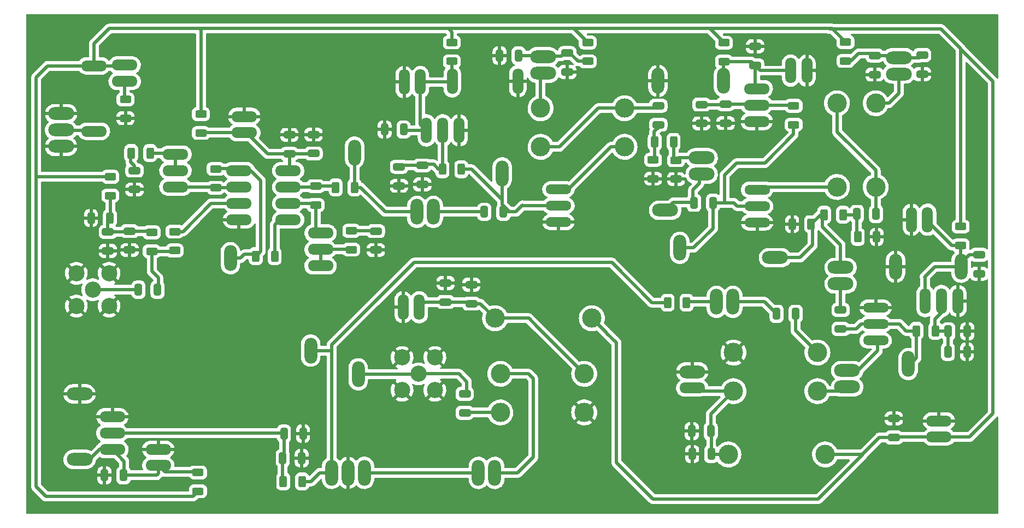
<source format=gbr>
%TF.GenerationSoftware,KiCad,Pcbnew,(6.0.7)*%
%TF.CreationDate,2023-01-27T14:31:18-05:00*%
%TF.ProjectId,Phoenix612_All_Stages_PA_Testing_v2,50686f65-6e69-4783-9631-325f416c6c5f,rev?*%
%TF.SameCoordinates,Original*%
%TF.FileFunction,Copper,L1,Top*%
%TF.FilePolarity,Positive*%
%FSLAX46Y46*%
G04 Gerber Fmt 4.6, Leading zero omitted, Abs format (unit mm)*
G04 Created by KiCad (PCBNEW (6.0.7)) date 2023-01-27 14:31:18*
%MOMM*%
%LPD*%
G01*
G04 APERTURE LIST*
G04 Aperture macros list*
%AMRoundRect*
0 Rectangle with rounded corners*
0 $1 Rounding radius*
0 $2 $3 $4 $5 $6 $7 $8 $9 X,Y pos of 4 corners*
0 Add a 4 corners polygon primitive as box body*
4,1,4,$2,$3,$4,$5,$6,$7,$8,$9,$2,$3,0*
0 Add four circle primitives for the rounded corners*
1,1,$1+$1,$2,$3*
1,1,$1+$1,$4,$5*
1,1,$1+$1,$6,$7*
1,1,$1+$1,$8,$9*
0 Add four rect primitives between the rounded corners*
20,1,$1+$1,$2,$3,$4,$5,0*
20,1,$1+$1,$4,$5,$6,$7,0*
20,1,$1+$1,$6,$7,$8,$9,0*
20,1,$1+$1,$8,$9,$2,$3,0*%
G04 Aperture macros list end*
%TA.AperFunction,SMDPad,CuDef*%
%ADD10RoundRect,0.250000X0.650000X-0.325000X0.650000X0.325000X-0.650000X0.325000X-0.650000X-0.325000X0*%
%TD*%
%TA.AperFunction,SMDPad,CuDef*%
%ADD11RoundRect,0.250000X-0.625000X0.312500X-0.625000X-0.312500X0.625000X-0.312500X0.625000X0.312500X0*%
%TD*%
%TA.AperFunction,ComponentPad*%
%ADD12O,4.000000X1.700000*%
%TD*%
%TA.AperFunction,SMDPad,CuDef*%
%ADD13RoundRect,0.250000X-0.325000X-0.650000X0.325000X-0.650000X0.325000X0.650000X-0.325000X0.650000X0*%
%TD*%
%TA.AperFunction,SMDPad,CuDef*%
%ADD14RoundRect,0.250000X0.625000X-0.312500X0.625000X0.312500X-0.625000X0.312500X-0.625000X-0.312500X0*%
%TD*%
%TA.AperFunction,ComponentPad*%
%ADD15O,1.700000X4.000000*%
%TD*%
%TA.AperFunction,SMDPad,CuDef*%
%ADD16C,2.500000*%
%TD*%
%TA.AperFunction,ComponentPad*%
%ADD17O,4.000000X1.500000*%
%TD*%
%TA.AperFunction,SMDPad,CuDef*%
%ADD18RoundRect,0.250000X-0.650000X0.325000X-0.650000X-0.325000X0.650000X-0.325000X0.650000X0.325000X0*%
%TD*%
%TA.AperFunction,SMDPad,CuDef*%
%ADD19RoundRect,0.250000X-0.312500X-0.625000X0.312500X-0.625000X0.312500X0.625000X-0.312500X0.625000X0*%
%TD*%
%TA.AperFunction,ComponentPad*%
%ADD20C,3.000000*%
%TD*%
%TA.AperFunction,ComponentPad*%
%ADD21O,2.000000X4.000000*%
%TD*%
%TA.AperFunction,SMDPad,CuDef*%
%ADD22RoundRect,0.250000X0.312500X0.625000X-0.312500X0.625000X-0.312500X-0.625000X0.312500X-0.625000X0*%
%TD*%
%TA.AperFunction,ComponentPad*%
%ADD23O,4.000000X2.000000*%
%TD*%
%TA.AperFunction,SMDPad,CuDef*%
%ADD24RoundRect,0.250000X0.325000X0.650000X-0.325000X0.650000X-0.325000X-0.650000X0.325000X-0.650000X0*%
%TD*%
%TA.AperFunction,Conductor*%
%ADD25C,0.500000*%
%TD*%
G04 APERTURE END LIST*
D10*
%TO.P,C36,1*%
%TO.N,Net-(C36-Pad1)*%
X66478250Y-58952151D03*
%TO.P,C36,2*%
%TO.N,GND*%
X66478250Y-56002151D03*
%TD*%
D11*
%TO.P,R8,1*%
%TO.N,TX12V*%
X87900750Y-41702000D03*
%TO.P,R8,2*%
%TO.N,Net-(C25-Pad1)*%
X87900750Y-44627000D03*
%TD*%
D12*
%TO.P,D5,1,K*%
%TO.N,Net-(D5-Pad1)*%
X37204750Y-47757000D03*
%TO.P,D5,2,A*%
%TO.N,TX12V*%
X37204750Y-45217000D03*
%TD*%
D10*
%TO.P,C19,1*%
%TO.N,M2_12V*%
X86925250Y-81993000D03*
%TO.P,C19,2*%
%TO.N,GND*%
X86925250Y-79043000D03*
%TD*%
%TO.P,C18,1*%
%TO.N,Net-(C18-Pad1)*%
X89909750Y-99201500D03*
%TO.P,C18,2*%
%TO.N,Net-(C18-Pad2)*%
X89909750Y-96251500D03*
%TD*%
D13*
%TO.P,C40,1*%
%TO.N,Net-(C40-Pad1)*%
X39349250Y-80083151D03*
%TO.P,C40,2*%
%TO.N,Net-(C40-Pad2)*%
X42299250Y-80083151D03*
%TD*%
D12*
%TO.P,C37,1*%
%TO.N,Net-(C36-Pad1)*%
X55746750Y-55699151D03*
%TO.P,C37,2*%
%TO.N,GND*%
X55746750Y-53199151D03*
%TD*%
D14*
%TO.P,R10,1*%
%TO.N,GND*%
X119079250Y-62851500D03*
%TO.P,R10,2*%
%TO.N,Net-(C29-Pad1)*%
X119079250Y-59926500D03*
%TD*%
D15*
%TO.P,C7,2*%
%TO.N,GND*%
X159110901Y-69215000D03*
%TO.P,C7,1*%
%TO.N,Net-(C4-Pad1)*%
X161610901Y-69215000D03*
%TD*%
D16*
%TO.P,J16,1,In*%
%TO.N,Net-(C40-Pad1)*%
X32251750Y-80083151D03*
%TO.P,J16,2,Ext*%
%TO.N,GND*%
X34791750Y-77543151D03*
X34791750Y-82623151D03*
X29711750Y-82623151D03*
X29711750Y-77543151D03*
%TD*%
D12*
%TO.P,C5,1*%
%TO.N,TX12V*%
X163379250Y-102957000D03*
%TO.P,C5,2*%
%TO.N,GND*%
X163379250Y-100457000D03*
%TD*%
D17*
%TO.P,Q1,1,D*%
%TO.N,Net-(J3-Pad2)*%
X153579250Y-87947500D03*
%TO.P,Q1,2,G*%
%TO.N,Net-(C2-Pad2)*%
X153579250Y-85407500D03*
%TO.P,Q1,3,S*%
%TO.N,GND*%
X153579250Y-82867500D03*
%TD*%
D18*
%TO.P,C39,1*%
%TO.N,Net-(C39-Pad1)*%
X37966750Y-70988151D03*
%TO.P,C39,2*%
%TO.N,GND*%
X37966750Y-73938151D03*
%TD*%
D19*
%TO.P,R3,1*%
%TO.N,Net-(J5-Pad1)*%
X121340250Y-82105500D03*
%TO.P,R3,2*%
%TO.N,Net-(J4-Pad2)*%
X124265250Y-82105500D03*
%TD*%
D10*
%TO.P,C38,1*%
%TO.N,Net-(C36-Pad1)*%
X62731750Y-59015651D03*
%TO.P,C38,2*%
%TO.N,GND*%
X62731750Y-56065651D03*
%TD*%
D20*
%TO.P,L1,1,1*%
%TO.N,TX12V*%
X145733250Y-105664000D03*
%TO.P,L1,2,2*%
%TO.N,M1_12V*%
X130733250Y-105664000D03*
%TD*%
D11*
%TO.P,R13,1*%
%TO.N,Net-(C31-Pad1)*%
X140859750Y-51544500D03*
%TO.P,R13,2*%
%TO.N,Net-(C30-Pad1)*%
X140859750Y-54469500D03*
%TD*%
D21*
%TO.P,J11,1,Pin_1*%
%TO.N,DRIVER_IN*%
X82480250Y-68008500D03*
%TO.P,J11,2,Pin_2*%
%TO.N,Net-(C20-Pad2)*%
X85020250Y-68008500D03*
%TD*%
D15*
%TO.P,C27,1*%
%TO.N,Net-(C25-Pad1)*%
X83011250Y-47863500D03*
%TO.P,C27,2*%
%TO.N,GND*%
X80511250Y-47863500D03*
%TD*%
%TO.P,C16,2*%
%TO.N,GND*%
X80361250Y-82804000D03*
%TO.P,C16,1*%
%TO.N,M2_12V*%
X82861250Y-82804000D03*
%TD*%
D22*
%TO.P,R21,1*%
%TO.N,Net-(C39-Pad1)*%
X34920750Y-68970651D03*
%TO.P,R21,2*%
%TO.N,GND*%
X31995750Y-68970651D03*
%TD*%
D11*
%TO.P,R9,1*%
%TO.N,TX12V*%
X148901250Y-41654000D03*
%TO.P,R9,2*%
%TO.N,Q2_12V*%
X148901250Y-44579000D03*
%TD*%
D23*
%TO.P,J14,1,Pin_1*%
%TO.N,Q2_12V*%
X157156250Y-44069000D03*
%TO.P,J14,2,Pin_2*%
%TO.N,Net-(J14-Pad2)*%
X157156250Y-46609000D03*
%TD*%
%TO.P,J3,1,Pin_1*%
%TO.N,Net-(J3-Pad1)*%
X149155250Y-95186500D03*
%TO.P,J3,2,Pin_2*%
%TO.N,Net-(J3-Pad2)*%
X149155250Y-92646500D03*
%TD*%
D10*
%TO.P,C8,1*%
%TO.N,TX12V*%
X156394250Y-103026000D03*
%TO.P,C8,2*%
%TO.N,GND*%
X156394250Y-100076000D03*
%TD*%
D14*
%TO.P,R23,1*%
%TO.N,Net-(C40-Pad2)*%
X41395750Y-74116151D03*
%TO.P,R23,2*%
%TO.N,Net-(C39-Pad1)*%
X41395750Y-71191151D03*
%TD*%
D15*
%TO.P,RV1,1,1*%
%TO.N,GND*%
X166310250Y-81851500D03*
%TO.P,RV1,2,2*%
%TO.N,Net-(C1-Pad1)*%
X163770250Y-81851500D03*
%TO.P,RV1,3,3*%
%TO.N,Net-(C4-Pad1)*%
X161230250Y-81851500D03*
%TD*%
D16*
%TO.P,J8,1,In*%
%TO.N,Net-(C18-Pad2)*%
X82734250Y-93154500D03*
%TO.P,J8,2,Ext*%
%TO.N,GND*%
X85274250Y-95694500D03*
X80194250Y-90614500D03*
X80194250Y-95694500D03*
X85274250Y-90614500D03*
%TD*%
D21*
%TO.P,D4,1,K*%
%TO.N,Net-(C33-Pad1)*%
X130001250Y-47673000D03*
%TO.P,D4,2,A*%
%TO.N,GND*%
X119841250Y-47673000D03*
%TD*%
D23*
%TO.P,J20,1,Pin_1*%
%TO.N,Net-(C30-Pad2)*%
X120961250Y-67754500D03*
%TD*%
D19*
%TO.P,R17,1*%
%TO.N,GND*%
X140644250Y-69913500D03*
%TO.P,R17,2*%
%TO.N,PA_IN*%
X143569250Y-69913500D03*
%TD*%
D14*
%TO.P,R19,1*%
%TO.N,Net-(C40-Pad2)*%
X44951750Y-73989151D03*
%TO.P,R19,2*%
%TO.N,Net-(R19-Pad2)*%
X44951750Y-71064151D03*
%TD*%
D18*
%TO.P,C41,1*%
%TO.N,Net-(C41-Pad1)*%
X38728750Y-61590151D03*
%TO.P,C41,2*%
%TO.N,GND*%
X38728750Y-64540151D03*
%TD*%
D22*
%TO.P,R16,1*%
%TO.N,Net-(C35-Pad1)*%
X148522250Y-68453000D03*
%TO.P,R16,2*%
%TO.N,PA_IN*%
X145597250Y-68453000D03*
%TD*%
D18*
%TO.P,C42,1*%
%TO.N,Net-(C39-Pad1)*%
X34601250Y-71115151D03*
%TO.P,C42,2*%
%TO.N,GND*%
X34601250Y-74065151D03*
%TD*%
D10*
%TO.P,C29,1*%
%TO.N,Net-(C29-Pad1)*%
X119904750Y-54482000D03*
%TO.P,C29,2*%
%TO.N,Net-(C29-Pad2)*%
X119904750Y-51532000D03*
%TD*%
D15*
%TO.P,D3,1,K*%
%TO.N,Net-(C25-Pad1)*%
X87964250Y-47736500D03*
%TO.P,D3,2,A*%
%TO.N,GND*%
X98124250Y-47736500D03*
%TD*%
D23*
%TO.P,J12,1,Pin_1*%
%TO.N,Net-(C30-Pad2)*%
X126612750Y-62151000D03*
%TO.P,J12,2,Pin_2*%
%TO.N,Net-(J12-Pad2)*%
X126612750Y-59611000D03*
%TD*%
D11*
%TO.P,R20,1*%
%TO.N,TX12V*%
X34982250Y-62555151D03*
%TO.P,R20,2*%
%TO.N,Net-(C39-Pad1)*%
X34982250Y-65480151D03*
%TD*%
D24*
%TO.P,C20,1*%
%TO.N,Net-(J9-Pad1)*%
X95893250Y-68008500D03*
%TO.P,C20,2*%
%TO.N,Net-(C20-Pad2)*%
X92943250Y-68008500D03*
%TD*%
D18*
%TO.P,C4,1*%
%TO.N,Net-(C4-Pad1)*%
X169602250Y-74661500D03*
%TO.P,C4,2*%
%TO.N,GND*%
X169602250Y-77611500D03*
%TD*%
D19*
%TO.P,R4,1*%
%TO.N,Net-(C10-Pad1)*%
X61777250Y-109855000D03*
%TO.P,R4,2*%
%TO.N,Net-(J5-Pad1)*%
X64702250Y-109855000D03*
%TD*%
D12*
%TO.P,RV5,1,1*%
%TO.N,Net-(R24-Pad1)*%
X45078750Y-64144651D03*
%TO.P,RV5,2,2*%
%TO.N,Net-(R22-Pad1)*%
X45078750Y-61604651D03*
%TO.P,RV5,3,3*%
X45078750Y-59064651D03*
%TD*%
D23*
%TO.P,J19,1,Pin_1*%
%TO.N,GND*%
X27362250Y-52768500D03*
%TO.P,J19,2,Pin_2*%
%TO.N,Net-(D6-Pad2)*%
X27362250Y-55308500D03*
%TO.P,J19,3,Pin_3*%
%TO.N,GND*%
X27362250Y-57848500D03*
%TD*%
D18*
%TO.P,C43,1*%
%TO.N,Net-(C43-Pad1)*%
X76130250Y-70988151D03*
%TO.P,C43,2*%
%TO.N,GND*%
X76130250Y-73938151D03*
%TD*%
%TO.P,C21,1*%
%TO.N,Net-(C21-Pad1)*%
X83328750Y-60803000D03*
%TO.P,C21,2*%
%TO.N,GND*%
X83328750Y-63753000D03*
%TD*%
D11*
%TO.P,R29,1*%
%TO.N,Net-(D5-Pad1)*%
X37331750Y-50544000D03*
%TO.P,R29,2*%
%TO.N,GND*%
X37331750Y-53469000D03*
%TD*%
D18*
%TO.P,C24,1*%
%TO.N,Q1_12V*%
X105784750Y-43356000D03*
%TO.P,C24,2*%
%TO.N,GND*%
X105784750Y-46306000D03*
%TD*%
D11*
%TO.P,R6,1*%
%TO.N,TX12V*%
X108959750Y-41717500D03*
%TO.P,R6,2*%
%TO.N,Q1_12V*%
X108959750Y-44642500D03*
%TD*%
D19*
%TO.P,R25,1*%
%TO.N,Net-(J17-Pad1)*%
X57522750Y-74876151D03*
%TO.P,R25,2*%
%TO.N,Net-(R25-Pad2)*%
X60447750Y-74876151D03*
%TD*%
D18*
%TO.P,C28,1*%
%TO.N,Q2_12V*%
X153409750Y-43737000D03*
%TO.P,C28,2*%
%TO.N,GND*%
X153409750Y-46687000D03*
%TD*%
D22*
%TO.P,R22,1*%
%TO.N,Net-(R22-Pad1)*%
X41143750Y-58874151D03*
%TO.P,R22,2*%
%TO.N,Net-(C41-Pad1)*%
X38218750Y-58874151D03*
%TD*%
D14*
%TO.P,R5,1*%
%TO.N,TX12V*%
X48571250Y-111381000D03*
%TO.P,R5,2*%
%TO.N,Net-(C14-Pad1)*%
X48571250Y-108456000D03*
%TD*%
D10*
%TO.P,C15,1*%
%TO.N,M2_12V*%
X90925750Y-82247000D03*
%TO.P,C15,2*%
%TO.N,GND*%
X90925750Y-79297000D03*
%TD*%
D23*
%TO.P,J1,1,Pin_1*%
%TO.N,PA_IN*%
X148139250Y-76644500D03*
%TO.P,J1,2,Pin_2*%
%TO.N,Net-(C2-Pad1)*%
X148139250Y-79184500D03*
%TD*%
%TO.P,D2,1,K*%
%TO.N,Net-(C14-Pad1)*%
X30219750Y-106426000D03*
%TO.P,D2,2,A*%
%TO.N,GND*%
X30219750Y-96266000D03*
%TD*%
D17*
%TO.P,Q3,1,D*%
%TO.N,Net-(Q3-Pad1)*%
X104422750Y-64497500D03*
%TO.P,Q3,2,G*%
%TO.N,Net-(J9-Pad1)*%
X104422750Y-67037500D03*
%TO.P,Q3,3,S*%
%TO.N,GND*%
X104422750Y-69577500D03*
%TD*%
D20*
%TO.P,T2,1,AA*%
%TO.N,M2_12V*%
X108411250Y-93139000D03*
%TO.P,T2,2,AB*%
%TO.N,Net-(J6-Pad1)*%
X95411250Y-93139000D03*
%TO.P,T2,3,SB*%
%TO.N,GND*%
X108411250Y-99139000D03*
%TO.P,T2,4,SA*%
%TO.N,Net-(C18-Pad1)*%
X95411250Y-99139000D03*
%TD*%
D12*
%TO.P,U1,8,V+*%
%TO.N,Net-(C36-Pad1)*%
X62551250Y-61614651D03*
%TO.P,U1,7,OutB*%
%TO.N,Net-(R27-Pad1)*%
X62551250Y-64154651D03*
%TO.P,U1,6,InB-*%
%TO.N,Net-(R27-Pad2)*%
X62551250Y-66694651D03*
%TO.P,U1,5,InB+*%
%TO.N,Net-(R25-Pad2)*%
X62551250Y-69234651D03*
%TO.P,U1,4,V-*%
%TO.N,GND*%
X54931250Y-69234651D03*
%TO.P,U1,3,InA+*%
%TO.N,Net-(R19-Pad2)*%
X54931250Y-66694651D03*
%TO.P,U1,2,InA-*%
%TO.N,Net-(R24-Pad1)*%
X54931250Y-64154651D03*
%TO.P,U1,1,OutA*%
%TO.N,Net-(J17-Pad1)*%
X54931250Y-61614651D03*
%TD*%
D21*
%TO.P,Q2,1*%
%TO.N,Net-(J5-Pad1)*%
X69272250Y-108514000D03*
%TO.P,Q2,2*%
%TO.N,GND*%
X71812250Y-108514000D03*
%TO.P,Q2,3*%
%TO.N,Net-(J6-Pad2)*%
X74352250Y-108514000D03*
%TD*%
D23*
%TO.P,J15,1,Pin_1*%
%TO.N,PA_IN*%
X137979250Y-75120500D03*
%TD*%
D13*
%TO.P,C1,1*%
%TO.N,Net-(C1-Pad1)*%
X164761750Y-89725500D03*
%TO.P,C1,2*%
%TO.N,GND*%
X167711750Y-89725500D03*
%TD*%
D12*
%TO.P,D6,1,K*%
%TO.N,TX12V*%
X32442250Y-45339000D03*
%TO.P,D6,2,A*%
%TO.N,Net-(D6-Pad2)*%
X32442250Y-55499000D03*
%TD*%
%TO.P,RV4,1,1*%
%TO.N,GND*%
X135144750Y-53969500D03*
%TO.P,RV4,2,2*%
%TO.N,Net-(C31-Pad1)*%
X135144750Y-51429500D03*
%TO.P,RV4,3,3*%
%TO.N,Net-(C33-Pad1)*%
X135144750Y-48889500D03*
%TD*%
D11*
%TO.P,R14,1*%
%TO.N,TX12V*%
X130064750Y-41765500D03*
%TO.P,R14,2*%
%TO.N,Net-(C33-Pad1)*%
X130064750Y-44690500D03*
%TD*%
D19*
%TO.P,R11,1*%
%TO.N,Net-(C29-Pad1)*%
X119331250Y-57134500D03*
%TO.P,R11,2*%
%TO.N,Net-(J12-Pad2)*%
X122256250Y-57134500D03*
%TD*%
D24*
%TO.P,C22,1*%
%TO.N,Q1_12V*%
X98242750Y-43751500D03*
%TO.P,C22,2*%
%TO.N,GND*%
X95292750Y-43751500D03*
%TD*%
D17*
%TO.P,Q4,1,D*%
%TO.N,Net-(Q4-Pad1)*%
X135208250Y-64564000D03*
%TO.P,Q4,2,G*%
%TO.N,Net-(C30-Pad1)*%
X135208250Y-67104000D03*
%TO.P,Q4,3,S*%
%TO.N,GND*%
X135208250Y-69644000D03*
%TD*%
D12*
%TO.P,C12,1*%
%TO.N,M1_12V*%
X125152250Y-95337000D03*
D23*
%TO.P,C12,2*%
%TO.N,GND*%
X125152250Y-92837000D03*
%TD*%
D22*
%TO.P,R15,1*%
%TO.N,GND*%
X153729250Y-71882000D03*
%TO.P,R15,2*%
%TO.N,Net-(C35-Pad1)*%
X150804250Y-71882000D03*
%TD*%
D23*
%TO.P,J10,1,Pin_1*%
%TO.N,Q1_12V*%
X102038250Y-43937000D03*
%TO.P,J10,2,Pin_2*%
%TO.N,Net-(J10-Pad2)*%
X102038250Y-46477000D03*
%TD*%
D18*
%TO.P,C31,1*%
%TO.N,Net-(C31-Pad1)*%
X126572250Y-51341500D03*
%TO.P,C31,2*%
%TO.N,GND*%
X126572250Y-54291500D03*
%TD*%
D21*
%TO.P,J7,1,Pin_1*%
%TO.N,Net-(C18-Pad2)*%
X73399750Y-93218000D03*
%TD*%
D13*
%TO.P,C3,1*%
%TO.N,Net-(C1-Pad1)*%
X164825250Y-86550500D03*
%TO.P,C3,2*%
%TO.N,GND*%
X167775250Y-86550500D03*
%TD*%
%TO.P,C10,1*%
%TO.N,Net-(C10-Pad1)*%
X61701250Y-106235500D03*
%TO.P,C10,2*%
%TO.N,GND*%
X64651250Y-106235500D03*
%TD*%
D21*
%TO.P,J18,1,Pin_1*%
%TO.N,DRIVER_IN*%
X72828250Y-58801000D03*
%TD*%
D18*
%TO.P,C2,1*%
%TO.N,Net-(C2-Pad1)*%
X148139250Y-83234000D03*
%TO.P,C2,2*%
%TO.N,Net-(C2-Pad2)*%
X148139250Y-86184000D03*
%TD*%
D19*
%TO.P,R7,1*%
%TO.N,Net-(C21-Pad1)*%
X86440250Y-61389000D03*
%TO.P,R7,2*%
%TO.N,Net-(J9-Pad1)*%
X89365250Y-61389000D03*
%TD*%
D20*
%TO.P,T4,1,AA*%
%TO.N,Net-(C35-Pad2)*%
X147575250Y-51142500D03*
%TO.P,T4,2,AB*%
%TO.N,Net-(Q4-Pad1)*%
X147575250Y-64142500D03*
%TO.P,T4,3,SB*%
%TO.N,Net-(J14-Pad2)*%
X153575250Y-51142500D03*
%TO.P,T4,4,SA*%
%TO.N,Net-(C35-Pad2)*%
X153575250Y-64142500D03*
%TD*%
D13*
%TO.P,C11,1*%
%TO.N,Net-(C10-Pad1)*%
X61891750Y-102425500D03*
%TO.P,C11,2*%
%TO.N,GND*%
X64841750Y-102425500D03*
%TD*%
D24*
%TO.P,C25,1*%
%TO.N,Net-(C25-Pad1)*%
X80422250Y-55229500D03*
%TO.P,C25,2*%
%TO.N,GND*%
X77472250Y-55229500D03*
%TD*%
D21*
%TO.P,J4,1,Pin_1*%
%TO.N,Net-(C6-Pad2)*%
X131438750Y-81978500D03*
%TO.P,J4,2,Pin_2*%
%TO.N,Net-(J4-Pad2)*%
X128898750Y-81978500D03*
%TD*%
D18*
%TO.P,C32,1*%
%TO.N,Net-(C31-Pad1)*%
X130318750Y-51278000D03*
%TO.P,C32,2*%
%TO.N,GND*%
X130318750Y-54228000D03*
%TD*%
D24*
%TO.P,C30,1*%
%TO.N,Net-(C30-Pad1)*%
X128379250Y-66596000D03*
%TO.P,C30,2*%
%TO.N,Net-(C30-Pad2)*%
X125429250Y-66596000D03*
%TD*%
D21*
%TO.P,J9,1,Pin_1*%
%TO.N,Net-(J9-Pad1)*%
X95688250Y-62039500D03*
%TD*%
%TO.P,J6,2,Pin_2*%
%TO.N,Net-(J6-Pad2)*%
X92010250Y-108521500D03*
%TO.P,J6,1,Pin_1*%
%TO.N,Net-(J6-Pad1)*%
X94550250Y-108521500D03*
%TD*%
D24*
%TO.P,C13,1*%
%TO.N,M1_12V*%
X128087750Y-105600500D03*
%TO.P,C13,2*%
%TO.N,GND*%
X125137750Y-105600500D03*
%TD*%
D13*
%TO.P,C35,2*%
%TO.N,Net-(C35-Pad2)*%
X153629250Y-68326000D03*
%TO.P,C35,1*%
%TO.N,Net-(C35-Pad1)*%
X150679250Y-68326000D03*
%TD*%
D15*
%TO.P,C34,1*%
%TO.N,Net-(C33-Pad1)*%
X140405599Y-46085500D03*
%TO.P,C34,2*%
%TO.N,GND*%
X142905599Y-46085500D03*
%TD*%
%TO.P,RV3,1,1*%
%TO.N,GND*%
X89043750Y-55356500D03*
%TO.P,RV3,2,2*%
%TO.N,Net-(C21-Pad1)*%
X86503750Y-55356500D03*
%TO.P,RV3,3,3*%
%TO.N,Net-(C25-Pad1)*%
X83963750Y-55356500D03*
%TD*%
D14*
%TO.P,R24,1*%
%TO.N,Net-(R24-Pad1)*%
X51301750Y-64264000D03*
%TO.P,R24,2*%
%TO.N,Net-(J17-Pad1)*%
X51301750Y-61339000D03*
%TD*%
D24*
%TO.P,C9,1*%
%TO.N,M1_12V*%
X128024250Y-102044500D03*
%TO.P,C9,2*%
%TO.N,GND*%
X125074250Y-102044500D03*
%TD*%
D12*
%TO.P,RV6,1,1*%
%TO.N,Net-(R27-Pad2)*%
X67557750Y-71310500D03*
%TO.P,RV6,2,2*%
%TO.N,Net-(R26-Pad1)*%
X67557750Y-73850500D03*
%TO.P,RV6,3,3*%
X67557750Y-76390500D03*
%TD*%
D11*
%TO.P,R18,2*%
%TO.N,Net-(C36-Pad1)*%
X49015750Y-55755000D03*
%TO.P,R18,1*%
%TO.N,TX12V*%
X49015750Y-52830000D03*
%TD*%
D24*
%TO.P,C14,1*%
%TO.N,Net-(C14-Pad1)*%
X37028750Y-108902500D03*
%TO.P,C14,2*%
%TO.N,GND*%
X34078750Y-108902500D03*
%TD*%
D20*
%TO.P,T1,1,AA*%
%TO.N,M1_12V*%
X131542750Y-95837000D03*
%TO.P,T1,2,AB*%
%TO.N,Net-(J3-Pad1)*%
X144542750Y-95837000D03*
%TO.P,T1,3,SB*%
%TO.N,GND*%
X131542750Y-89837000D03*
%TO.P,T1,4,SA*%
%TO.N,Net-(C6-Pad1)*%
X144542750Y-89837000D03*
%TD*%
D21*
%TO.P,J5,1,Pin_1*%
%TO.N,Net-(J5-Pad1)*%
X66033750Y-89535000D03*
%TD*%
%TO.P,J17,1,Pin_1*%
%TO.N,Net-(J17-Pad1)*%
X53587750Y-75193651D03*
%TD*%
D11*
%TO.P,R27,1*%
%TO.N,Net-(R27-Pad1)*%
X66795750Y-64017651D03*
%TO.P,R27,2*%
%TO.N,Net-(R27-Pad2)*%
X66795750Y-66942651D03*
%TD*%
D12*
%TO.P,RV2,1,1*%
%TO.N,GND*%
X35299750Y-99812000D03*
%TO.P,RV2,2,2*%
%TO.N,Net-(C10-Pad1)*%
X35299750Y-102352000D03*
%TO.P,RV2,3,3*%
%TO.N,Net-(C14-Pad1)*%
X35299750Y-104892000D03*
%TD*%
D14*
%TO.P,R26,1*%
%TO.N,Net-(R26-Pad1)*%
X72320250Y-73862151D03*
%TO.P,R26,2*%
%TO.N,Net-(C43-Pad1)*%
X72320250Y-70937151D03*
%TD*%
D19*
%TO.P,R28,1*%
%TO.N,Net-(R27-Pad1)*%
X69907250Y-64208151D03*
%TO.P,R28,2*%
%TO.N,DRIVER_IN*%
X72832250Y-64208151D03*
%TD*%
D24*
%TO.P,C6,1*%
%TO.N,Net-(C6-Pad1)*%
X141168750Y-83820000D03*
%TO.P,C6,2*%
%TO.N,Net-(C6-Pad2)*%
X138218750Y-83820000D03*
%TD*%
D21*
%TO.P,J2,1,Pin_1*%
%TO.N,Net-(C2-Pad2)*%
X158616750Y-91630500D03*
%TD*%
D18*
%TO.P,C23,1*%
%TO.N,Net-(C21-Pad1)*%
X79709250Y-61008000D03*
%TO.P,C23,2*%
%TO.N,GND*%
X79709250Y-63958000D03*
%TD*%
%TO.P,C26,1*%
%TO.N,Q2_12V*%
X160775750Y-43673500D03*
%TO.P,C26,2*%
%TO.N,GND*%
X160775750Y-46623500D03*
%TD*%
D21*
%TO.P,J13,1,Pin_1*%
%TO.N,Net-(C30-Pad1)*%
X123206750Y-73581000D03*
%TD*%
D20*
%TO.P,L2,1,1*%
%TO.N,TX12V*%
X109601750Y-84518500D03*
%TO.P,L2,2,2*%
%TO.N,M2_12V*%
X94601750Y-84518500D03*
%TD*%
D10*
%TO.P,C33,1*%
%TO.N,Net-(C33-Pad1)*%
X134890750Y-45274500D03*
%TO.P,C33,2*%
%TO.N,GND*%
X134890750Y-42324500D03*
%TD*%
D11*
%TO.P,R2,1*%
%TO.N,TX12V*%
X166744750Y-70292500D03*
%TO.P,R2,2*%
%TO.N,Net-(C4-Pad1)*%
X166744750Y-73217500D03*
%TD*%
D22*
%TO.P,R1,1*%
%TO.N,Net-(C1-Pad1)*%
X162809750Y-86487000D03*
%TO.P,R1,2*%
%TO.N,Net-(C2-Pad2)*%
X159884750Y-86487000D03*
%TD*%
D12*
%TO.P,C17,1*%
%TO.N,Net-(C14-Pad1)*%
X42411750Y-107378500D03*
%TO.P,C17,2*%
%TO.N,GND*%
X42411750Y-104878500D03*
%TD*%
D20*
%TO.P,T3,1,AA*%
%TO.N,Net-(C29-Pad2)*%
X101657250Y-57912000D03*
%TO.P,T3,2,AB*%
%TO.N,Net-(Q3-Pad1)*%
X114657250Y-57912000D03*
%TO.P,T3,3,SB*%
%TO.N,Net-(J10-Pad2)*%
X101657250Y-51912000D03*
%TO.P,T3,4,SA*%
%TO.N,Net-(C29-Pad2)*%
X114657250Y-51912000D03*
%TD*%
D21*
%TO.P,D1,1,K*%
%TO.N,Net-(C4-Pad1)*%
X166808250Y-76517500D03*
%TO.P,D1,2,A*%
%TO.N,GND*%
X156648250Y-76517500D03*
%TD*%
D14*
%TO.P,R12,1*%
%TO.N,GND*%
X122635250Y-62915000D03*
%TO.P,R12,2*%
%TO.N,Net-(J12-Pad2)*%
X122635250Y-59990000D03*
%TD*%
D25*
%TO.N,M2_12V*%
X86925250Y-81993000D02*
X83672250Y-81993000D01*
X83672250Y-81993000D02*
X82861250Y-82804000D01*
%TO.N,Net-(J5-Pad1)*%
X121340250Y-82105500D02*
X118929250Y-82105500D01*
X118929250Y-82105500D02*
X112706250Y-75882500D01*
X112706250Y-75882500D02*
X82035750Y-75882500D01*
X82035750Y-75882500D02*
X69272250Y-88646000D01*
X69272250Y-88646000D02*
X69272250Y-89598500D01*
%TO.N,Net-(C4-Pad1)*%
X168092750Y-74661500D02*
X169602250Y-74661500D01*
X166808250Y-75946000D02*
X168092750Y-74661500D01*
X166808250Y-76517500D02*
X166808250Y-75946000D01*
%TO.N,Net-(C30-Pad2)*%
X122167750Y-66548000D02*
X120961250Y-67754500D01*
X125381250Y-66548000D02*
X122167750Y-66548000D01*
X125429250Y-66596000D02*
X125381250Y-66548000D01*
%TO.N,Net-(R26-Pad1)*%
X72308599Y-73850500D02*
X72320250Y-73862151D01*
X67557750Y-73850500D02*
X72308599Y-73850500D01*
X67557750Y-76390500D02*
X67557750Y-73850500D01*
%TO.N,Net-(R27-Pad2)*%
X66795750Y-70548500D02*
X67557750Y-71310500D01*
X66795750Y-66942651D02*
X66795750Y-70548500D01*
X66547750Y-66694651D02*
X66795750Y-66942651D01*
X62551250Y-66694651D02*
X66547750Y-66694651D01*
%TO.N,Net-(J17-Pad1)*%
X58286750Y-74112151D02*
X57522750Y-74876151D01*
X58286750Y-63119000D02*
X58286750Y-74112151D01*
X56782401Y-61614651D02*
X58286750Y-63119000D01*
X54931250Y-61614651D02*
X56782401Y-61614651D01*
%TO.N,Net-(C1-Pad1)*%
X164825250Y-86550500D02*
X164825250Y-89662000D01*
X162809750Y-86487000D02*
X164761750Y-86487000D01*
X163770250Y-83619500D02*
X162744250Y-84645500D01*
X162744250Y-86421500D02*
X162809750Y-86487000D01*
X162744250Y-84645500D02*
X162744250Y-86421500D01*
X163770250Y-81851500D02*
X163770250Y-83619500D01*
X164825250Y-89662000D02*
X164761750Y-89725500D01*
X164761750Y-86487000D02*
X164825250Y-86550500D01*
%TO.N,Net-(C2-Pad1)*%
X148139250Y-79184500D02*
X148139250Y-83234000D01*
%TO.N,Net-(C2-Pad2)*%
X151314250Y-85407500D02*
X153896750Y-85407500D01*
X159884750Y-86487000D02*
X159884750Y-90680000D01*
X150537750Y-86184000D02*
X151314250Y-85407500D01*
X148139250Y-86184000D02*
X150537750Y-86184000D01*
X157219750Y-85407500D02*
X158299250Y-86487000D01*
X158299250Y-86487000D02*
X159884750Y-86487000D01*
X159884750Y-90680000D02*
X159505750Y-91059000D01*
X153896750Y-85407500D02*
X157219750Y-85407500D01*
%TO.N,Net-(C4-Pad1)*%
X166744750Y-76454000D02*
X166808250Y-76517500D01*
X162744250Y-76517500D02*
X161156750Y-78105000D01*
X166744750Y-73217500D02*
X166744750Y-76454000D01*
X161728250Y-69596000D02*
X165349750Y-73217500D01*
X161156750Y-78105000D02*
X161230250Y-78178500D01*
X161230250Y-78178500D02*
X161230250Y-81851500D01*
X166808250Y-76517500D02*
X162744250Y-76517500D01*
X161728250Y-69469000D02*
X161728250Y-69596000D01*
X165349750Y-73217500D02*
X166744750Y-73217500D01*
%TO.N,TX12V*%
X113404750Y-88328500D02*
X113404750Y-106934000D01*
X156463250Y-102957000D02*
X156394250Y-103026000D01*
X109601750Y-84518500D02*
X111887750Y-86804500D01*
X23488750Y-62547500D02*
X23488750Y-47117000D01*
X25012750Y-112204500D02*
X23488750Y-110680500D01*
X151123750Y-105664000D02*
X151504750Y-105664000D01*
X127859750Y-39560500D02*
X126993750Y-39560500D01*
X48571250Y-111381000D02*
X47747750Y-112204500D01*
X171761250Y-99314000D02*
X171761250Y-47752000D01*
X166744750Y-42735500D02*
X166744750Y-42672000D01*
X49015750Y-39751000D02*
X48825250Y-39560500D01*
X23488750Y-47117000D02*
X25266750Y-45339000D01*
X87369750Y-39560500D02*
X87900750Y-40091500D01*
X23496401Y-62555151D02*
X23488750Y-62547500D01*
X130064750Y-41765500D02*
X127859750Y-39560500D01*
X49015750Y-52830000D02*
X49015750Y-39751000D01*
X119056250Y-112585500D02*
X144646750Y-112585500D01*
X163696750Y-39624000D02*
X146424750Y-39624000D01*
X151504750Y-105664000D02*
X154142750Y-103026000D01*
X32442250Y-45339000D02*
X32442250Y-41910000D01*
X144646750Y-112585500D02*
X151568250Y-105664000D01*
X166744750Y-42672000D02*
X163696750Y-39624000D01*
X146807750Y-39560500D02*
X146361250Y-39560500D01*
X113404750Y-106934000D02*
X119056250Y-112585500D01*
X171761250Y-47752000D02*
X166744750Y-42735500D01*
X166744750Y-70292500D02*
X166744750Y-42672000D01*
X34791750Y-39560500D02*
X48825250Y-39560500D01*
X25266750Y-45339000D02*
X32442250Y-45339000D01*
X32442250Y-45339000D02*
X37082750Y-45339000D01*
X168118250Y-102957000D02*
X171761250Y-99314000D01*
X146361250Y-39560500D02*
X126993750Y-39560500D01*
X148901250Y-41654000D02*
X146807750Y-39560500D01*
X37082750Y-45339000D02*
X37204750Y-45217000D01*
X163379250Y-102957000D02*
X168118250Y-102957000D01*
X23488750Y-110680500D02*
X23488750Y-62547500D01*
X48825250Y-39560500D02*
X84321750Y-39560500D01*
X106802750Y-39560500D02*
X84321750Y-39560500D01*
X108959750Y-41717500D02*
X106802750Y-39560500D01*
X111887750Y-86811500D02*
X113404750Y-88328500D01*
X145733250Y-105664000D02*
X151123750Y-105664000D01*
X146424750Y-39624000D02*
X146361250Y-39560500D01*
X163379250Y-102957000D02*
X156463250Y-102957000D01*
X47747750Y-112204500D02*
X25012750Y-112204500D01*
X84321750Y-39560500D02*
X87369750Y-39560500D01*
X154142750Y-103026000D02*
X156394250Y-103026000D01*
X87900750Y-40091500D02*
X87900750Y-41702000D01*
X34982250Y-62555151D02*
X23496401Y-62555151D01*
X126993750Y-39560500D02*
X106802750Y-39560500D01*
X111887750Y-86804500D02*
X111887750Y-86811500D01*
X32442250Y-41910000D02*
X34791750Y-39560500D01*
%TO.N,Net-(C6-Pad1)*%
X141168750Y-83820000D02*
X141168750Y-86463000D01*
X141168750Y-86463000D02*
X144542750Y-89837000D01*
%TO.N,Net-(C6-Pad2)*%
X136377250Y-81978500D02*
X131438750Y-81978500D01*
X138218750Y-83820000D02*
X136377250Y-81978500D01*
%TO.N,M1_12V*%
X128151250Y-105664000D02*
X128087750Y-105600500D01*
X128087750Y-105600500D02*
X128087750Y-102108000D01*
X125652250Y-95837000D02*
X125152250Y-95337000D01*
X130733250Y-105664000D02*
X128151250Y-105664000D01*
X128024250Y-102044500D02*
X128024250Y-99355500D01*
X131542750Y-95837000D02*
X125652250Y-95837000D01*
X128024250Y-99355500D02*
X131542750Y-95837000D01*
X128087750Y-102108000D02*
X128024250Y-102044500D01*
%TO.N,Net-(C10-Pad1)*%
X61701250Y-106235500D02*
X61701250Y-109779000D01*
X61891750Y-106045000D02*
X61701250Y-106235500D01*
X61701250Y-109779000D02*
X61777250Y-109855000D01*
X35299750Y-102352000D02*
X61818250Y-102352000D01*
X61891750Y-102425500D02*
X61891750Y-106045000D01*
X61818250Y-102352000D02*
X61891750Y-102425500D01*
%TO.N,Net-(C14-Pad1)*%
X42411750Y-107378500D02*
X43427750Y-108394500D01*
X37141250Y-108790000D02*
X37028750Y-108902500D01*
X37141250Y-106733500D02*
X37141250Y-108790000D01*
X33448250Y-104892000D02*
X35299750Y-104892000D01*
X42157750Y-108902500D02*
X42411750Y-108648500D01*
X30219750Y-106426000D02*
X31807250Y-106426000D01*
X37028750Y-108902500D02*
X42157750Y-108902500D01*
X42411750Y-108648500D02*
X42411750Y-107378500D01*
X31807250Y-106426000D02*
X33394750Y-104838500D01*
X48509750Y-108394500D02*
X48571250Y-108456000D01*
X35299750Y-104892000D02*
X37141250Y-106733500D01*
X43427750Y-108394500D02*
X48509750Y-108394500D01*
X33394750Y-104838500D02*
X33448250Y-104892000D01*
%TO.N,M2_12V*%
X99815750Y-84518500D02*
X94601750Y-84518500D01*
X108411250Y-93139000D02*
X101212750Y-85940500D01*
X90925750Y-82247000D02*
X92330250Y-82247000D01*
X101212750Y-85940500D02*
X101212750Y-85915500D01*
X86925250Y-81993000D02*
X90671750Y-81993000D01*
X92330250Y-82247000D02*
X94601750Y-84518500D01*
X90671750Y-81993000D02*
X90925750Y-82247000D01*
X101212750Y-85915500D02*
X99815750Y-84518500D01*
%TO.N,Net-(C18-Pad1)*%
X89972250Y-99139000D02*
X89909750Y-99201500D01*
X95411250Y-99139000D02*
X89972250Y-99139000D01*
%TO.N,Net-(C18-Pad2)*%
X73399750Y-93218000D02*
X82670750Y-93218000D01*
X82670750Y-93218000D02*
X82734250Y-93154500D01*
X90227250Y-95934000D02*
X89909750Y-96251500D01*
X82734250Y-93154500D02*
X89020750Y-93154500D01*
X90227250Y-94361000D02*
X90227250Y-95934000D01*
X89020750Y-93154500D02*
X90227250Y-94361000D01*
%TO.N,DRIVER_IN*%
X73758651Y-64208151D02*
X77559000Y-68008500D01*
X77559000Y-68008500D02*
X82480250Y-68008500D01*
X72832250Y-64208151D02*
X73758651Y-64208151D01*
X72828250Y-64204151D02*
X72828250Y-58801000D01*
X72832250Y-64208151D02*
X72828250Y-64204151D01*
%TO.N,Net-(C21-Pad1)*%
X86440250Y-61389000D02*
X85830250Y-61389000D01*
X85083750Y-60642500D02*
X83489250Y-60642500D01*
X85830250Y-61389000D02*
X85083750Y-60642500D01*
X86503750Y-55356500D02*
X86503750Y-61325500D01*
X86503750Y-61325500D02*
X86440250Y-61389000D01*
X83328750Y-60803000D02*
X79914250Y-60803000D01*
X83489250Y-60642500D02*
X83328750Y-60803000D01*
X79914250Y-60803000D02*
X79709250Y-61008000D01*
%TO.N,Q1_12V*%
X104822750Y-43873500D02*
X105340250Y-43356000D01*
X105340250Y-43356000D02*
X106151250Y-43356000D01*
X107437750Y-44642500D02*
X108959750Y-44642500D01*
X101657250Y-43873500D02*
X104822750Y-43873500D01*
X101535250Y-43751500D02*
X101657250Y-43873500D01*
X98242750Y-43751500D02*
X101535250Y-43751500D01*
X106151250Y-43356000D02*
X107437750Y-44642500D01*
%TO.N,Net-(C25-Pad1)*%
X87900750Y-44627000D02*
X87900750Y-47673000D01*
X83011250Y-47863500D02*
X87837250Y-47863500D01*
X87900750Y-47673000D02*
X87964250Y-47736500D01*
X83011250Y-54404000D02*
X83963750Y-55356500D01*
X83963750Y-55356500D02*
X80549250Y-55356500D01*
X87837250Y-47863500D02*
X87964250Y-47736500D01*
X83011250Y-47863500D02*
X83011250Y-54404000D01*
X80549250Y-55356500D02*
X80422250Y-55229500D01*
%TO.N,Q2_12V*%
X153106750Y-43434000D02*
X153409750Y-43737000D01*
X148901250Y-44579000D02*
X149724750Y-44579000D01*
X149724750Y-44579000D02*
X150869750Y-43434000D01*
X150869750Y-43434000D02*
X153106750Y-43434000D01*
X157156250Y-44069000D02*
X160380250Y-44069000D01*
X156824250Y-43737000D02*
X157156250Y-44069000D01*
X160380250Y-44069000D02*
X160775750Y-43673500D01*
X153409750Y-43737000D02*
X156824250Y-43737000D01*
%TO.N,Net-(C29-Pad1)*%
X119246750Y-57050000D02*
X119331250Y-57134500D01*
X119331250Y-57134500D02*
X119331250Y-59674500D01*
X119331250Y-59674500D02*
X119079250Y-59926500D01*
X119904750Y-54482000D02*
X119904750Y-54904500D01*
X119246750Y-55562500D02*
X119246750Y-57050000D01*
X119904750Y-54904500D02*
X119246750Y-55562500D01*
%TO.N,Net-(C29-Pad2)*%
X114657250Y-51912000D02*
X119524750Y-51912000D01*
X104578250Y-57912000D02*
X110578250Y-51912000D01*
X101657250Y-57912000D02*
X104578250Y-57912000D01*
X119524750Y-51912000D02*
X119904750Y-51532000D01*
X110578250Y-51912000D02*
X114657250Y-51912000D01*
%TO.N,Net-(C30-Pad1)*%
X140859750Y-55984000D02*
X136391750Y-60452000D01*
X123206750Y-73581000D02*
X125358250Y-73581000D01*
X140859750Y-54469500D02*
X140859750Y-55984000D01*
X136391750Y-60452000D02*
X132010250Y-60452000D01*
X131613750Y-66596000D02*
X132137250Y-67119500D01*
X128379250Y-70560000D02*
X128379250Y-66596000D01*
X130153250Y-66596000D02*
X131613750Y-66596000D01*
X132152750Y-67104000D02*
X135208250Y-67104000D01*
X130153250Y-62309000D02*
X130153250Y-66596000D01*
X128379250Y-66596000D02*
X130153250Y-66596000D01*
X132137250Y-67119500D02*
X132152750Y-67104000D01*
X125358250Y-73581000D02*
X128379250Y-70560000D01*
X132010250Y-60452000D02*
X130153250Y-62309000D01*
%TO.N,Net-(C30-Pad2)*%
X125279250Y-64579500D02*
X125279250Y-66446000D01*
X126254750Y-63604000D02*
X125279250Y-64579500D01*
X125279250Y-66446000D02*
X125429250Y-66596000D01*
X126254750Y-62151000D02*
X126254750Y-63604000D01*
%TO.N,Net-(C31-Pad1)*%
X130255250Y-51341500D02*
X130318750Y-51278000D01*
X140744750Y-51429500D02*
X140859750Y-51544500D01*
X126572250Y-51341500D02*
X130255250Y-51341500D01*
X134993250Y-51278000D02*
X135144750Y-51429500D01*
X135144750Y-51429500D02*
X140744750Y-51429500D01*
X130318750Y-51278000D02*
X134993250Y-51278000D01*
%TO.N,Net-(C33-Pad1)*%
X130001250Y-47673000D02*
X130001250Y-44754000D01*
X130001250Y-44754000D02*
X130064750Y-44690500D01*
X135701750Y-46085500D02*
X140405599Y-46085500D01*
X130064750Y-44690500D02*
X134306750Y-44690500D01*
X134890750Y-45274500D02*
X135701750Y-46085500D01*
X134306750Y-44690500D02*
X134890750Y-45274500D01*
X134890750Y-45274500D02*
X134890750Y-48635500D01*
X134890750Y-48635500D02*
X135144750Y-48889500D01*
%TO.N,Net-(C35-Pad1)*%
X150679250Y-68326000D02*
X150679250Y-71757000D01*
X148522250Y-68453000D02*
X150552250Y-68453000D01*
X150679250Y-71757000D02*
X150804250Y-71882000D01*
X150552250Y-68453000D02*
X150679250Y-68326000D01*
%TO.N,Net-(C35-Pad2)*%
X153575250Y-61570000D02*
X153575250Y-64142500D01*
X147575250Y-55570000D02*
X153575250Y-61570000D01*
X153575250Y-68272000D02*
X153629250Y-68326000D01*
X147575250Y-51142500D02*
X147575250Y-55570000D01*
X153575250Y-64142500D02*
X153575250Y-68272000D01*
%TO.N,Net-(C36-Pad1)*%
X62731750Y-59015651D02*
X62731750Y-61434151D01*
X66414750Y-59015651D02*
X66478250Y-58952151D01*
X55746750Y-55699151D02*
X56073901Y-55699151D01*
X62731750Y-61434151D02*
X62551250Y-61614651D01*
X62731750Y-59015651D02*
X66414750Y-59015651D01*
X49015750Y-55755000D02*
X49071599Y-55699151D01*
X56073901Y-55699151D02*
X59390401Y-59015651D01*
X59390401Y-59015651D02*
X62731750Y-59015651D01*
X49071599Y-55699151D02*
X55746750Y-55699151D01*
%TO.N,Net-(C39-Pad1)*%
X34601250Y-71115151D02*
X34601250Y-69290151D01*
X41192750Y-70988151D02*
X41395750Y-71191151D01*
X37966750Y-70988151D02*
X41192750Y-70988151D01*
X34982250Y-68909151D02*
X34920750Y-68970651D01*
X34601250Y-69290151D02*
X34920750Y-68970651D01*
X34982250Y-65480151D02*
X34982250Y-68909151D01*
X34601250Y-71115151D02*
X37839750Y-71115151D01*
X37839750Y-71115151D02*
X37966750Y-70988151D01*
%TO.N,Net-(C40-Pad1)*%
X32251750Y-80083151D02*
X39349250Y-80083151D01*
%TO.N,Net-(C40-Pad2)*%
X41395750Y-77216000D02*
X42411750Y-78232000D01*
X42411750Y-79970651D02*
X42299250Y-80083151D01*
X41395750Y-74116151D02*
X44824750Y-74116151D01*
X42411750Y-78232000D02*
X42411750Y-79970651D01*
X41395750Y-74116151D02*
X41395750Y-77216000D01*
X44824750Y-74116151D02*
X44951750Y-73989151D01*
%TO.N,Net-(C41-Pad1)*%
X38728750Y-60896500D02*
X38093750Y-60261500D01*
X38093750Y-60261500D02*
X38093750Y-58999151D01*
X38093750Y-58999151D02*
X38218750Y-58874151D01*
X38728750Y-61590151D02*
X38728750Y-60896500D01*
%TO.N,Net-(C43-Pad1)*%
X76079250Y-70937151D02*
X76130250Y-70988151D01*
X72320250Y-70937151D02*
X76079250Y-70937151D01*
%TO.N,Net-(D5-Pad1)*%
X37204750Y-47757000D02*
X37204750Y-50417000D01*
X37204750Y-50417000D02*
X37331750Y-50544000D01*
%TO.N,Net-(D6-Pad2)*%
X28060750Y-55323500D02*
X32266750Y-55323500D01*
X32266750Y-55323500D02*
X32442250Y-55499000D01*
%TO.N,PA_IN*%
X143821250Y-73152000D02*
X143821250Y-70165500D01*
X145345250Y-70358000D02*
X145345250Y-68705000D01*
X145597250Y-68453000D02*
X145029750Y-68453000D01*
X145345250Y-68705000D02*
X145597250Y-68453000D01*
X143821250Y-70165500D02*
X143569250Y-69913500D01*
X145029750Y-68453000D02*
X143569250Y-69913500D01*
X148139250Y-73152000D02*
X145345250Y-70358000D01*
X148139250Y-76644500D02*
X148139250Y-73152000D01*
X141852750Y-75120500D02*
X143821250Y-73152000D01*
X137979250Y-75120500D02*
X141852750Y-75120500D01*
%TO.N,Net-(J3-Pad1)*%
X148504750Y-95837000D02*
X149155250Y-95186500D01*
X144542750Y-95837000D02*
X148504750Y-95837000D01*
%TO.N,Net-(J3-Pad2)*%
X153896750Y-89556000D02*
X150806250Y-92646500D01*
X153896750Y-87947500D02*
X153896750Y-89556000D01*
X150806250Y-92646500D02*
X149155250Y-92646500D01*
%TO.N,Net-(J4-Pad2)*%
X128898750Y-81978500D02*
X124392250Y-81978500D01*
X124392250Y-81978500D02*
X124265250Y-82105500D01*
%TO.N,Net-(J5-Pad1)*%
X66033750Y-89535000D02*
X69208750Y-89535000D01*
X69272250Y-89598500D02*
X69272250Y-97536000D01*
X69208750Y-89535000D02*
X69272250Y-89598500D01*
X66097250Y-109855000D02*
X67438250Y-108514000D01*
X67438250Y-108514000D02*
X69272250Y-108514000D01*
X69272250Y-97536000D02*
X69272250Y-108514000D01*
X64702250Y-109855000D02*
X66097250Y-109855000D01*
%TO.N,Net-(J6-Pad1)*%
X99800250Y-93139000D02*
X100514250Y-93853000D01*
X100514250Y-93853000D02*
X100514250Y-106108500D01*
X98101250Y-108521500D02*
X94550250Y-108521500D01*
X100514250Y-106108500D02*
X98101250Y-108521500D01*
X95411250Y-93139000D02*
X99800250Y-93139000D01*
%TO.N,Net-(J6-Pad2)*%
X74359750Y-108521500D02*
X74352250Y-108514000D01*
X92010250Y-108521500D02*
X74359750Y-108521500D01*
%TO.N,Net-(J10-Pad2)*%
X101657250Y-46413500D02*
X101657250Y-51912000D01*
%TO.N,Net-(J12-Pad2)*%
X122256250Y-59611000D02*
X122635250Y-59990000D01*
X123014250Y-59611000D02*
X126254750Y-59611000D01*
X122635250Y-59990000D02*
X123014250Y-59611000D01*
X122256250Y-57134500D02*
X122256250Y-59611000D01*
%TO.N,Net-(J14-Pad2)*%
X155607250Y-51142500D02*
X153575250Y-51142500D01*
X157156250Y-46609000D02*
X157156250Y-49593500D01*
X157156250Y-49593500D02*
X155607250Y-51142500D01*
%TO.N,Net-(J17-Pad1)*%
X55746750Y-74612500D02*
X57259099Y-74612500D01*
X51492250Y-61283151D02*
X54599750Y-61283151D01*
X54599750Y-61283151D02*
X54931250Y-61614651D01*
X55165599Y-75193651D02*
X55746750Y-74612500D01*
X53587750Y-75193651D02*
X55165599Y-75193651D01*
X57259099Y-74612500D02*
X57522750Y-74876151D01*
%TO.N,Net-(Q3-Pad1)*%
X105930250Y-64497500D02*
X112515750Y-57912000D01*
X112515750Y-57912000D02*
X114657250Y-57912000D01*
X104422750Y-64497500D02*
X105930250Y-64497500D01*
%TO.N,Net-(Q4-Pad1)*%
X135629750Y-64142500D02*
X147575250Y-64142500D01*
X135208250Y-64564000D02*
X135629750Y-64142500D01*
%TO.N,Net-(R19-Pad2)*%
X50583599Y-66694651D02*
X46214099Y-71064151D01*
X46214099Y-71064151D02*
X44951750Y-71064151D01*
X54931250Y-66694651D02*
X50583599Y-66694651D01*
%TO.N,Net-(R22-Pad1)*%
X45078750Y-59064651D02*
X45078750Y-61604651D01*
X41143750Y-58874151D02*
X44888250Y-58874151D01*
X44888250Y-58874151D02*
X45078750Y-59064651D01*
%TO.N,Net-(R24-Pad1)*%
X51492250Y-64208151D02*
X54877750Y-64208151D01*
X54877750Y-64208151D02*
X54931250Y-64154651D01*
X51428750Y-64144651D02*
X51492250Y-64208151D01*
X45078750Y-64144651D02*
X51428750Y-64144651D01*
%TO.N,Net-(R25-Pad2)*%
X61251599Y-69234651D02*
X62551250Y-69234651D01*
X60447750Y-70038500D02*
X61251599Y-69234651D01*
X60447750Y-74876151D02*
X60447750Y-70038500D01*
%TO.N,Net-(R27-Pad1)*%
X66795750Y-64017651D02*
X69716750Y-64017651D01*
X69716750Y-64017651D02*
X69907250Y-64208151D01*
X62551250Y-64154651D02*
X66658750Y-64154651D01*
X66658750Y-64154651D02*
X66795750Y-64017651D01*
%TO.N,Net-(J9-Pad1)*%
X95688250Y-66865500D02*
X96831250Y-68008500D01*
X96831250Y-68008500D02*
X97847250Y-68008500D01*
X90973750Y-61389000D02*
X95688250Y-66103500D01*
X98863250Y-66992500D02*
X98908250Y-67037500D01*
X97847250Y-68008500D02*
X98863250Y-66992500D01*
X95688250Y-66103500D02*
X95688250Y-66865500D01*
X89365250Y-61389000D02*
X90973750Y-61389000D01*
X95688250Y-62039500D02*
X95688250Y-66103500D01*
X98908250Y-67037500D02*
X104422750Y-67037500D01*
X95893250Y-68008500D02*
X96831250Y-68008500D01*
%TO.N,Net-(C20-Pad2)*%
X85020250Y-68008500D02*
X92943250Y-68008500D01*
%TD*%
%TA.AperFunction,Conductor*%
%TO.N,GND*%
G36*
X172509871Y-37358502D02*
G01*
X172556364Y-37412158D01*
X172567750Y-37464500D01*
X172567750Y-47180232D01*
X172547748Y-47248353D01*
X172494092Y-47294846D01*
X172423818Y-47304950D01*
X172359238Y-47275456D01*
X172348999Y-47265036D01*
X172347106Y-47262148D01*
X172341799Y-47257121D01*
X172341796Y-47257117D01*
X172290867Y-47208872D01*
X172288425Y-47206494D01*
X167455751Y-42373820D01*
X167432181Y-42341140D01*
X167430082Y-42336948D01*
X167427583Y-42330063D01*
X167423570Y-42323943D01*
X167423568Y-42323938D01*
X167387564Y-42269024D01*
X167385217Y-42265305D01*
X167369491Y-42239389D01*
X167347345Y-42202893D01*
X167339947Y-42194516D01*
X167339974Y-42194492D01*
X167337321Y-42191500D01*
X167334618Y-42188267D01*
X167330606Y-42182148D01*
X167274367Y-42128872D01*
X167271925Y-42126494D01*
X164280520Y-39135089D01*
X164268134Y-39120677D01*
X164259601Y-39109082D01*
X164259596Y-39109077D01*
X164255258Y-39103182D01*
X164249680Y-39098443D01*
X164249677Y-39098440D01*
X164214982Y-39068965D01*
X164207466Y-39062035D01*
X164201771Y-39056340D01*
X164195630Y-39051482D01*
X164179499Y-39038719D01*
X164176095Y-39035928D01*
X164126047Y-38993409D01*
X164126045Y-38993408D01*
X164120465Y-38988667D01*
X164113949Y-38985339D01*
X164108900Y-38981972D01*
X164103771Y-38978805D01*
X164098034Y-38974266D01*
X164031875Y-38943345D01*
X164027975Y-38941439D01*
X163962942Y-38908231D01*
X163955834Y-38906492D01*
X163950191Y-38904393D01*
X163944428Y-38902476D01*
X163937800Y-38899378D01*
X163866333Y-38884513D01*
X163862049Y-38883543D01*
X163791140Y-38866192D01*
X163785538Y-38865844D01*
X163785535Y-38865844D01*
X163779986Y-38865500D01*
X163779988Y-38865464D01*
X163775995Y-38865225D01*
X163771803Y-38864851D01*
X163764635Y-38863360D01*
X163698425Y-38865151D01*
X163687229Y-38865454D01*
X163683822Y-38865500D01*
X147144923Y-38865500D01*
X147087621Y-38851716D01*
X147073942Y-38844731D01*
X147066830Y-38842991D01*
X147061187Y-38840892D01*
X147055429Y-38838977D01*
X147048800Y-38835878D01*
X146977333Y-38821013D01*
X146973049Y-38820043D01*
X146902140Y-38802692D01*
X146896538Y-38802344D01*
X146896535Y-38802344D01*
X146890986Y-38802000D01*
X146890988Y-38801964D01*
X146886995Y-38801725D01*
X146882803Y-38801351D01*
X146875635Y-38799860D01*
X146814975Y-38801501D01*
X146798229Y-38801954D01*
X146794822Y-38802000D01*
X146449191Y-38802000D01*
X146437990Y-38801501D01*
X146436300Y-38801350D01*
X146429135Y-38799860D01*
X146358017Y-38801784D01*
X146351729Y-38801954D01*
X146348322Y-38802000D01*
X127947691Y-38802000D01*
X127936490Y-38801501D01*
X127934800Y-38801350D01*
X127927635Y-38799860D01*
X127856517Y-38801784D01*
X127850229Y-38801954D01*
X127846822Y-38802000D01*
X106890691Y-38802000D01*
X106879490Y-38801501D01*
X106877800Y-38801350D01*
X106870635Y-38799860D01*
X106799517Y-38801784D01*
X106793229Y-38801954D01*
X106789822Y-38802000D01*
X87457691Y-38802000D01*
X87446490Y-38801501D01*
X87444800Y-38801350D01*
X87437635Y-38799860D01*
X87366517Y-38801784D01*
X87360229Y-38801954D01*
X87356822Y-38802000D01*
X48913191Y-38802000D01*
X48901990Y-38801501D01*
X48900300Y-38801350D01*
X48893135Y-38799860D01*
X48822017Y-38801784D01*
X48815729Y-38801954D01*
X48812322Y-38802000D01*
X34858820Y-38802000D01*
X34839870Y-38800567D01*
X34825635Y-38798401D01*
X34825631Y-38798401D01*
X34818401Y-38797301D01*
X34811109Y-38797894D01*
X34811106Y-38797894D01*
X34765732Y-38801585D01*
X34755517Y-38802000D01*
X34747457Y-38802000D01*
X34743823Y-38802424D01*
X34743817Y-38802424D01*
X34730792Y-38803943D01*
X34719230Y-38805291D01*
X34714882Y-38805721D01*
X34642114Y-38811640D01*
X34635153Y-38813895D01*
X34629213Y-38815082D01*
X34623338Y-38816471D01*
X34616069Y-38817318D01*
X34547420Y-38842236D01*
X34543292Y-38843653D01*
X34480814Y-38863893D01*
X34480812Y-38863894D01*
X34473851Y-38866149D01*
X34467596Y-38869945D01*
X34462122Y-38872451D01*
X34456692Y-38875170D01*
X34449813Y-38877667D01*
X34443693Y-38881680D01*
X34443692Y-38881680D01*
X34388774Y-38917686D01*
X34385070Y-38920023D01*
X34322643Y-38957905D01*
X34314266Y-38965303D01*
X34314242Y-38965276D01*
X34311250Y-38967929D01*
X34308017Y-38970632D01*
X34301898Y-38974644D01*
X34296866Y-38979956D01*
X34248622Y-39030883D01*
X34246244Y-39033325D01*
X31953339Y-41326230D01*
X31938927Y-41338616D01*
X31927332Y-41347149D01*
X31927327Y-41347154D01*
X31921432Y-41351492D01*
X31916693Y-41357070D01*
X31916690Y-41357073D01*
X31887215Y-41391768D01*
X31880285Y-41399284D01*
X31874590Y-41404979D01*
X31872310Y-41407861D01*
X31856969Y-41427251D01*
X31854178Y-41430655D01*
X31811659Y-41480703D01*
X31806917Y-41486285D01*
X31803589Y-41492801D01*
X31800222Y-41497850D01*
X31797055Y-41502979D01*
X31792516Y-41508716D01*
X31761595Y-41574875D01*
X31759692Y-41578769D01*
X31726481Y-41643808D01*
X31724742Y-41650916D01*
X31722643Y-41656559D01*
X31720726Y-41662322D01*
X31717628Y-41668950D01*
X31716138Y-41676112D01*
X31716138Y-41676113D01*
X31702764Y-41740412D01*
X31701794Y-41744696D01*
X31684442Y-41815610D01*
X31683750Y-41826764D01*
X31683714Y-41826762D01*
X31683475Y-41830755D01*
X31683101Y-41834947D01*
X31681610Y-41842115D01*
X31681808Y-41849432D01*
X31683704Y-41919521D01*
X31683750Y-41922928D01*
X31683750Y-43854500D01*
X31663748Y-43922621D01*
X31610092Y-43969114D01*
X31557750Y-43980500D01*
X31234360Y-43980500D01*
X31167441Y-43986178D01*
X31067841Y-43994629D01*
X31067837Y-43994630D01*
X31062530Y-43995080D01*
X31057375Y-43996418D01*
X31057369Y-43996419D01*
X30844547Y-44051657D01*
X30844543Y-44051658D01*
X30839378Y-44052999D01*
X30834512Y-44055191D01*
X30834509Y-44055192D01*
X30729649Y-44102428D01*
X30629175Y-44147688D01*
X30437931Y-44276441D01*
X30434074Y-44280120D01*
X30434072Y-44280122D01*
X30398254Y-44314291D01*
X30271115Y-44435576D01*
X30267932Y-44439854D01*
X30261391Y-44448646D01*
X30241670Y-44475152D01*
X30201075Y-44529713D01*
X30144365Y-44572426D01*
X30099986Y-44580500D01*
X25333820Y-44580500D01*
X25314870Y-44579067D01*
X25300635Y-44576901D01*
X25300631Y-44576901D01*
X25293401Y-44575801D01*
X25286109Y-44576394D01*
X25286106Y-44576394D01*
X25240732Y-44580085D01*
X25230517Y-44580500D01*
X25222457Y-44580500D01*
X25218823Y-44580924D01*
X25218817Y-44580924D01*
X25205792Y-44582443D01*
X25194230Y-44583791D01*
X25189882Y-44584221D01*
X25117114Y-44590140D01*
X25110153Y-44592395D01*
X25104213Y-44593582D01*
X25098338Y-44594971D01*
X25091069Y-44595818D01*
X25022420Y-44620736D01*
X25018292Y-44622153D01*
X24955814Y-44642393D01*
X24955812Y-44642394D01*
X24948851Y-44644649D01*
X24942596Y-44648445D01*
X24937122Y-44650951D01*
X24931692Y-44653670D01*
X24924813Y-44656167D01*
X24918693Y-44660180D01*
X24918692Y-44660180D01*
X24863774Y-44696186D01*
X24860070Y-44698523D01*
X24797643Y-44736405D01*
X24789266Y-44743803D01*
X24789242Y-44743776D01*
X24786250Y-44746429D01*
X24783017Y-44749132D01*
X24776898Y-44753144D01*
X24745917Y-44785848D01*
X24723622Y-44809383D01*
X24721244Y-44811825D01*
X22999839Y-46533230D01*
X22985427Y-46545616D01*
X22973832Y-46554149D01*
X22973827Y-46554154D01*
X22967932Y-46558492D01*
X22963193Y-46564070D01*
X22963190Y-46564073D01*
X22933715Y-46598768D01*
X22926785Y-46606284D01*
X22921090Y-46611979D01*
X22918810Y-46614861D01*
X22903469Y-46634251D01*
X22900678Y-46637655D01*
X22858159Y-46687703D01*
X22853417Y-46693285D01*
X22850089Y-46699801D01*
X22846722Y-46704850D01*
X22843555Y-46709979D01*
X22839016Y-46715716D01*
X22808095Y-46781875D01*
X22806192Y-46785769D01*
X22772981Y-46850808D01*
X22771242Y-46857916D01*
X22769143Y-46863559D01*
X22767226Y-46869322D01*
X22764128Y-46875950D01*
X22762638Y-46883112D01*
X22762638Y-46883113D01*
X22749264Y-46947412D01*
X22748294Y-46951696D01*
X22730942Y-47022610D01*
X22730250Y-47033764D01*
X22730214Y-47033762D01*
X22729975Y-47037755D01*
X22729601Y-47041947D01*
X22728110Y-47049115D01*
X22728308Y-47056432D01*
X22730204Y-47126521D01*
X22730250Y-47129928D01*
X22730250Y-62480430D01*
X22728817Y-62499380D01*
X22726935Y-62511754D01*
X22725551Y-62520849D01*
X22726144Y-62528141D01*
X22726144Y-62528144D01*
X22729835Y-62573518D01*
X22730250Y-62583733D01*
X22730250Y-110613430D01*
X22728817Y-110632380D01*
X22727434Y-110641473D01*
X22725551Y-110653849D01*
X22726144Y-110661141D01*
X22726144Y-110661144D01*
X22729835Y-110706518D01*
X22730250Y-110716733D01*
X22730250Y-110724793D01*
X22730675Y-110728437D01*
X22733539Y-110753007D01*
X22733972Y-110757382D01*
X22737760Y-110803946D01*
X22739890Y-110830137D01*
X22742146Y-110837101D01*
X22743337Y-110843060D01*
X22744721Y-110848915D01*
X22745568Y-110856181D01*
X22770485Y-110924827D01*
X22771902Y-110928955D01*
X22786279Y-110973333D01*
X22794399Y-110998399D01*
X22798195Y-111004654D01*
X22800701Y-111010128D01*
X22803420Y-111015558D01*
X22805917Y-111022437D01*
X22809930Y-111028557D01*
X22809930Y-111028558D01*
X22845936Y-111083476D01*
X22848273Y-111087180D01*
X22886155Y-111149607D01*
X22889871Y-111153815D01*
X22889872Y-111153816D01*
X22893553Y-111157984D01*
X22893526Y-111158008D01*
X22896179Y-111161000D01*
X22898882Y-111164233D01*
X22902894Y-111170352D01*
X22908206Y-111175384D01*
X22959133Y-111223628D01*
X22961575Y-111226006D01*
X24428980Y-112693411D01*
X24441366Y-112707823D01*
X24449899Y-112719418D01*
X24449904Y-112719423D01*
X24454242Y-112725318D01*
X24459820Y-112730057D01*
X24459823Y-112730060D01*
X24494518Y-112759535D01*
X24502034Y-112766465D01*
X24507729Y-112772160D01*
X24510611Y-112774440D01*
X24530001Y-112789781D01*
X24533405Y-112792572D01*
X24583453Y-112835091D01*
X24589035Y-112839833D01*
X24595551Y-112843161D01*
X24600588Y-112846520D01*
X24605727Y-112849694D01*
X24611466Y-112854234D01*
X24618099Y-112857334D01*
X24677587Y-112885136D01*
X24681541Y-112887069D01*
X24746558Y-112920269D01*
X24753674Y-112922010D01*
X24759304Y-112924104D01*
X24765071Y-112926023D01*
X24771700Y-112929121D01*
X24778860Y-112930610D01*
X24778862Y-112930611D01*
X24843146Y-112943982D01*
X24847430Y-112944952D01*
X24918360Y-112962308D01*
X24923962Y-112962656D01*
X24923965Y-112962656D01*
X24929514Y-112963000D01*
X24929512Y-112963036D01*
X24933502Y-112963275D01*
X24937700Y-112963650D01*
X24944865Y-112965140D01*
X25022270Y-112963046D01*
X25025678Y-112963000D01*
X47680680Y-112963000D01*
X47699630Y-112964433D01*
X47713865Y-112966599D01*
X47713869Y-112966599D01*
X47721099Y-112967699D01*
X47728391Y-112967106D01*
X47728394Y-112967106D01*
X47773768Y-112963415D01*
X47783983Y-112963000D01*
X47792043Y-112963000D01*
X47809430Y-112960973D01*
X47820257Y-112959711D01*
X47824632Y-112959278D01*
X47890089Y-112953954D01*
X47890092Y-112953953D01*
X47897387Y-112953360D01*
X47904351Y-112951104D01*
X47910310Y-112949913D01*
X47916165Y-112948529D01*
X47923431Y-112947682D01*
X47992077Y-112922765D01*
X47996205Y-112921348D01*
X48058686Y-112901107D01*
X48058688Y-112901106D01*
X48065649Y-112898851D01*
X48071904Y-112895055D01*
X48077378Y-112892549D01*
X48082808Y-112889830D01*
X48089687Y-112887333D01*
X48150726Y-112847314D01*
X48154430Y-112844977D01*
X48216857Y-112807095D01*
X48225234Y-112799697D01*
X48225258Y-112799724D01*
X48228250Y-112797071D01*
X48231483Y-112794368D01*
X48237602Y-112790356D01*
X48290878Y-112734117D01*
X48293256Y-112731675D01*
X48536026Y-112488905D01*
X48598338Y-112454879D01*
X48625121Y-112452000D01*
X49246650Y-112452000D01*
X49249896Y-112451663D01*
X49249900Y-112451663D01*
X49345558Y-112441738D01*
X49345562Y-112441737D01*
X49352416Y-112441026D01*
X49358952Y-112438845D01*
X49358954Y-112438845D01*
X49513248Y-112387368D01*
X49520196Y-112385050D01*
X49670598Y-112291978D01*
X49795555Y-112166803D01*
X49888365Y-112016238D01*
X49944047Y-111848361D01*
X49954750Y-111743900D01*
X49954750Y-111018100D01*
X49953564Y-111006667D01*
X49944488Y-110919192D01*
X49944487Y-110919188D01*
X49943776Y-110912334D01*
X49887800Y-110744554D01*
X49794728Y-110594152D01*
X49669553Y-110469195D01*
X49656119Y-110460914D01*
X49525218Y-110380225D01*
X49525216Y-110380224D01*
X49518988Y-110376385D01*
X49402796Y-110337846D01*
X49357639Y-110322868D01*
X49357637Y-110322868D01*
X49351111Y-110320703D01*
X49344275Y-110320003D01*
X49344272Y-110320002D01*
X49301219Y-110315591D01*
X49246650Y-110310000D01*
X47895850Y-110310000D01*
X47892604Y-110310337D01*
X47892600Y-110310337D01*
X47796942Y-110320262D01*
X47796938Y-110320263D01*
X47790084Y-110320974D01*
X47783548Y-110323155D01*
X47783546Y-110323155D01*
X47717032Y-110345346D01*
X47622304Y-110376950D01*
X47471902Y-110470022D01*
X47346945Y-110595197D01*
X47343105Y-110601427D01*
X47343104Y-110601428D01*
X47267061Y-110724793D01*
X47254135Y-110745762D01*
X47251831Y-110752709D01*
X47209394Y-110880654D01*
X47198453Y-110913639D01*
X47197753Y-110920475D01*
X47197752Y-110920478D01*
X47195972Y-110937854D01*
X47187750Y-111018100D01*
X47187750Y-111320000D01*
X47167748Y-111388121D01*
X47114092Y-111434614D01*
X47061750Y-111446000D01*
X25379121Y-111446000D01*
X25311000Y-111425998D01*
X25290026Y-111409095D01*
X24284155Y-110403224D01*
X24250129Y-110340912D01*
X24247250Y-110314129D01*
X24247250Y-109599595D01*
X32995751Y-109599595D01*
X32996088Y-109606114D01*
X33006007Y-109701706D01*
X33008899Y-109715100D01*
X33060338Y-109869284D01*
X33066511Y-109882462D01*
X33151813Y-110020307D01*
X33160849Y-110031708D01*
X33275579Y-110146239D01*
X33286990Y-110155251D01*
X33424993Y-110240316D01*
X33438174Y-110246463D01*
X33592460Y-110297638D01*
X33605836Y-110300505D01*
X33700188Y-110310172D01*
X33706604Y-110310500D01*
X33806635Y-110310500D01*
X33821874Y-110306025D01*
X33823079Y-110304635D01*
X33824750Y-110296952D01*
X33824750Y-110292384D01*
X34332750Y-110292384D01*
X34337225Y-110307623D01*
X34338615Y-110308828D01*
X34346298Y-110310499D01*
X34450845Y-110310499D01*
X34457364Y-110310162D01*
X34552956Y-110300243D01*
X34566350Y-110297351D01*
X34720534Y-110245912D01*
X34733712Y-110239739D01*
X34871557Y-110154437D01*
X34882958Y-110145401D01*
X34997489Y-110030671D01*
X35006501Y-110019260D01*
X35091566Y-109881257D01*
X35097713Y-109868076D01*
X35148888Y-109713790D01*
X35151755Y-109700414D01*
X35161422Y-109606062D01*
X35161750Y-109599646D01*
X35161750Y-109174615D01*
X35157275Y-109159376D01*
X35155885Y-109158171D01*
X35148202Y-109156500D01*
X34350865Y-109156500D01*
X34335626Y-109160975D01*
X34334421Y-109162365D01*
X34332750Y-109170048D01*
X34332750Y-110292384D01*
X33824750Y-110292384D01*
X33824750Y-109174615D01*
X33820275Y-109159376D01*
X33818885Y-109158171D01*
X33811202Y-109156500D01*
X33013866Y-109156500D01*
X32998627Y-109160975D01*
X32997422Y-109162365D01*
X32995751Y-109170048D01*
X32995751Y-109599595D01*
X24247250Y-109599595D01*
X24247250Y-108630385D01*
X32995750Y-108630385D01*
X33000225Y-108645624D01*
X33001615Y-108646829D01*
X33009298Y-108648500D01*
X33806635Y-108648500D01*
X33821874Y-108644025D01*
X33823079Y-108642635D01*
X33824750Y-108634952D01*
X33824750Y-108630385D01*
X34332750Y-108630385D01*
X34337225Y-108645624D01*
X34338615Y-108646829D01*
X34346298Y-108648500D01*
X35143634Y-108648500D01*
X35158873Y-108644025D01*
X35160078Y-108642635D01*
X35161749Y-108634952D01*
X35161749Y-108205405D01*
X35161412Y-108198886D01*
X35151493Y-108103294D01*
X35148601Y-108089900D01*
X35097162Y-107935716D01*
X35090989Y-107922538D01*
X35005687Y-107784693D01*
X34996651Y-107773292D01*
X34881921Y-107658761D01*
X34870510Y-107649749D01*
X34732507Y-107564684D01*
X34719326Y-107558537D01*
X34565040Y-107507362D01*
X34551664Y-107504495D01*
X34457312Y-107494828D01*
X34450895Y-107494500D01*
X34350865Y-107494500D01*
X34335626Y-107498975D01*
X34334421Y-107500365D01*
X34332750Y-107508048D01*
X34332750Y-108630385D01*
X33824750Y-108630385D01*
X33824750Y-107512616D01*
X33820275Y-107497377D01*
X33818885Y-107496172D01*
X33811202Y-107494501D01*
X33706655Y-107494501D01*
X33700136Y-107494838D01*
X33604544Y-107504757D01*
X33591150Y-107507649D01*
X33436966Y-107559088D01*
X33423788Y-107565261D01*
X33285943Y-107650563D01*
X33274542Y-107659599D01*
X33160011Y-107774329D01*
X33150999Y-107785740D01*
X33065934Y-107923743D01*
X33059787Y-107936924D01*
X33008612Y-108091210D01*
X33005745Y-108104586D01*
X32996078Y-108198938D01*
X32995750Y-108205355D01*
X32995750Y-108630385D01*
X24247250Y-108630385D01*
X24247250Y-106478817D01*
X27707264Y-106478817D01*
X27707845Y-106483837D01*
X27707845Y-106483841D01*
X27733722Y-106707482D01*
X27735165Y-106719956D01*
X27736541Y-106724820D01*
X27736542Y-106724823D01*
X27775018Y-106860796D01*
X27801260Y-106953532D01*
X27803394Y-106958108D01*
X27803396Y-106958114D01*
X27897581Y-107160094D01*
X27903849Y-107173536D01*
X27906690Y-107177717D01*
X27906691Y-107177718D01*
X27908488Y-107180362D01*
X28040294Y-107374307D01*
X28207082Y-107550681D01*
X28211108Y-107553759D01*
X28211109Y-107553760D01*
X28395904Y-107695047D01*
X28395908Y-107695050D01*
X28399924Y-107698120D01*
X28404382Y-107700510D01*
X28404383Y-107700511D01*
X28534522Y-107770291D01*
X28613859Y-107812831D01*
X28843381Y-107891862D01*
X28939655Y-107908491D01*
X29078676Y-107932504D01*
X29078682Y-107932505D01*
X29082586Y-107933179D01*
X29086547Y-107933359D01*
X29086548Y-107933359D01*
X29110256Y-107934436D01*
X29110275Y-107934436D01*
X29111675Y-107934500D01*
X31280751Y-107934500D01*
X31283259Y-107934298D01*
X31283264Y-107934298D01*
X31456674Y-107920346D01*
X31456679Y-107920345D01*
X31461715Y-107919940D01*
X31466623Y-107918734D01*
X31466626Y-107918734D01*
X31692542Y-107863244D01*
X31697456Y-107862037D01*
X31702108Y-107860062D01*
X31702112Y-107860061D01*
X31850315Y-107797152D01*
X31920906Y-107767188D01*
X32026961Y-107700401D01*
X32122038Y-107640528D01*
X32122041Y-107640526D01*
X32126317Y-107637833D01*
X32200944Y-107572041D01*
X32304608Y-107480650D01*
X32304611Y-107480647D01*
X32308405Y-107477302D01*
X32311616Y-107473393D01*
X32459276Y-107293628D01*
X32459278Y-107293625D01*
X32462484Y-107289722D01*
X32549426Y-107140342D01*
X32582049Y-107084290D01*
X32582050Y-107084288D01*
X32584591Y-107079922D01*
X32601338Y-107036294D01*
X32669770Y-106858022D01*
X32669771Y-106858018D01*
X32671583Y-106853298D01*
X32677495Y-106825002D01*
X32721224Y-106615680D01*
X32723066Y-106616065D01*
X32748214Y-106558413D01*
X32755739Y-106550192D01*
X33254004Y-106051927D01*
X33316316Y-106017901D01*
X33387131Y-106022966D01*
X33405427Y-106031518D01*
X33577864Y-106129675D01*
X33794575Y-106208337D01*
X33799824Y-106209286D01*
X33799827Y-106209287D01*
X34017358Y-106248623D01*
X34017365Y-106248624D01*
X34021442Y-106249361D01*
X34039164Y-106250197D01*
X34044106Y-106250430D01*
X34044113Y-106250430D01*
X34045594Y-106250500D01*
X35533379Y-106250500D01*
X35601500Y-106270502D01*
X35622474Y-106287405D01*
X36345845Y-107010776D01*
X36379871Y-107073088D01*
X36382750Y-107099871D01*
X36382750Y-107488925D01*
X36362748Y-107557046D01*
X36323054Y-107596068D01*
X36229402Y-107654022D01*
X36224229Y-107659204D01*
X36188448Y-107695047D01*
X36104445Y-107779197D01*
X36100605Y-107785427D01*
X36100604Y-107785428D01*
X36016185Y-107922381D01*
X36011635Y-107929762D01*
X35955953Y-108097639D01*
X35945250Y-108202100D01*
X35945250Y-109602900D01*
X35945587Y-109606146D01*
X35945587Y-109606150D01*
X35955502Y-109701706D01*
X35956224Y-109708666D01*
X35958405Y-109715202D01*
X35958405Y-109715204D01*
X35973643Y-109760876D01*
X36012200Y-109876446D01*
X36105272Y-110026848D01*
X36230447Y-110151805D01*
X36236677Y-110155645D01*
X36236678Y-110155646D01*
X36374038Y-110240316D01*
X36381012Y-110244615D01*
X36460755Y-110271064D01*
X36542361Y-110298132D01*
X36542363Y-110298132D01*
X36548889Y-110300297D01*
X36555725Y-110300997D01*
X36555728Y-110300998D01*
X36598781Y-110305409D01*
X36653350Y-110311000D01*
X37404150Y-110311000D01*
X37407396Y-110310663D01*
X37407400Y-110310663D01*
X37503058Y-110300738D01*
X37503062Y-110300737D01*
X37509916Y-110300026D01*
X37516452Y-110297845D01*
X37516454Y-110297845D01*
X37648556Y-110253772D01*
X37677696Y-110244050D01*
X37828098Y-110150978D01*
X37953055Y-110025803D01*
X38045865Y-109875238D01*
X38088289Y-109747333D01*
X38128719Y-109688973D01*
X38194284Y-109661736D01*
X38207882Y-109661000D01*
X42090680Y-109661000D01*
X42109630Y-109662433D01*
X42123865Y-109664599D01*
X42123869Y-109664599D01*
X42131099Y-109665699D01*
X42138391Y-109665106D01*
X42138394Y-109665106D01*
X42183768Y-109661415D01*
X42193983Y-109661000D01*
X42202043Y-109661000D01*
X42215333Y-109659451D01*
X42230257Y-109657711D01*
X42234632Y-109657278D01*
X42300089Y-109651954D01*
X42300092Y-109651953D01*
X42307387Y-109651360D01*
X42314351Y-109649104D01*
X42320310Y-109647913D01*
X42326165Y-109646529D01*
X42333431Y-109645682D01*
X42402077Y-109620765D01*
X42406205Y-109619348D01*
X42468686Y-109599107D01*
X42468688Y-109599106D01*
X42475649Y-109596851D01*
X42481904Y-109593055D01*
X42487378Y-109590549D01*
X42492808Y-109587830D01*
X42499687Y-109585333D01*
X42530134Y-109565371D01*
X42560726Y-109545314D01*
X42564430Y-109542977D01*
X42626857Y-109505095D01*
X42635234Y-109497697D01*
X42635258Y-109497724D01*
X42638250Y-109495071D01*
X42641483Y-109492368D01*
X42647602Y-109488356D01*
X42700878Y-109432117D01*
X42703256Y-109429675D01*
X42900661Y-109232270D01*
X42915073Y-109219884D01*
X42926668Y-109211351D01*
X42926673Y-109211346D01*
X42932568Y-109207008D01*
X42937307Y-109201430D01*
X42937310Y-109201427D01*
X42966785Y-109166732D01*
X42973715Y-109159216D01*
X42979410Y-109153521D01*
X42992093Y-109137489D01*
X43050048Y-109096478D01*
X43120973Y-109093309D01*
X43148209Y-109103453D01*
X43155036Y-109106939D01*
X43155038Y-109106940D01*
X43161558Y-109110269D01*
X43168665Y-109112008D01*
X43174309Y-109114107D01*
X43180072Y-109116024D01*
X43186700Y-109119122D01*
X43193862Y-109120612D01*
X43193863Y-109120612D01*
X43258162Y-109133986D01*
X43262446Y-109134956D01*
X43333360Y-109152308D01*
X43338962Y-109152656D01*
X43338965Y-109152656D01*
X43344514Y-109153000D01*
X43344512Y-109153036D01*
X43348505Y-109153275D01*
X43352697Y-109153649D01*
X43359865Y-109155140D01*
X43437270Y-109153046D01*
X43440678Y-109153000D01*
X47221970Y-109153000D01*
X47290091Y-109173002D01*
X47329114Y-109212697D01*
X47347772Y-109242848D01*
X47472947Y-109367805D01*
X47479177Y-109371645D01*
X47479178Y-109371646D01*
X47616340Y-109456194D01*
X47623512Y-109460615D01*
X47670729Y-109476276D01*
X47784861Y-109514132D01*
X47784863Y-109514132D01*
X47791389Y-109516297D01*
X47798225Y-109516997D01*
X47798228Y-109516998D01*
X47841281Y-109521409D01*
X47895850Y-109527000D01*
X49246650Y-109527000D01*
X49249896Y-109526663D01*
X49249900Y-109526663D01*
X49345558Y-109516738D01*
X49345562Y-109516737D01*
X49352416Y-109516026D01*
X49358952Y-109513845D01*
X49358954Y-109513845D01*
X49491056Y-109469772D01*
X49520196Y-109460050D01*
X49670598Y-109366978D01*
X49795555Y-109241803D01*
X49809066Y-109219884D01*
X49884525Y-109097468D01*
X49884526Y-109097466D01*
X49888365Y-109091238D01*
X49944047Y-108923361D01*
X49945080Y-108913285D01*
X49954422Y-108822098D01*
X49954750Y-108818900D01*
X49954750Y-108093100D01*
X49952389Y-108070342D01*
X49944488Y-107994192D01*
X49944487Y-107994188D01*
X49943776Y-107987334D01*
X49926484Y-107935502D01*
X49890118Y-107826502D01*
X49887800Y-107819554D01*
X49794728Y-107669152D01*
X49669553Y-107544195D01*
X49596193Y-107498975D01*
X49525218Y-107455225D01*
X49525216Y-107455224D01*
X49518988Y-107451385D01*
X49407783Y-107414500D01*
X49357639Y-107397868D01*
X49357637Y-107397868D01*
X49351111Y-107395703D01*
X49344275Y-107395003D01*
X49344272Y-107395002D01*
X49301219Y-107390591D01*
X49246650Y-107385000D01*
X47895850Y-107385000D01*
X47892604Y-107385337D01*
X47892600Y-107385337D01*
X47796942Y-107395262D01*
X47796938Y-107395263D01*
X47790084Y-107395974D01*
X47783548Y-107398155D01*
X47783546Y-107398155D01*
X47663416Y-107438234D01*
X47622304Y-107451950D01*
X47471902Y-107545022D01*
X47458411Y-107558537D01*
X47418000Y-107599018D01*
X47355717Y-107633097D01*
X47328827Y-107636000D01*
X45041834Y-107636000D01*
X44973713Y-107615998D01*
X44927220Y-107562342D01*
X44916926Y-107493445D01*
X44922948Y-107448011D01*
X44922948Y-107448006D01*
X44923648Y-107442726D01*
X44922940Y-107423852D01*
X44917616Y-107282058D01*
X44914999Y-107212342D01*
X44895004Y-107117043D01*
X44871811Y-107006507D01*
X44867657Y-106986709D01*
X44865698Y-106981748D01*
X44784935Y-106777244D01*
X44784934Y-106777242D01*
X44782974Y-106772279D01*
X44767136Y-106746178D01*
X44690093Y-106619216D01*
X44663373Y-106575183D01*
X44630931Y-106537797D01*
X44515773Y-106405088D01*
X44515771Y-106405086D01*
X44512273Y-106401055D01*
X44424024Y-106328695D01*
X44338123Y-106258260D01*
X44338117Y-106258256D01*
X44333995Y-106254876D01*
X44329352Y-106252233D01*
X44302015Y-106236671D01*
X44252709Y-106185588D01*
X44238848Y-106115958D01*
X44264832Y-106049887D01*
X44293982Y-106022649D01*
X44411328Y-105943648D01*
X44419620Y-105936981D01*
X44578650Y-105785272D01*
X44585691Y-105777314D01*
X44716891Y-105600975D01*
X44722495Y-105591938D01*
X44822107Y-105396016D01*
X44826107Y-105386165D01*
X44891284Y-105176260D01*
X44893567Y-105165876D01*
X44895611Y-105150457D01*
X44893415Y-105136293D01*
X44880228Y-105132500D01*
X39945558Y-105132500D01*
X39932027Y-105136473D01*
X39930502Y-105147080D01*
X39955227Y-105264921D01*
X39958287Y-105275117D01*
X40039013Y-105479529D01*
X40043744Y-105489061D01*
X40157766Y-105676962D01*
X40164030Y-105685552D01*
X40308077Y-105851552D01*
X40315708Y-105858972D01*
X40485661Y-105998326D01*
X40494424Y-106004348D01*
X40521461Y-106019738D01*
X40570768Y-106070820D01*
X40584630Y-106140451D01*
X40558647Y-106206522D01*
X40529497Y-106233761D01*
X40500916Y-106253003D01*
X40407431Y-106315941D01*
X40403574Y-106319620D01*
X40403572Y-106319622D01*
X40376422Y-106345522D01*
X40240615Y-106475076D01*
X40237432Y-106479354D01*
X40217733Y-106505830D01*
X40102996Y-106660042D01*
X40100580Y-106664793D01*
X40100578Y-106664797D01*
X40073213Y-106718620D01*
X39998510Y-106865551D01*
X39996928Y-106870645D01*
X39996927Y-106870648D01*
X39953416Y-107010776D01*
X39930143Y-107085727D01*
X39929442Y-107091016D01*
X39902408Y-107294991D01*
X39899852Y-107314274D01*
X39900052Y-107319603D01*
X39900052Y-107319605D01*
X39902054Y-107372926D01*
X39908501Y-107544658D01*
X39909596Y-107549877D01*
X39915120Y-107576206D01*
X39955843Y-107770291D01*
X39957801Y-107775250D01*
X39957802Y-107775252D01*
X40001014Y-107884670D01*
X40018345Y-107928554D01*
X40035391Y-107971718D01*
X40041809Y-108042424D01*
X40008982Y-108105376D01*
X39947332Y-108140586D01*
X39918199Y-108144000D01*
X38207969Y-108144000D01*
X38139848Y-108123998D01*
X38093355Y-108070342D01*
X38088445Y-108057876D01*
X38067199Y-107994192D01*
X38045300Y-107928554D01*
X37952228Y-107778152D01*
X37936732Y-107762683D01*
X37902653Y-107700401D01*
X37899750Y-107673510D01*
X37899750Y-106800569D01*
X37901183Y-106781618D01*
X37903349Y-106767383D01*
X37903349Y-106767381D01*
X37904449Y-106760151D01*
X37903313Y-106746178D01*
X37900165Y-106707482D01*
X37899750Y-106697267D01*
X37899750Y-106689207D01*
X37896904Y-106664797D01*
X37896461Y-106660993D01*
X37896028Y-106656618D01*
X37890704Y-106591161D01*
X37890703Y-106591158D01*
X37890110Y-106583863D01*
X37887854Y-106576899D01*
X37886663Y-106570940D01*
X37885279Y-106565085D01*
X37884432Y-106557819D01*
X37859515Y-106489173D01*
X37858098Y-106485045D01*
X37837857Y-106422564D01*
X37837856Y-106422562D01*
X37835601Y-106415601D01*
X37831805Y-106409346D01*
X37829299Y-106403872D01*
X37826580Y-106398442D01*
X37824083Y-106391563D01*
X37784059Y-106330516D01*
X37781722Y-106326812D01*
X37746759Y-106269193D01*
X37746755Y-106269188D01*
X37743845Y-106264392D01*
X37736447Y-106256016D01*
X37736473Y-106255993D01*
X37733824Y-106253003D01*
X37731116Y-106249764D01*
X37727106Y-106243648D01*
X37721799Y-106238621D01*
X37721796Y-106238617D01*
X37670867Y-106190372D01*
X37668425Y-106187994D01*
X37462292Y-105981861D01*
X37428266Y-105919549D01*
X37433331Y-105848734D01*
X37464416Y-105801596D01*
X37467023Y-105799109D01*
X37467028Y-105799104D01*
X37470885Y-105795424D01*
X37608504Y-105610458D01*
X37613326Y-105600975D01*
X37675072Y-105479529D01*
X37712990Y-105404949D01*
X37716063Y-105395055D01*
X37779774Y-105189871D01*
X37781357Y-105184773D01*
X37787759Y-105136473D01*
X37810948Y-104961511D01*
X37810948Y-104961506D01*
X37811648Y-104956226D01*
X37809220Y-104891537D01*
X37803199Y-104731173D01*
X37802999Y-104725842D01*
X37777968Y-104606543D01*
X39927889Y-104606543D01*
X39930085Y-104620707D01*
X39943272Y-104624500D01*
X42139635Y-104624500D01*
X42154874Y-104620025D01*
X42156079Y-104618635D01*
X42157750Y-104610952D01*
X42157750Y-104606385D01*
X42665750Y-104606385D01*
X42670225Y-104621624D01*
X42671615Y-104622829D01*
X42679298Y-104624500D01*
X44877942Y-104624500D01*
X44891473Y-104620527D01*
X44892998Y-104609920D01*
X44868273Y-104492079D01*
X44865213Y-104481883D01*
X44784487Y-104277471D01*
X44779756Y-104267939D01*
X44665734Y-104080038D01*
X44659470Y-104071448D01*
X44515423Y-103905448D01*
X44507792Y-103898028D01*
X44337839Y-103758674D01*
X44329072Y-103752650D01*
X44138068Y-103643924D01*
X44128404Y-103639459D01*
X43921809Y-103564469D01*
X43911542Y-103561698D01*
X43694095Y-103522377D01*
X43685866Y-103521444D01*
X43667348Y-103520570D01*
X43664373Y-103520500D01*
X42683865Y-103520500D01*
X42668626Y-103524975D01*
X42667421Y-103526365D01*
X42665750Y-103534048D01*
X42665750Y-104606385D01*
X42157750Y-104606385D01*
X42157750Y-103538615D01*
X42153275Y-103523376D01*
X42151885Y-103522171D01*
X42144202Y-103520500D01*
X41206544Y-103520500D01*
X41201235Y-103520725D01*
X41037425Y-103534624D01*
X41026953Y-103536414D01*
X40814215Y-103591630D01*
X40804175Y-103595165D01*
X40603780Y-103685437D01*
X40594494Y-103690606D01*
X40412175Y-103813350D01*
X40403880Y-103820019D01*
X40244850Y-103971728D01*
X40237809Y-103979686D01*
X40106609Y-104156025D01*
X40101005Y-104165062D01*
X40001393Y-104360984D01*
X39997393Y-104370835D01*
X39932216Y-104580740D01*
X39929933Y-104591124D01*
X39927889Y-104606543D01*
X37777968Y-104606543D01*
X37755657Y-104500209D01*
X37746569Y-104477197D01*
X37672935Y-104290744D01*
X37672934Y-104290742D01*
X37670974Y-104285779D01*
X37664001Y-104274287D01*
X37554140Y-104093243D01*
X37551373Y-104088683D01*
X37513831Y-104045419D01*
X37403773Y-103918588D01*
X37403771Y-103918586D01*
X37400273Y-103914555D01*
X37344161Y-103868546D01*
X37226123Y-103771760D01*
X37226117Y-103771756D01*
X37221995Y-103768376D01*
X37158306Y-103732122D01*
X37109001Y-103681041D01*
X37095139Y-103611411D01*
X37121122Y-103545340D01*
X37150272Y-103518101D01*
X37209444Y-103478264D01*
X37304069Y-103414559D01*
X37314869Y-103404257D01*
X37436486Y-103288239D01*
X37470885Y-103255424D01*
X37483775Y-103238100D01*
X37494701Y-103223414D01*
X37540926Y-103161287D01*
X37597635Y-103118574D01*
X37642014Y-103110500D01*
X60693049Y-103110500D01*
X60761170Y-103130502D01*
X60807663Y-103184158D01*
X60816909Y-103218105D01*
X60817058Y-103218073D01*
X60817663Y-103220872D01*
X60818376Y-103223491D01*
X60819224Y-103231666D01*
X60821405Y-103238202D01*
X60821405Y-103238204D01*
X60837819Y-103287401D01*
X60875200Y-103399446D01*
X60968272Y-103549848D01*
X60973454Y-103555021D01*
X61093447Y-103674805D01*
X61091809Y-103676445D01*
X61126406Y-103725244D01*
X61133250Y-103766206D01*
X61133250Y-104776852D01*
X61113248Y-104844973D01*
X61060700Y-104890953D01*
X61059247Y-104891634D01*
X61052304Y-104893950D01*
X61046080Y-104897801D01*
X61046079Y-104897802D01*
X60946739Y-104959276D01*
X60901902Y-104987022D01*
X60776945Y-105112197D01*
X60773105Y-105118427D01*
X60773104Y-105118428D01*
X60712028Y-105217512D01*
X60684135Y-105262762D01*
X60680037Y-105275117D01*
X60638665Y-105399852D01*
X60628453Y-105430639D01*
X60617750Y-105535100D01*
X60617750Y-106935900D01*
X60618087Y-106939146D01*
X60618087Y-106939150D01*
X60628002Y-107034706D01*
X60628724Y-107041666D01*
X60630905Y-107048202D01*
X60630905Y-107048204D01*
X60661645Y-107140342D01*
X60684700Y-107209446D01*
X60777772Y-107359848D01*
X60782954Y-107365021D01*
X60902947Y-107484805D01*
X60901309Y-107486445D01*
X60935906Y-107535244D01*
X60942750Y-107576206D01*
X60942750Y-108627130D01*
X60922748Y-108695251D01*
X60905923Y-108716147D01*
X60870620Y-108751512D01*
X60870616Y-108751517D01*
X60865445Y-108756697D01*
X60772635Y-108907262D01*
X60746186Y-108987005D01*
X60725731Y-109048675D01*
X60716953Y-109075139D01*
X60716253Y-109081975D01*
X60716252Y-109081978D01*
X60712318Y-109120378D01*
X60706250Y-109179600D01*
X60706250Y-110530400D01*
X60706587Y-110533646D01*
X60706587Y-110533650D01*
X60715854Y-110622960D01*
X60717224Y-110636166D01*
X60719405Y-110642702D01*
X60719405Y-110642704D01*
X60756934Y-110755192D01*
X60773200Y-110803946D01*
X60866272Y-110954348D01*
X60991447Y-111079305D01*
X60997677Y-111083145D01*
X60997678Y-111083146D01*
X61134840Y-111167694D01*
X61142012Y-111172115D01*
X61151868Y-111175384D01*
X61303361Y-111225632D01*
X61303363Y-111225632D01*
X61309889Y-111227797D01*
X61316725Y-111228497D01*
X61316728Y-111228498D01*
X61359781Y-111232909D01*
X61414350Y-111238500D01*
X62140150Y-111238500D01*
X62143396Y-111238163D01*
X62143400Y-111238163D01*
X62239058Y-111228238D01*
X62239062Y-111228237D01*
X62245916Y-111227526D01*
X62252452Y-111225345D01*
X62252454Y-111225345D01*
X62402204Y-111175384D01*
X62413696Y-111171550D01*
X62564098Y-111078478D01*
X62689055Y-110953303D01*
X62701326Y-110933396D01*
X62778025Y-110808968D01*
X62778026Y-110808966D01*
X62781865Y-110802738D01*
X62819397Y-110689581D01*
X62835382Y-110641389D01*
X62835382Y-110641387D01*
X62837547Y-110634861D01*
X62838767Y-110622960D01*
X62847864Y-110534168D01*
X62848250Y-110530400D01*
X63631250Y-110530400D01*
X63631587Y-110533646D01*
X63631587Y-110533650D01*
X63640854Y-110622960D01*
X63642224Y-110636166D01*
X63644405Y-110642702D01*
X63644405Y-110642704D01*
X63681934Y-110755192D01*
X63698200Y-110803946D01*
X63791272Y-110954348D01*
X63916447Y-111079305D01*
X63922677Y-111083145D01*
X63922678Y-111083146D01*
X64059840Y-111167694D01*
X64067012Y-111172115D01*
X64076868Y-111175384D01*
X64228361Y-111225632D01*
X64228363Y-111225632D01*
X64234889Y-111227797D01*
X64241725Y-111228497D01*
X64241728Y-111228498D01*
X64284781Y-111232909D01*
X64339350Y-111238500D01*
X65065150Y-111238500D01*
X65068396Y-111238163D01*
X65068400Y-111238163D01*
X65164058Y-111228238D01*
X65164062Y-111228237D01*
X65170916Y-111227526D01*
X65177452Y-111225345D01*
X65177454Y-111225345D01*
X65327204Y-111175384D01*
X65338696Y-111171550D01*
X65489098Y-111078478D01*
X65614055Y-110953303D01*
X65626326Y-110933396D01*
X65703025Y-110808968D01*
X65703026Y-110808966D01*
X65706865Y-110802738D01*
X65738780Y-110706518D01*
X65740997Y-110699833D01*
X65781428Y-110641473D01*
X65846992Y-110614236D01*
X65860590Y-110613500D01*
X66030180Y-110613500D01*
X66049130Y-110614933D01*
X66063365Y-110617099D01*
X66063369Y-110617099D01*
X66070599Y-110618199D01*
X66077891Y-110617606D01*
X66077894Y-110617606D01*
X66123268Y-110613915D01*
X66133483Y-110613500D01*
X66141543Y-110613500D01*
X66154833Y-110611951D01*
X66169757Y-110610211D01*
X66174132Y-110609778D01*
X66239589Y-110604454D01*
X66239592Y-110604453D01*
X66246887Y-110603860D01*
X66253851Y-110601604D01*
X66259810Y-110600413D01*
X66265665Y-110599029D01*
X66272931Y-110598182D01*
X66341577Y-110573265D01*
X66345705Y-110571848D01*
X66408186Y-110551607D01*
X66408188Y-110551606D01*
X66415149Y-110549351D01*
X66421404Y-110545555D01*
X66426878Y-110543049D01*
X66432308Y-110540330D01*
X66439187Y-110537833D01*
X66445567Y-110533650D01*
X66500226Y-110497814D01*
X66503930Y-110495477D01*
X66566357Y-110457595D01*
X66574734Y-110450197D01*
X66574758Y-110450224D01*
X66577750Y-110447571D01*
X66580983Y-110444868D01*
X66587102Y-110440856D01*
X66640378Y-110384617D01*
X66642756Y-110382175D01*
X67548655Y-109476276D01*
X67610967Y-109442250D01*
X67681782Y-109447315D01*
X67738618Y-109489862D01*
X67763429Y-109556382D01*
X67763750Y-109565371D01*
X67763750Y-109575001D01*
X67763952Y-109577509D01*
X67763952Y-109577514D01*
X67774917Y-109713790D01*
X67778310Y-109755965D01*
X67779516Y-109760873D01*
X67779516Y-109760876D01*
X67806196Y-109869498D01*
X67836213Y-109991706D01*
X67838188Y-109996358D01*
X67838189Y-109996362D01*
X67888593Y-110115106D01*
X67931062Y-110215156D01*
X67950430Y-110245912D01*
X68032950Y-110376950D01*
X68060417Y-110420567D01*
X68070374Y-110431861D01*
X68217600Y-110598858D01*
X68217603Y-110598861D01*
X68220948Y-110602655D01*
X68224856Y-110605865D01*
X68224857Y-110605866D01*
X68403991Y-110753007D01*
X68408528Y-110756734D01*
X68489646Y-110803946D01*
X68613174Y-110875841D01*
X68618328Y-110878841D01*
X68623051Y-110880654D01*
X68840228Y-110964020D01*
X68840232Y-110964021D01*
X68844952Y-110965833D01*
X68849902Y-110966867D01*
X68849905Y-110966868D01*
X69077619Y-111014440D01*
X69077623Y-111014440D01*
X69082570Y-111015474D01*
X69325067Y-111026486D01*
X69330087Y-111025905D01*
X69330091Y-111025905D01*
X69561179Y-110999167D01*
X69561183Y-110999166D01*
X69566206Y-110998585D01*
X69571070Y-110997209D01*
X69571073Y-110997208D01*
X69794919Y-110933866D01*
X69794918Y-110933866D01*
X69799782Y-110932490D01*
X69804358Y-110930356D01*
X69804364Y-110930354D01*
X70015204Y-110832038D01*
X70015208Y-110832036D01*
X70019786Y-110829901D01*
X70220557Y-110693456D01*
X70396931Y-110526668D01*
X70442027Y-110467685D01*
X70499289Y-110425719D01*
X70570153Y-110421374D01*
X70636635Y-110460891D01*
X70757953Y-110598500D01*
X70765206Y-110605504D01*
X70944904Y-110753110D01*
X70953186Y-110758866D01*
X71154169Y-110875841D01*
X71163274Y-110880203D01*
X71380365Y-110963537D01*
X71390054Y-110966388D01*
X71540514Y-110997821D01*
X71554575Y-110996698D01*
X71558250Y-110986590D01*
X71558250Y-110984590D01*
X72066250Y-110984590D01*
X72070386Y-110998676D01*
X72083364Y-111000725D01*
X72101080Y-110998675D01*
X72110977Y-110996715D01*
X72334744Y-110933396D01*
X72344188Y-110929884D01*
X72554955Y-110831601D01*
X72563721Y-110826622D01*
X72756052Y-110695913D01*
X72763927Y-110689581D01*
X72932876Y-110529814D01*
X72939637Y-110522305D01*
X72981378Y-110467710D01*
X73038643Y-110425742D01*
X73109506Y-110421397D01*
X73175987Y-110460913D01*
X73237019Y-110530141D01*
X73297600Y-110598858D01*
X73297603Y-110598861D01*
X73300948Y-110602655D01*
X73304856Y-110605865D01*
X73304857Y-110605866D01*
X73483991Y-110753007D01*
X73488528Y-110756734D01*
X73569646Y-110803946D01*
X73693174Y-110875841D01*
X73698328Y-110878841D01*
X73703051Y-110880654D01*
X73920228Y-110964020D01*
X73920232Y-110964021D01*
X73924952Y-110965833D01*
X73929902Y-110966867D01*
X73929905Y-110966868D01*
X74157619Y-111014440D01*
X74157623Y-111014440D01*
X74162570Y-111015474D01*
X74405067Y-111026486D01*
X74410087Y-111025905D01*
X74410091Y-111025905D01*
X74641179Y-110999167D01*
X74641183Y-110999166D01*
X74646206Y-110998585D01*
X74651070Y-110997209D01*
X74651073Y-110997208D01*
X74874919Y-110933866D01*
X74874918Y-110933866D01*
X74879782Y-110932490D01*
X74884358Y-110930356D01*
X74884364Y-110930354D01*
X75095204Y-110832038D01*
X75095208Y-110832036D01*
X75099786Y-110829901D01*
X75300557Y-110693456D01*
X75476931Y-110526668D01*
X75520240Y-110470022D01*
X75621297Y-110337846D01*
X75621300Y-110337842D01*
X75624370Y-110333826D01*
X75631407Y-110320703D01*
X75736689Y-110124352D01*
X75739081Y-110119891D01*
X75818112Y-109890369D01*
X75849497Y-109708666D01*
X75858754Y-109655074D01*
X75858755Y-109655068D01*
X75859429Y-109651164D01*
X75860345Y-109630994D01*
X75860686Y-109623494D01*
X75860686Y-109623475D01*
X75860750Y-109622075D01*
X75860750Y-109406000D01*
X75880752Y-109337879D01*
X75934408Y-109291386D01*
X75986750Y-109280000D01*
X90375750Y-109280000D01*
X90443871Y-109300002D01*
X90490364Y-109353658D01*
X90501750Y-109406000D01*
X90501750Y-109582501D01*
X90501952Y-109585009D01*
X90501952Y-109585014D01*
X90515707Y-109755965D01*
X90516310Y-109763465D01*
X90517516Y-109768373D01*
X90517516Y-109768376D01*
X90549322Y-109897869D01*
X90574213Y-109999206D01*
X90576188Y-110003858D01*
X90576189Y-110003862D01*
X90588009Y-110031708D01*
X90669062Y-110222656D01*
X90683707Y-110245912D01*
X90794217Y-110421397D01*
X90798417Y-110428067D01*
X90801762Y-110431861D01*
X90955600Y-110606358D01*
X90955603Y-110606361D01*
X90958948Y-110610155D01*
X90962856Y-110613365D01*
X90962857Y-110613366D01*
X91139993Y-110758866D01*
X91146528Y-110764234D01*
X91225464Y-110810176D01*
X91346557Y-110880654D01*
X91356328Y-110886341D01*
X91361051Y-110888154D01*
X91578228Y-110971520D01*
X91578232Y-110971521D01*
X91582952Y-110973333D01*
X91587902Y-110974367D01*
X91587905Y-110974368D01*
X91815619Y-111021940D01*
X91815623Y-111021940D01*
X91820570Y-111022974D01*
X92063067Y-111033986D01*
X92068087Y-111033405D01*
X92068091Y-111033405D01*
X92299179Y-111006667D01*
X92299183Y-111006666D01*
X92304206Y-111006085D01*
X92309070Y-111004709D01*
X92309073Y-111004708D01*
X92509051Y-110948120D01*
X92537782Y-110939990D01*
X92542358Y-110937856D01*
X92542364Y-110937854D01*
X92753204Y-110839538D01*
X92753208Y-110839536D01*
X92757786Y-110837401D01*
X92766321Y-110831601D01*
X92884181Y-110751502D01*
X92958557Y-110700956D01*
X93134931Y-110534168D01*
X93140272Y-110527183D01*
X93179715Y-110475593D01*
X93236980Y-110433625D01*
X93307843Y-110429280D01*
X93374325Y-110468797D01*
X93495600Y-110606358D01*
X93495603Y-110606361D01*
X93498948Y-110610155D01*
X93502856Y-110613365D01*
X93502857Y-110613366D01*
X93679993Y-110758866D01*
X93686528Y-110764234D01*
X93765464Y-110810176D01*
X93886557Y-110880654D01*
X93896328Y-110886341D01*
X93901051Y-110888154D01*
X94118228Y-110971520D01*
X94118232Y-110971521D01*
X94122952Y-110973333D01*
X94127902Y-110974367D01*
X94127905Y-110974368D01*
X94355619Y-111021940D01*
X94355623Y-111021940D01*
X94360570Y-111022974D01*
X94603067Y-111033986D01*
X94608087Y-111033405D01*
X94608091Y-111033405D01*
X94839179Y-111006667D01*
X94839183Y-111006666D01*
X94844206Y-111006085D01*
X94849070Y-111004709D01*
X94849073Y-111004708D01*
X95049051Y-110948120D01*
X95077782Y-110939990D01*
X95082358Y-110937856D01*
X95082364Y-110937854D01*
X95293204Y-110839538D01*
X95293208Y-110839536D01*
X95297786Y-110837401D01*
X95306321Y-110831601D01*
X95424181Y-110751502D01*
X95498557Y-110700956D01*
X95674931Y-110534168D01*
X95678260Y-110529814D01*
X95819297Y-110345346D01*
X95819300Y-110345342D01*
X95822370Y-110341326D01*
X95826392Y-110333826D01*
X95934689Y-110131852D01*
X95937081Y-110127391D01*
X96016112Y-109897869D01*
X96047681Y-109715100D01*
X96056754Y-109662574D01*
X96056755Y-109662568D01*
X96057429Y-109658664D01*
X96058750Y-109629575D01*
X96058750Y-109406000D01*
X96078752Y-109337879D01*
X96132408Y-109291386D01*
X96184750Y-109280000D01*
X98034180Y-109280000D01*
X98053130Y-109281433D01*
X98067365Y-109283599D01*
X98067369Y-109283599D01*
X98074599Y-109284699D01*
X98081891Y-109284106D01*
X98081894Y-109284106D01*
X98127268Y-109280415D01*
X98137483Y-109280000D01*
X98145543Y-109280000D01*
X98158833Y-109278451D01*
X98173757Y-109276711D01*
X98178132Y-109276278D01*
X98243589Y-109270954D01*
X98243592Y-109270953D01*
X98250887Y-109270360D01*
X98257851Y-109268104D01*
X98263810Y-109266913D01*
X98269665Y-109265529D01*
X98276931Y-109264682D01*
X98345577Y-109239765D01*
X98349705Y-109238348D01*
X98412186Y-109218107D01*
X98412188Y-109218106D01*
X98419149Y-109215851D01*
X98425404Y-109212055D01*
X98430878Y-109209549D01*
X98436308Y-109206830D01*
X98443187Y-109204333D01*
X98449308Y-109200320D01*
X98504226Y-109164314D01*
X98507930Y-109161977D01*
X98570357Y-109124095D01*
X98578734Y-109116697D01*
X98578758Y-109116724D01*
X98581750Y-109114071D01*
X98584983Y-109111368D01*
X98591102Y-109107356D01*
X98644378Y-109051117D01*
X98646756Y-109048675D01*
X101003161Y-106692270D01*
X101017573Y-106679884D01*
X101029168Y-106671351D01*
X101029173Y-106671346D01*
X101035068Y-106667008D01*
X101039807Y-106661430D01*
X101039810Y-106661427D01*
X101069285Y-106626732D01*
X101076215Y-106619216D01*
X101081910Y-106613521D01*
X101099531Y-106591249D01*
X101102322Y-106587845D01*
X101144841Y-106537797D01*
X101144842Y-106537795D01*
X101149583Y-106532215D01*
X101152911Y-106525699D01*
X101156278Y-106520650D01*
X101159445Y-106515521D01*
X101163984Y-106509784D01*
X101194905Y-106443625D01*
X101196811Y-106439725D01*
X101205574Y-106422564D01*
X101230019Y-106374692D01*
X101231758Y-106367584D01*
X101233857Y-106361941D01*
X101235774Y-106356178D01*
X101238872Y-106349550D01*
X101253737Y-106278083D01*
X101254707Y-106273799D01*
X101255834Y-106269193D01*
X101272058Y-106202890D01*
X101272750Y-106191736D01*
X101272786Y-106191738D01*
X101273025Y-106187745D01*
X101273399Y-106183553D01*
X101274890Y-106176385D01*
X101272796Y-106098979D01*
X101272750Y-106095572D01*
X101272750Y-100728654D01*
X107186868Y-100728654D01*
X107193923Y-100738627D01*
X107224929Y-100764551D01*
X107231848Y-100769579D01*
X107456522Y-100910515D01*
X107464057Y-100914556D01*
X107705770Y-101023694D01*
X107713801Y-101026680D01*
X107968082Y-101102002D01*
X107976434Y-101103869D01*
X108238590Y-101143984D01*
X108247124Y-101144700D01*
X108512295Y-101148867D01*
X108520846Y-101148418D01*
X108784133Y-101116557D01*
X108792534Y-101114955D01*
X109049074Y-101047653D01*
X109057176Y-101044926D01*
X109302199Y-100943434D01*
X109309867Y-100939628D01*
X109538848Y-100805822D01*
X109545929Y-100801009D01*
X109625905Y-100738301D01*
X109634375Y-100726442D01*
X109627858Y-100714818D01*
X108424062Y-99511022D01*
X108410118Y-99503408D01*
X108408285Y-99503539D01*
X108401670Y-99507790D01*
X107194160Y-100715300D01*
X107186868Y-100728654D01*
X101272750Y-100728654D01*
X101272750Y-99122204D01*
X106398915Y-99122204D01*
X106414182Y-99386969D01*
X106415255Y-99395470D01*
X106466315Y-99655722D01*
X106468526Y-99663974D01*
X106554434Y-99914894D01*
X106557749Y-99922779D01*
X106676914Y-100159713D01*
X106681270Y-100167079D01*
X106810597Y-100355250D01*
X106820851Y-100363594D01*
X106834592Y-100356448D01*
X108039228Y-99151812D01*
X108045606Y-99140132D01*
X108775658Y-99140132D01*
X108775789Y-99141965D01*
X108780040Y-99148580D01*
X109986980Y-100355520D01*
X109999189Y-100362187D01*
X110010689Y-100353497D01*
X110108081Y-100220913D01*
X110112668Y-100213685D01*
X110239212Y-99980621D01*
X110242780Y-99972827D01*
X110336521Y-99724750D01*
X110338998Y-99716544D01*
X110398204Y-99458038D01*
X110399544Y-99449577D01*
X110423281Y-99183616D01*
X110423527Y-99178677D01*
X110423916Y-99141485D01*
X110423773Y-99136519D01*
X110405612Y-98870123D01*
X110404451Y-98861649D01*
X110350669Y-98601944D01*
X110348370Y-98593709D01*
X110259838Y-98343705D01*
X110256441Y-98335854D01*
X110134800Y-98100178D01*
X110130372Y-98092866D01*
X110011281Y-97923417D01*
X110000759Y-97915037D01*
X109987371Y-97922089D01*
X108783272Y-99126188D01*
X108775658Y-99140132D01*
X108045606Y-99140132D01*
X108046842Y-99137868D01*
X108046711Y-99136035D01*
X108042460Y-99129420D01*
X106835064Y-97922024D01*
X106823054Y-97915466D01*
X106811314Y-97924434D01*
X106703185Y-98074911D01*
X106698668Y-98082196D01*
X106574575Y-98316567D01*
X106571089Y-98324395D01*
X106479950Y-98573446D01*
X106477561Y-98581670D01*
X106421062Y-98840795D01*
X106419813Y-98849250D01*
X106399004Y-99113653D01*
X106398915Y-99122204D01*
X101272750Y-99122204D01*
X101272750Y-97551500D01*
X107187834Y-97551500D01*
X107194230Y-97562770D01*
X108398438Y-98766978D01*
X108412382Y-98774592D01*
X108414215Y-98774461D01*
X108420830Y-98770210D01*
X109627854Y-97563186D01*
X109635045Y-97550017D01*
X109627723Y-97539780D01*
X109580483Y-97501115D01*
X109573511Y-97496160D01*
X109347372Y-97357582D01*
X109339802Y-97353624D01*
X109096954Y-97247022D01*
X109088894Y-97244120D01*
X108833842Y-97171467D01*
X108825464Y-97169685D01*
X108562906Y-97132318D01*
X108554361Y-97131691D01*
X108289158Y-97130302D01*
X108280624Y-97130839D01*
X108017683Y-97165456D01*
X108009285Y-97167149D01*
X107753488Y-97237127D01*
X107745393Y-97239946D01*
X107501449Y-97343997D01*
X107493827Y-97347881D01*
X107266263Y-97484075D01*
X107259231Y-97488962D01*
X107196303Y-97539377D01*
X107187834Y-97551500D01*
X101272750Y-97551500D01*
X101272750Y-93920063D01*
X101274183Y-93901114D01*
X101274733Y-93897500D01*
X101277448Y-93879651D01*
X101276757Y-93871148D01*
X101273165Y-93826991D01*
X101272750Y-93816777D01*
X101272750Y-93808707D01*
X101272328Y-93805087D01*
X101272327Y-93805069D01*
X101269458Y-93780461D01*
X101269025Y-93776086D01*
X101268877Y-93774260D01*
X101266983Y-93750981D01*
X101263704Y-93710661D01*
X101263703Y-93710658D01*
X101263110Y-93703363D01*
X101260854Y-93696399D01*
X101259663Y-93690440D01*
X101258279Y-93684585D01*
X101257432Y-93677319D01*
X101232515Y-93608673D01*
X101231098Y-93604545D01*
X101210857Y-93542064D01*
X101210856Y-93542062D01*
X101208601Y-93535101D01*
X101204805Y-93528846D01*
X101202299Y-93523372D01*
X101199580Y-93517942D01*
X101197083Y-93511063D01*
X101157059Y-93450016D01*
X101154722Y-93446312D01*
X101119759Y-93388693D01*
X101119755Y-93388688D01*
X101116845Y-93383892D01*
X101109447Y-93375516D01*
X101109473Y-93375493D01*
X101106824Y-93372503D01*
X101104116Y-93369264D01*
X101100106Y-93363148D01*
X101094799Y-93358121D01*
X101094796Y-93358117D01*
X101043867Y-93309872D01*
X101041425Y-93307494D01*
X100384020Y-92650089D01*
X100371634Y-92635677D01*
X100363101Y-92624082D01*
X100363096Y-92624077D01*
X100358758Y-92618182D01*
X100353180Y-92613443D01*
X100353177Y-92613440D01*
X100318482Y-92583965D01*
X100310966Y-92577035D01*
X100305271Y-92571340D01*
X100297112Y-92564885D01*
X100282999Y-92553719D01*
X100279595Y-92550928D01*
X100229547Y-92508409D01*
X100229545Y-92508408D01*
X100223965Y-92503667D01*
X100217449Y-92500339D01*
X100212400Y-92496972D01*
X100207271Y-92493805D01*
X100201534Y-92489266D01*
X100135375Y-92458345D01*
X100131475Y-92456439D01*
X100066442Y-92423231D01*
X100059334Y-92421492D01*
X100053691Y-92419393D01*
X100047928Y-92417476D01*
X100041300Y-92414378D01*
X99969833Y-92399513D01*
X99965549Y-92398543D01*
X99894640Y-92381192D01*
X99889038Y-92380844D01*
X99889035Y-92380844D01*
X99883486Y-92380500D01*
X99883488Y-92380464D01*
X99879495Y-92380225D01*
X99875303Y-92379851D01*
X99868135Y-92378360D01*
X99801925Y-92380151D01*
X99790729Y-92380454D01*
X99787322Y-92380500D01*
X97356807Y-92380500D01*
X97288686Y-92360498D01*
X97244841Y-92312290D01*
X97135228Y-92099919D01*
X97135228Y-92099918D01*
X97133263Y-92096112D01*
X97125312Y-92084798D01*
X96978258Y-91875562D01*
X96975795Y-91872057D01*
X96855799Y-91742926D01*
X96792296Y-91674588D01*
X96792293Y-91674585D01*
X96789375Y-91671445D01*
X96786060Y-91668731D01*
X96786056Y-91668728D01*
X96650285Y-91557601D01*
X96577455Y-91497990D01*
X96343954Y-91354901D01*
X96339448Y-91352923D01*
X96097123Y-91246549D01*
X96097119Y-91246548D01*
X96093195Y-91244825D01*
X95829816Y-91169800D01*
X95825574Y-91169196D01*
X95825568Y-91169195D01*
X95614397Y-91139141D01*
X95558693Y-91131213D01*
X95414839Y-91130460D01*
X95289127Y-91129802D01*
X95289121Y-91129802D01*
X95284841Y-91129780D01*
X95280597Y-91130339D01*
X95280593Y-91130339D01*
X95166559Y-91145352D01*
X95013328Y-91165525D01*
X95009188Y-91166658D01*
X95009186Y-91166658D01*
X94961235Y-91179776D01*
X94749178Y-91237788D01*
X94737308Y-91242851D01*
X94501232Y-91343546D01*
X94501228Y-91343548D01*
X94497280Y-91345232D01*
X94401369Y-91402633D01*
X94265975Y-91483664D01*
X94265971Y-91483667D01*
X94262293Y-91485868D01*
X94048568Y-91657094D01*
X93966668Y-91743399D01*
X93868006Y-91847367D01*
X93860058Y-91855742D01*
X93700252Y-92078136D01*
X93572107Y-92320161D01*
X93570635Y-92324184D01*
X93570633Y-92324188D01*
X93479464Y-92573317D01*
X93477993Y-92577337D01*
X93419654Y-92844907D01*
X93419318Y-92849177D01*
X93400286Y-93091000D01*
X93398167Y-93117918D01*
X93413932Y-93391320D01*
X93414757Y-93395525D01*
X93414758Y-93395533D01*
X93442526Y-93537067D01*
X93466655Y-93660053D01*
X93468042Y-93664103D01*
X93468043Y-93664108D01*
X93549189Y-93901114D01*
X93555362Y-93919144D01*
X93608143Y-94024087D01*
X93667827Y-94142756D01*
X93678410Y-94163799D01*
X93680836Y-94167328D01*
X93680839Y-94167334D01*
X93827246Y-94380356D01*
X93833524Y-94389490D01*
X93836411Y-94392663D01*
X93836412Y-94392664D01*
X94014942Y-94588867D01*
X94017832Y-94592043D01*
X94021127Y-94594798D01*
X94021128Y-94594799D01*
X94122879Y-94679875D01*
X94227925Y-94767707D01*
X94231566Y-94769991D01*
X94456274Y-94910951D01*
X94456278Y-94910953D01*
X94459914Y-94913234D01*
X94542285Y-94950426D01*
X94705595Y-95024164D01*
X94705599Y-95024166D01*
X94709507Y-95025930D01*
X94754066Y-95039129D01*
X94967973Y-95102491D01*
X94967977Y-95102492D01*
X94972086Y-95103709D01*
X94976320Y-95104357D01*
X94976325Y-95104358D01*
X95238548Y-95144483D01*
X95238550Y-95144483D01*
X95242790Y-95145132D01*
X95382162Y-95147322D01*
X95512321Y-95149367D01*
X95512327Y-95149367D01*
X95516612Y-95149434D01*
X95788485Y-95116534D01*
X96053377Y-95047041D01*
X96057337Y-95045401D01*
X96057342Y-95045399D01*
X96219414Y-94978266D01*
X96306386Y-94942241D01*
X96511060Y-94822639D01*
X96539129Y-94806237D01*
X96539130Y-94806236D01*
X96542832Y-94804073D01*
X96758339Y-94635094D01*
X96793164Y-94599158D01*
X96945936Y-94441509D01*
X96948919Y-94438431D01*
X96951452Y-94434983D01*
X96951456Y-94434978D01*
X97108507Y-94221178D01*
X97111045Y-94217723D01*
X97116394Y-94207872D01*
X97239670Y-93980827D01*
X97239673Y-93980820D01*
X97241718Y-93977054D01*
X97243236Y-93973036D01*
X97244145Y-93971051D01*
X97290688Y-93917439D01*
X97358710Y-93897500D01*
X99433879Y-93897500D01*
X99502000Y-93917502D01*
X99522974Y-93934405D01*
X99718845Y-94130276D01*
X99752871Y-94192588D01*
X99755750Y-94219371D01*
X99755750Y-105742129D01*
X99735748Y-105810250D01*
X99718845Y-105831224D01*
X97823974Y-107726095D01*
X97761662Y-107760121D01*
X97734879Y-107763000D01*
X96184750Y-107763000D01*
X96116629Y-107742998D01*
X96070136Y-107689342D01*
X96058750Y-107637000D01*
X96058750Y-107460499D01*
X96058548Y-107457986D01*
X96044596Y-107284576D01*
X96044595Y-107284571D01*
X96044190Y-107279535D01*
X96028996Y-107217673D01*
X95987494Y-107048708D01*
X95986287Y-107043794D01*
X95983104Y-107036294D01*
X95903324Y-106848345D01*
X95891438Y-106820344D01*
X95827379Y-106718620D01*
X95764778Y-106619212D01*
X95764776Y-106619209D01*
X95762083Y-106614933D01*
X95720264Y-106567498D01*
X95604900Y-106436642D01*
X95604897Y-106436639D01*
X95601552Y-106432845D01*
X95567760Y-106405088D01*
X95417878Y-106281974D01*
X95417875Y-106281972D01*
X95413972Y-106278766D01*
X95284587Y-106203462D01*
X95208540Y-106159201D01*
X95208538Y-106159200D01*
X95204172Y-106156659D01*
X95184634Y-106149159D01*
X94982272Y-106071480D01*
X94982268Y-106071479D01*
X94977548Y-106069667D01*
X94972598Y-106068633D01*
X94972595Y-106068632D01*
X94744881Y-106021060D01*
X94744877Y-106021060D01*
X94739930Y-106020026D01*
X94497433Y-106009014D01*
X94492413Y-106009595D01*
X94492409Y-106009595D01*
X94261321Y-106036333D01*
X94261317Y-106036334D01*
X94256294Y-106036915D01*
X94251430Y-106038291D01*
X94251427Y-106038292D01*
X94134143Y-106071480D01*
X94022718Y-106103010D01*
X94018142Y-106105144D01*
X94018136Y-106105146D01*
X93807296Y-106203462D01*
X93807292Y-106203464D01*
X93802714Y-106205599D01*
X93601943Y-106342044D01*
X93425569Y-106508832D01*
X93422491Y-106512858D01*
X93422490Y-106512859D01*
X93380785Y-106567407D01*
X93323520Y-106609375D01*
X93252657Y-106613720D01*
X93186175Y-106574203D01*
X93064900Y-106436642D01*
X93064897Y-106436639D01*
X93061552Y-106432845D01*
X93027760Y-106405088D01*
X92877878Y-106281974D01*
X92877875Y-106281972D01*
X92873972Y-106278766D01*
X92744587Y-106203462D01*
X92668540Y-106159201D01*
X92668538Y-106159200D01*
X92664172Y-106156659D01*
X92644634Y-106149159D01*
X92442272Y-106071480D01*
X92442268Y-106071479D01*
X92437548Y-106069667D01*
X92432598Y-106068633D01*
X92432595Y-106068632D01*
X92204881Y-106021060D01*
X92204877Y-106021060D01*
X92199930Y-106020026D01*
X91957433Y-106009014D01*
X91952413Y-106009595D01*
X91952409Y-106009595D01*
X91721321Y-106036333D01*
X91721317Y-106036334D01*
X91716294Y-106036915D01*
X91711430Y-106038291D01*
X91711427Y-106038292D01*
X91594143Y-106071480D01*
X91482718Y-106103010D01*
X91478142Y-106105144D01*
X91478136Y-106105146D01*
X91267296Y-106203462D01*
X91267292Y-106203464D01*
X91262714Y-106205599D01*
X91061943Y-106342044D01*
X90885569Y-106508832D01*
X90882491Y-106512858D01*
X90882490Y-106512859D01*
X90741203Y-106697654D01*
X90741200Y-106697658D01*
X90738130Y-106701674D01*
X90735740Y-106706132D01*
X90735739Y-106706133D01*
X90725718Y-106724823D01*
X90623419Y-106915609D01*
X90544388Y-107145131D01*
X90538660Y-107178294D01*
X90505042Y-107372926D01*
X90503071Y-107384336D01*
X90502891Y-107388297D01*
X90502891Y-107388298D01*
X90502091Y-107405925D01*
X90501750Y-107413425D01*
X90501750Y-107637000D01*
X90481748Y-107705121D01*
X90428092Y-107751614D01*
X90375750Y-107763000D01*
X75986750Y-107763000D01*
X75918629Y-107742998D01*
X75872136Y-107689342D01*
X75860750Y-107637000D01*
X75860750Y-107452999D01*
X75860349Y-107448011D01*
X75846596Y-107277076D01*
X75846595Y-107277071D01*
X75846190Y-107272035D01*
X75844058Y-107263352D01*
X75789494Y-107041208D01*
X75788287Y-107036294D01*
X75777501Y-107010882D01*
X75706409Y-106843401D01*
X75693438Y-106812844D01*
X75615322Y-106688799D01*
X75566778Y-106611712D01*
X75566776Y-106611709D01*
X75564083Y-106607433D01*
X75487256Y-106520289D01*
X75406900Y-106429142D01*
X75406897Y-106429139D01*
X75403552Y-106425345D01*
X75399643Y-106422134D01*
X75219878Y-106274474D01*
X75219875Y-106274472D01*
X75215972Y-106271266D01*
X75090259Y-106198099D01*
X75010540Y-106151701D01*
X75010538Y-106151700D01*
X75006172Y-106149159D01*
X74975987Y-106137572D01*
X74784272Y-106063980D01*
X74784268Y-106063979D01*
X74779548Y-106062167D01*
X74774598Y-106061133D01*
X74774595Y-106061132D01*
X74546881Y-106013560D01*
X74546877Y-106013560D01*
X74541930Y-106012526D01*
X74299433Y-106001514D01*
X74294413Y-106002095D01*
X74294409Y-106002095D01*
X74063321Y-106028833D01*
X74063317Y-106028834D01*
X74058294Y-106029415D01*
X74053430Y-106030791D01*
X74053427Y-106030792D01*
X73942564Y-106062163D01*
X73824718Y-106095510D01*
X73820142Y-106097644D01*
X73820136Y-106097646D01*
X73609296Y-106195962D01*
X73609292Y-106195964D01*
X73604714Y-106198099D01*
X73600533Y-106200940D01*
X73600532Y-106200941D01*
X73545094Y-106238617D01*
X73403943Y-106334544D01*
X73227569Y-106501332D01*
X73182473Y-106560315D01*
X73125211Y-106602281D01*
X73054347Y-106606626D01*
X72987865Y-106567109D01*
X72866547Y-106429500D01*
X72859294Y-106422496D01*
X72679596Y-106274890D01*
X72671314Y-106269134D01*
X72470331Y-106152159D01*
X72461226Y-106147797D01*
X72244135Y-106064463D01*
X72234446Y-106061612D01*
X72083986Y-106030179D01*
X72069925Y-106031302D01*
X72066250Y-106041410D01*
X72066250Y-110984590D01*
X71558250Y-110984590D01*
X71558250Y-106043410D01*
X71554114Y-106029324D01*
X71541136Y-106027275D01*
X71523420Y-106029325D01*
X71513523Y-106031285D01*
X71289756Y-106094604D01*
X71280312Y-106098116D01*
X71069545Y-106196399D01*
X71060779Y-106201378D01*
X70868448Y-106332087D01*
X70860573Y-106338419D01*
X70691624Y-106498186D01*
X70684863Y-106505695D01*
X70643122Y-106560290D01*
X70585857Y-106602258D01*
X70514994Y-106606603D01*
X70448513Y-106567087D01*
X70379853Y-106489206D01*
X70326900Y-106429142D01*
X70326897Y-106429139D01*
X70323552Y-106425345D01*
X70311690Y-106415601D01*
X70217726Y-106338419D01*
X70135972Y-106271266D01*
X70131607Y-106268726D01*
X70131602Y-106268722D01*
X70093369Y-106246470D01*
X70044555Y-106194916D01*
X70030750Y-106137572D01*
X70030750Y-99576900D01*
X88501250Y-99576900D01*
X88501587Y-99580146D01*
X88501587Y-99580150D01*
X88510877Y-99669681D01*
X88512224Y-99682666D01*
X88514405Y-99689202D01*
X88514405Y-99689204D01*
X88538118Y-99760281D01*
X88568200Y-99850446D01*
X88661272Y-100000848D01*
X88786447Y-100125805D01*
X88792677Y-100129645D01*
X88792678Y-100129646D01*
X88929840Y-100214194D01*
X88937012Y-100218615D01*
X89016755Y-100245064D01*
X89098361Y-100272132D01*
X89098363Y-100272132D01*
X89104889Y-100274297D01*
X89111725Y-100274997D01*
X89111728Y-100274998D01*
X89154781Y-100279409D01*
X89209350Y-100285000D01*
X90610150Y-100285000D01*
X90613396Y-100284663D01*
X90613400Y-100284663D01*
X90709058Y-100274738D01*
X90709062Y-100274737D01*
X90715916Y-100274026D01*
X90722452Y-100271845D01*
X90722454Y-100271845D01*
X90874320Y-100221178D01*
X90883696Y-100218050D01*
X91034098Y-100124978D01*
X91049290Y-100109760D01*
X91153884Y-100004983D01*
X91159055Y-99999803D01*
X91162898Y-99993569D01*
X91185204Y-99957383D01*
X91237976Y-99909890D01*
X91292463Y-99897500D01*
X93466809Y-99897500D01*
X93534930Y-99917502D01*
X93579373Y-99966885D01*
X93636555Y-100080580D01*
X93660824Y-100128832D01*
X93678410Y-100163799D01*
X93680836Y-100167328D01*
X93680839Y-100167334D01*
X93809991Y-100355250D01*
X93833524Y-100389490D01*
X93836411Y-100392663D01*
X93836412Y-100392664D01*
X93892735Y-100454562D01*
X94017832Y-100592043D01*
X94021127Y-100594798D01*
X94021128Y-100594799D01*
X94072491Y-100637745D01*
X94227925Y-100767707D01*
X94231566Y-100769991D01*
X94456274Y-100910951D01*
X94456278Y-100910953D01*
X94459914Y-100913234D01*
X94527794Y-100943883D01*
X94705595Y-101024164D01*
X94705599Y-101024166D01*
X94709507Y-101025930D01*
X94725438Y-101030649D01*
X94967973Y-101102491D01*
X94967977Y-101102492D01*
X94972086Y-101103709D01*
X94976320Y-101104357D01*
X94976325Y-101104358D01*
X95238548Y-101144483D01*
X95238550Y-101144483D01*
X95242790Y-101145132D01*
X95382162Y-101147322D01*
X95512321Y-101149367D01*
X95512327Y-101149367D01*
X95516612Y-101149434D01*
X95788485Y-101116534D01*
X96053377Y-101047041D01*
X96057337Y-101045401D01*
X96057342Y-101045399D01*
X96228467Y-100974516D01*
X96306386Y-100942241D01*
X96542832Y-100804073D01*
X96758339Y-100635094D01*
X96800059Y-100592043D01*
X96882309Y-100507167D01*
X96948919Y-100438431D01*
X96951452Y-100434983D01*
X96951456Y-100434978D01*
X97108507Y-100221178D01*
X97111045Y-100217723D01*
X97113091Y-100213955D01*
X97239668Y-99980830D01*
X97239669Y-99980828D01*
X97241718Y-99977054D01*
X97291073Y-99846439D01*
X97337001Y-99724895D01*
X97337002Y-99724891D01*
X97338519Y-99720877D01*
X97365497Y-99603086D01*
X97398699Y-99458117D01*
X97398700Y-99458113D01*
X97399657Y-99453933D01*
X97402486Y-99422243D01*
X97423781Y-99183627D01*
X97423782Y-99183616D01*
X97424001Y-99181161D01*
X97424443Y-99139000D01*
X97422801Y-99114914D01*
X97406109Y-98870055D01*
X97406108Y-98870049D01*
X97405817Y-98865778D01*
X97400720Y-98841163D01*
X97369865Y-98692174D01*
X97350282Y-98597612D01*
X97258867Y-98339465D01*
X97150224Y-98128974D01*
X97135228Y-98099919D01*
X97135228Y-98099918D01*
X97133263Y-98096112D01*
X97123290Y-98081921D01*
X96978258Y-97875562D01*
X96975795Y-97872057D01*
X96882002Y-97771124D01*
X96792296Y-97674588D01*
X96792293Y-97674585D01*
X96789375Y-97671445D01*
X96786060Y-97668731D01*
X96786056Y-97668728D01*
X96580773Y-97500706D01*
X96577455Y-97497990D01*
X96343954Y-97354901D01*
X96340018Y-97353173D01*
X96097123Y-97246549D01*
X96097119Y-97246548D01*
X96093195Y-97244825D01*
X95829816Y-97169800D01*
X95825574Y-97169196D01*
X95825568Y-97169195D01*
X95595356Y-97136431D01*
X95558693Y-97131213D01*
X95414839Y-97130460D01*
X95289127Y-97129802D01*
X95289121Y-97129802D01*
X95284841Y-97129780D01*
X95280597Y-97130339D01*
X95280593Y-97130339D01*
X95161552Y-97146011D01*
X95013328Y-97165525D01*
X95009188Y-97166658D01*
X95009186Y-97166658D01*
X94961710Y-97179646D01*
X94749178Y-97237788D01*
X94745230Y-97239472D01*
X94501232Y-97343546D01*
X94501228Y-97343548D01*
X94497280Y-97345232D01*
X94408723Y-97398232D01*
X94265975Y-97483664D01*
X94265971Y-97483667D01*
X94262293Y-97485868D01*
X94048568Y-97657094D01*
X94005226Y-97702767D01*
X93868006Y-97847367D01*
X93860058Y-97855742D01*
X93700252Y-98078136D01*
X93592119Y-98282366D01*
X93575656Y-98313459D01*
X93526103Y-98364302D01*
X93464301Y-98380500D01*
X91188665Y-98380500D01*
X91120544Y-98360498D01*
X91099647Y-98343673D01*
X91038233Y-98282366D01*
X91033053Y-98277195D01*
X91026822Y-98273354D01*
X90888718Y-98188225D01*
X90888716Y-98188224D01*
X90882488Y-98184385D01*
X90722004Y-98131155D01*
X90721139Y-98130868D01*
X90721137Y-98130868D01*
X90714611Y-98128703D01*
X90707775Y-98128003D01*
X90707772Y-98128002D01*
X90664719Y-98123591D01*
X90610150Y-98118000D01*
X89209350Y-98118000D01*
X89206104Y-98118337D01*
X89206100Y-98118337D01*
X89110442Y-98128262D01*
X89110438Y-98128263D01*
X89103584Y-98128974D01*
X89097048Y-98131155D01*
X89097046Y-98131155D01*
X88964944Y-98175228D01*
X88935804Y-98184950D01*
X88785402Y-98278022D01*
X88660445Y-98403197D01*
X88656605Y-98409427D01*
X88656604Y-98409428D01*
X88603735Y-98495198D01*
X88567635Y-98553762D01*
X88511953Y-98721639D01*
X88511253Y-98728475D01*
X88511252Y-98728478D01*
X88507308Y-98766978D01*
X88501250Y-98826100D01*
X88501250Y-99576900D01*
X70030750Y-99576900D01*
X70030750Y-97103633D01*
X79149862Y-97103633D01*
X79158575Y-97115153D01*
X79256268Y-97186784D01*
X79264178Y-97191727D01*
X79487140Y-97309033D01*
X79495703Y-97312756D01*
X79733554Y-97395818D01*
X79742563Y-97398232D01*
X79990092Y-97445227D01*
X79999348Y-97446281D01*
X80251107Y-97456173D01*
X80260421Y-97455847D01*
X80510865Y-97428420D01*
X80520042Y-97426719D01*
X80763681Y-97362574D01*
X80772501Y-97359537D01*
X81003986Y-97260083D01*
X81012258Y-97255776D01*
X81226499Y-97123200D01*
X81233438Y-97118158D01*
X81241768Y-97105519D01*
X81240664Y-97103633D01*
X84229862Y-97103633D01*
X84238575Y-97115153D01*
X84336268Y-97186784D01*
X84344178Y-97191727D01*
X84567140Y-97309033D01*
X84575703Y-97312756D01*
X84813554Y-97395818D01*
X84822563Y-97398232D01*
X85070092Y-97445227D01*
X85079348Y-97446281D01*
X85331107Y-97456173D01*
X85340421Y-97455847D01*
X85590865Y-97428420D01*
X85600042Y-97426719D01*
X85843681Y-97362574D01*
X85852501Y-97359537D01*
X86083986Y-97260083D01*
X86092258Y-97255776D01*
X86306499Y-97123200D01*
X86313438Y-97118158D01*
X86321768Y-97105519D01*
X86315706Y-97095166D01*
X85287062Y-96066522D01*
X85273118Y-96058908D01*
X85271285Y-96059039D01*
X85264670Y-96063290D01*
X84236520Y-97091440D01*
X84229862Y-97103633D01*
X81240664Y-97103633D01*
X81235706Y-97095166D01*
X80207062Y-96066522D01*
X80193118Y-96058908D01*
X80191285Y-96059039D01*
X80184670Y-96063290D01*
X79156520Y-97091440D01*
X79149862Y-97103633D01*
X70030750Y-97103633D01*
X70030750Y-94279001D01*
X71891250Y-94279001D01*
X71891452Y-94281509D01*
X71891452Y-94281514D01*
X71903800Y-94434978D01*
X71905810Y-94459965D01*
X71907016Y-94464873D01*
X71907016Y-94464876D01*
X71949607Y-94638276D01*
X71963713Y-94695706D01*
X71965688Y-94700358D01*
X71965689Y-94700362D01*
X72018124Y-94823891D01*
X72058562Y-94919156D01*
X72074134Y-94943883D01*
X72182173Y-95115445D01*
X72187917Y-95124567D01*
X72206261Y-95145374D01*
X72345100Y-95302858D01*
X72345103Y-95302861D01*
X72348448Y-95306655D01*
X72352356Y-95309865D01*
X72352357Y-95309866D01*
X72509050Y-95438574D01*
X72536028Y-95460734D01*
X72617887Y-95508377D01*
X72713075Y-95563778D01*
X72745828Y-95582841D01*
X72750551Y-95584654D01*
X72967728Y-95668020D01*
X72967732Y-95668021D01*
X72972452Y-95669833D01*
X72977402Y-95670867D01*
X72977405Y-95670868D01*
X73205119Y-95718440D01*
X73205123Y-95718440D01*
X73210070Y-95719474D01*
X73452567Y-95730486D01*
X73457587Y-95729905D01*
X73457591Y-95729905D01*
X73688679Y-95703167D01*
X73688683Y-95703166D01*
X73693706Y-95702585D01*
X73698570Y-95701209D01*
X73698573Y-95701208D01*
X73868855Y-95653023D01*
X78432148Y-95653023D01*
X78444237Y-95904675D01*
X78445374Y-95913935D01*
X78494524Y-96161035D01*
X78497018Y-96170028D01*
X78582150Y-96407139D01*
X78585950Y-96415674D01*
X78705196Y-96637601D01*
X78710207Y-96645468D01*
X78773696Y-96730490D01*
X78784954Y-96738939D01*
X78797373Y-96732167D01*
X79822228Y-95707312D01*
X79829842Y-95693368D01*
X79829711Y-95691535D01*
X79825460Y-95684920D01*
X78795571Y-94655031D01*
X78782263Y-94647764D01*
X78772224Y-94654886D01*
X78762011Y-94667166D01*
X78756596Y-94674758D01*
X78625896Y-94890146D01*
X78621658Y-94898463D01*
X78524231Y-95130799D01*
X78521270Y-95139649D01*
X78459256Y-95383831D01*
X78457634Y-95393028D01*
X78432393Y-95643698D01*
X78432148Y-95653023D01*
X73868855Y-95653023D01*
X73922419Y-95637866D01*
X73922418Y-95637866D01*
X73927282Y-95636490D01*
X73931858Y-95634356D01*
X73931864Y-95634354D01*
X74142704Y-95536038D01*
X74142708Y-95536036D01*
X74147286Y-95533901D01*
X74348057Y-95397456D01*
X74524431Y-95230668D01*
X74538931Y-95211703D01*
X74668797Y-95041846D01*
X74668800Y-95041842D01*
X74671870Y-95037826D01*
X74677595Y-95027150D01*
X74784189Y-94828352D01*
X74786581Y-94823891D01*
X74865612Y-94594369D01*
X74897066Y-94412268D01*
X74906254Y-94359074D01*
X74906255Y-94359068D01*
X74906929Y-94355164D01*
X74907846Y-94334982D01*
X74908186Y-94327494D01*
X74908186Y-94327475D01*
X74908250Y-94326075D01*
X74908250Y-94102500D01*
X74928252Y-94034379D01*
X74981908Y-93987886D01*
X75034250Y-93976500D01*
X79186187Y-93976500D01*
X79254308Y-93996502D01*
X79300801Y-94050158D01*
X79310905Y-94120432D01*
X79281411Y-94185012D01*
X79255272Y-94207872D01*
X79156603Y-94272562D01*
X79147466Y-94283303D01*
X79152039Y-94293079D01*
X81594163Y-96735203D01*
X81606543Y-96741963D01*
X81614884Y-96735719D01*
X81741015Y-96539627D01*
X81745462Y-96531436D01*
X81848941Y-96301722D01*
X81852132Y-96292955D01*
X81920519Y-96050476D01*
X81922379Y-96041334D01*
X81954366Y-95789896D01*
X81954847Y-95783608D01*
X81957097Y-95697660D01*
X81956946Y-95691351D01*
X81938162Y-95438574D01*
X81936786Y-95429368D01*
X81881179Y-95183626D01*
X81878455Y-95174715D01*
X81787138Y-94939892D01*
X81783130Y-94931490D01*
X81760392Y-94891707D01*
X81743955Y-94822639D01*
X81767468Y-94755649D01*
X81823466Y-94712006D01*
X81894169Y-94705565D01*
X81928448Y-94717673D01*
X82031084Y-94771672D01*
X82277840Y-94857844D01*
X82282433Y-94858716D01*
X82530035Y-94905724D01*
X82530038Y-94905724D01*
X82534624Y-94906595D01*
X82665208Y-94911726D01*
X82791125Y-94916674D01*
X82791131Y-94916674D01*
X82795793Y-94916857D01*
X82875227Y-94908157D01*
X83050957Y-94888912D01*
X83050962Y-94888911D01*
X83055610Y-94888402D01*
X83168366Y-94858716D01*
X83303844Y-94823048D01*
X83303846Y-94823047D01*
X83308367Y-94821857D01*
X83344724Y-94806237D01*
X83541613Y-94721646D01*
X83612097Y-94713134D01*
X83675995Y-94744079D01*
X83713019Y-94804658D01*
X83711414Y-94875636D01*
X83703617Y-94894619D01*
X83701658Y-94898464D01*
X83604231Y-95130799D01*
X83601270Y-95139649D01*
X83539256Y-95383831D01*
X83537634Y-95393028D01*
X83512393Y-95643698D01*
X83512148Y-95653023D01*
X83524237Y-95904675D01*
X83525374Y-95913935D01*
X83574524Y-96161035D01*
X83577018Y-96170028D01*
X83662150Y-96407139D01*
X83665950Y-96415674D01*
X83785196Y-96637601D01*
X83790207Y-96645468D01*
X83853696Y-96730490D01*
X83864954Y-96738939D01*
X83877373Y-96732167D01*
X84913908Y-95695632D01*
X85638658Y-95695632D01*
X85638789Y-95697465D01*
X85643040Y-95704080D01*
X86674163Y-96735203D01*
X86686543Y-96741963D01*
X86694884Y-96735719D01*
X86821015Y-96539627D01*
X86825462Y-96531436D01*
X86928941Y-96301722D01*
X86932132Y-96292955D01*
X87000519Y-96050476D01*
X87002379Y-96041334D01*
X87034366Y-95789896D01*
X87034847Y-95783608D01*
X87037097Y-95697660D01*
X87036946Y-95691351D01*
X87018162Y-95438574D01*
X87016786Y-95429368D01*
X86961179Y-95183626D01*
X86958455Y-95174715D01*
X86867138Y-94939892D01*
X86863127Y-94931483D01*
X86738104Y-94712740D01*
X86732893Y-94705014D01*
X86695641Y-94657761D01*
X86683716Y-94649290D01*
X86672184Y-94655776D01*
X85646272Y-95681688D01*
X85638658Y-95695632D01*
X84913908Y-95695632D01*
X86312669Y-94296871D01*
X86319053Y-94285181D01*
X86309641Y-94273070D01*
X86172843Y-94178170D01*
X86164815Y-94173442D01*
X86121347Y-94152006D01*
X86069098Y-94103938D01*
X86051131Y-94035253D01*
X86073150Y-93967757D01*
X86128164Y-93922880D01*
X86177075Y-93913000D01*
X88654379Y-93913000D01*
X88722500Y-93933002D01*
X88743474Y-93949905D01*
X89431845Y-94638276D01*
X89465871Y-94700588D01*
X89468750Y-94727371D01*
X89468750Y-95042000D01*
X89448748Y-95110121D01*
X89395092Y-95156614D01*
X89342750Y-95168000D01*
X89209350Y-95168000D01*
X89206104Y-95168337D01*
X89206100Y-95168337D01*
X89110442Y-95178262D01*
X89110438Y-95178263D01*
X89103584Y-95178974D01*
X89097048Y-95181155D01*
X89097046Y-95181155D01*
X88983744Y-95218956D01*
X88935804Y-95234950D01*
X88785402Y-95328022D01*
X88660445Y-95453197D01*
X88656605Y-95459427D01*
X88656604Y-95459428D01*
X88592282Y-95563778D01*
X88567635Y-95603762D01*
X88511953Y-95771639D01*
X88511253Y-95778475D01*
X88511252Y-95778478D01*
X88510082Y-95789896D01*
X88501250Y-95876100D01*
X88501250Y-96626900D01*
X88501587Y-96630146D01*
X88501587Y-96630150D01*
X88508368Y-96695500D01*
X88512224Y-96732666D01*
X88514405Y-96739202D01*
X88514405Y-96739204D01*
X88536027Y-96804012D01*
X88568200Y-96900446D01*
X88661272Y-97050848D01*
X88786447Y-97175805D01*
X88792677Y-97179645D01*
X88792678Y-97179646D01*
X88929840Y-97264194D01*
X88937012Y-97268615D01*
X89001616Y-97290043D01*
X89098361Y-97322132D01*
X89098363Y-97322132D01*
X89104889Y-97324297D01*
X89111725Y-97324997D01*
X89111728Y-97324998D01*
X89154781Y-97329409D01*
X89209350Y-97335000D01*
X90610150Y-97335000D01*
X90613396Y-97334663D01*
X90613400Y-97334663D01*
X90709058Y-97324738D01*
X90709062Y-97324737D01*
X90715916Y-97324026D01*
X90722452Y-97321845D01*
X90722454Y-97321845D01*
X90854556Y-97277772D01*
X90883696Y-97268050D01*
X91034098Y-97174978D01*
X91075658Y-97133346D01*
X91153884Y-97054983D01*
X91159055Y-97049803D01*
X91184388Y-97008705D01*
X91248025Y-96905468D01*
X91248026Y-96905466D01*
X91251865Y-96899238D01*
X91288597Y-96788494D01*
X91305382Y-96737889D01*
X91305382Y-96737887D01*
X91307547Y-96731361D01*
X91311229Y-96695430D01*
X91315810Y-96650713D01*
X91318250Y-96626900D01*
X91318250Y-95876100D01*
X91317913Y-95872850D01*
X91307988Y-95777192D01*
X91307987Y-95777188D01*
X91307276Y-95770334D01*
X91298326Y-95743506D01*
X91253618Y-95609502D01*
X91251300Y-95602554D01*
X91158228Y-95452152D01*
X91033053Y-95327195D01*
X91032166Y-95326648D01*
X90992595Y-95270836D01*
X90985750Y-95229871D01*
X90985750Y-94428070D01*
X90987183Y-94409120D01*
X90989349Y-94394885D01*
X90989349Y-94394881D01*
X90990449Y-94387651D01*
X90986165Y-94334982D01*
X90985750Y-94324767D01*
X90985750Y-94316707D01*
X90982459Y-94288480D01*
X90982028Y-94284121D01*
X90981962Y-94283303D01*
X90978633Y-94242381D01*
X90976704Y-94218662D01*
X90976703Y-94218659D01*
X90976110Y-94211364D01*
X90973854Y-94204400D01*
X90972667Y-94198461D01*
X90971279Y-94192588D01*
X90970432Y-94185319D01*
X90967936Y-94178443D01*
X90967934Y-94178434D01*
X90945525Y-94116702D01*
X90944115Y-94112598D01*
X90921602Y-94043101D01*
X90917806Y-94036846D01*
X90915307Y-94031387D01*
X90912579Y-94025939D01*
X90910083Y-94019063D01*
X90870055Y-93958010D01*
X90867731Y-93954327D01*
X90862922Y-93946401D01*
X90846939Y-93920063D01*
X90832754Y-93896686D01*
X90832751Y-93896682D01*
X90829845Y-93891893D01*
X90826136Y-93887694D01*
X90826133Y-93887689D01*
X90822447Y-93883516D01*
X90822474Y-93883492D01*
X90819821Y-93880500D01*
X90817118Y-93877267D01*
X90813106Y-93871148D01*
X90756867Y-93817872D01*
X90754425Y-93815494D01*
X89604520Y-92665589D01*
X89592134Y-92651177D01*
X89583601Y-92639582D01*
X89583596Y-92639577D01*
X89579258Y-92633682D01*
X89573680Y-92628943D01*
X89573677Y-92628940D01*
X89538982Y-92599465D01*
X89531466Y-92592535D01*
X89525771Y-92586840D01*
X89516272Y-92579325D01*
X89503499Y-92569219D01*
X89500095Y-92566428D01*
X89450047Y-92523909D01*
X89450045Y-92523908D01*
X89444465Y-92519167D01*
X89437946Y-92515838D01*
X89432893Y-92512468D01*
X89427772Y-92509306D01*
X89422034Y-92504766D01*
X89355875Y-92473845D01*
X89351975Y-92471939D01*
X89332262Y-92461873D01*
X89286942Y-92438731D01*
X89279834Y-92436992D01*
X89274191Y-92434893D01*
X89268428Y-92432976D01*
X89261800Y-92429878D01*
X89190333Y-92415013D01*
X89186049Y-92414043D01*
X89159064Y-92407440D01*
X89115140Y-92396692D01*
X89109538Y-92396344D01*
X89109535Y-92396344D01*
X89103986Y-92396000D01*
X89103988Y-92395964D01*
X89099995Y-92395725D01*
X89095803Y-92395351D01*
X89088635Y-92393860D01*
X89034555Y-92395323D01*
X89011229Y-92395954D01*
X89007822Y-92396000D01*
X86179440Y-92396000D01*
X86111319Y-92375998D01*
X86064826Y-92322342D01*
X86054722Y-92252068D01*
X86084216Y-92187488D01*
X86113137Y-92162856D01*
X86306499Y-92043200D01*
X86313438Y-92038158D01*
X86321768Y-92025519D01*
X86315706Y-92015166D01*
X84916172Y-90615632D01*
X85638658Y-90615632D01*
X85638789Y-90617465D01*
X85643040Y-90624080D01*
X86674163Y-91655203D01*
X86686543Y-91661963D01*
X86694884Y-91655719D01*
X86821015Y-91459627D01*
X86825462Y-91451436D01*
X86928941Y-91221722D01*
X86932132Y-91212955D01*
X87000519Y-90970476D01*
X87002379Y-90961334D01*
X87034366Y-90709896D01*
X87034847Y-90703608D01*
X87037097Y-90617660D01*
X87036946Y-90611351D01*
X87018162Y-90358574D01*
X87016786Y-90349368D01*
X86961179Y-90103626D01*
X86958455Y-90094715D01*
X86867138Y-89859892D01*
X86863127Y-89851483D01*
X86738104Y-89632740D01*
X86732893Y-89625014D01*
X86695641Y-89577761D01*
X86683716Y-89569290D01*
X86672184Y-89575776D01*
X85646272Y-90601688D01*
X85638658Y-90615632D01*
X84916172Y-90615632D01*
X83875571Y-89575031D01*
X83862263Y-89567764D01*
X83852224Y-89574886D01*
X83842011Y-89587166D01*
X83836596Y-89594758D01*
X83705896Y-89810146D01*
X83701658Y-89818463D01*
X83604231Y-90050799D01*
X83601270Y-90059649D01*
X83539256Y-90303831D01*
X83537634Y-90313028D01*
X83512393Y-90563698D01*
X83512148Y-90573023D01*
X83524237Y-90824675D01*
X83525374Y-90833935D01*
X83574524Y-91081035D01*
X83577018Y-91090028D01*
X83662150Y-91327139D01*
X83665947Y-91335668D01*
X83711738Y-91420888D01*
X83726362Y-91490363D01*
X83701103Y-91556714D01*
X83643982Y-91598877D01*
X83573134Y-91603464D01*
X83545018Y-91593533D01*
X83399031Y-91521540D01*
X83399028Y-91521539D01*
X83394843Y-91519475D01*
X83373241Y-91512560D01*
X83150373Y-91441220D01*
X83145915Y-91439793D01*
X82887943Y-91397779D01*
X82774192Y-91396290D01*
X82631272Y-91394419D01*
X82631269Y-91394419D01*
X82626595Y-91394358D01*
X82367612Y-91429604D01*
X82363126Y-91430912D01*
X82363124Y-91430912D01*
X82343517Y-91436627D01*
X82116683Y-91502743D01*
X82112430Y-91504703D01*
X82112429Y-91504704D01*
X81925043Y-91591090D01*
X81854806Y-91601445D01*
X81790120Y-91572182D01*
X81751523Y-91512594D01*
X81751270Y-91441597D01*
X81757410Y-91424913D01*
X81848941Y-91221722D01*
X81852132Y-91212955D01*
X81920519Y-90970476D01*
X81922379Y-90961334D01*
X81954366Y-90709896D01*
X81954847Y-90703608D01*
X81957097Y-90617660D01*
X81956946Y-90611351D01*
X81938162Y-90358574D01*
X81936786Y-90349368D01*
X81881179Y-90103626D01*
X81878455Y-90094715D01*
X81787138Y-89859892D01*
X81783127Y-89851483D01*
X81658104Y-89632740D01*
X81652893Y-89625014D01*
X81615641Y-89577761D01*
X81603716Y-89569290D01*
X81592184Y-89575776D01*
X79156520Y-92011440D01*
X79149862Y-92023633D01*
X79158575Y-92035153D01*
X79256268Y-92106784D01*
X79264178Y-92111727D01*
X79473757Y-92221992D01*
X79524729Y-92271411D01*
X79540892Y-92340544D01*
X79517113Y-92407440D01*
X79460942Y-92450860D01*
X79415089Y-92459500D01*
X75034250Y-92459500D01*
X74966129Y-92439498D01*
X74919636Y-92385842D01*
X74908250Y-92333500D01*
X74908250Y-92156999D01*
X74904608Y-92111727D01*
X74894096Y-91981076D01*
X74894095Y-91981071D01*
X74893690Y-91976035D01*
X74890524Y-91963143D01*
X74836994Y-91745208D01*
X74835787Y-91740294D01*
X74829160Y-91724680D01*
X74742915Y-91521502D01*
X74740938Y-91516844D01*
X74680511Y-91420888D01*
X74614278Y-91315712D01*
X74614276Y-91315709D01*
X74611583Y-91311433D01*
X74558643Y-91251384D01*
X74454400Y-91133142D01*
X74454397Y-91133139D01*
X74451052Y-91129345D01*
X74447143Y-91126134D01*
X74267378Y-90978474D01*
X74267375Y-90978472D01*
X74263472Y-90975266D01*
X74053672Y-90853159D01*
X74048949Y-90851346D01*
X73831772Y-90767980D01*
X73831768Y-90767979D01*
X73827048Y-90766167D01*
X73822098Y-90765133D01*
X73822095Y-90765132D01*
X73594381Y-90717560D01*
X73594377Y-90717560D01*
X73589430Y-90716526D01*
X73346933Y-90705514D01*
X73341913Y-90706095D01*
X73341909Y-90706095D01*
X73110821Y-90732833D01*
X73110817Y-90732834D01*
X73105794Y-90733415D01*
X73100930Y-90734791D01*
X73100927Y-90734792D01*
X73018297Y-90758174D01*
X72872218Y-90799510D01*
X72867642Y-90801644D01*
X72867636Y-90801646D01*
X72656796Y-90899962D01*
X72656792Y-90899964D01*
X72652214Y-90902099D01*
X72648033Y-90904940D01*
X72648032Y-90904941D01*
X72606096Y-90933441D01*
X72451443Y-91038544D01*
X72275069Y-91205332D01*
X72271991Y-91209358D01*
X72271990Y-91209359D01*
X72130703Y-91394154D01*
X72130700Y-91394158D01*
X72127630Y-91398174D01*
X72125240Y-91402632D01*
X72125239Y-91402633D01*
X72064000Y-91516844D01*
X72012919Y-91612109D01*
X71933888Y-91841631D01*
X71918708Y-91929518D01*
X71898432Y-92046905D01*
X71892571Y-92080836D01*
X71892391Y-92084797D01*
X71892391Y-92084798D01*
X71891393Y-92106784D01*
X71891250Y-92109925D01*
X71891250Y-94279001D01*
X70030750Y-94279001D01*
X70030750Y-90573023D01*
X78432148Y-90573023D01*
X78444237Y-90824675D01*
X78445374Y-90833935D01*
X78494524Y-91081035D01*
X78497018Y-91090028D01*
X78582150Y-91327139D01*
X78585950Y-91335674D01*
X78705196Y-91557601D01*
X78710207Y-91565468D01*
X78773696Y-91650490D01*
X78784954Y-91658939D01*
X78797373Y-91652167D01*
X79822228Y-90627312D01*
X79829842Y-90613368D01*
X79829711Y-90611535D01*
X79825460Y-90604920D01*
X78795571Y-89575031D01*
X78782263Y-89567764D01*
X78772224Y-89574886D01*
X78762011Y-89587166D01*
X78756596Y-89594758D01*
X78625896Y-89810146D01*
X78621658Y-89818463D01*
X78524231Y-90050799D01*
X78521270Y-90059649D01*
X78459256Y-90303831D01*
X78457634Y-90313028D01*
X78432393Y-90563698D01*
X78432148Y-90573023D01*
X70030750Y-90573023D01*
X70030750Y-89665570D01*
X70032183Y-89646620D01*
X70034349Y-89632385D01*
X70034349Y-89632381D01*
X70035449Y-89625151D01*
X70031165Y-89572482D01*
X70030750Y-89562267D01*
X70030750Y-89203303D01*
X79147466Y-89203303D01*
X79152039Y-89213079D01*
X80181438Y-90242478D01*
X80195382Y-90250092D01*
X80197215Y-90249961D01*
X80203830Y-90245710D01*
X81232669Y-89216871D01*
X81239053Y-89205181D01*
X81237594Y-89203303D01*
X84227466Y-89203303D01*
X84232039Y-89213079D01*
X85261438Y-90242478D01*
X85275382Y-90250092D01*
X85277215Y-90249961D01*
X85283830Y-90245710D01*
X86312669Y-89216871D01*
X86319053Y-89205181D01*
X86309641Y-89193070D01*
X86172843Y-89098170D01*
X86164815Y-89093442D01*
X85938843Y-88982005D01*
X85930210Y-88978517D01*
X85690248Y-88901705D01*
X85681188Y-88899529D01*
X85432510Y-88859029D01*
X85423223Y-88858217D01*
X85171303Y-88854919D01*
X85161992Y-88855489D01*
X84912347Y-88889464D01*
X84903228Y-88891402D01*
X84661348Y-88961904D01*
X84652617Y-88965167D01*
X84423808Y-89070651D01*
X84415656Y-89075170D01*
X84236603Y-89192562D01*
X84227466Y-89203303D01*
X81237594Y-89203303D01*
X81229641Y-89193070D01*
X81092843Y-89098170D01*
X81084815Y-89093442D01*
X80858843Y-88982005D01*
X80850210Y-88978517D01*
X80610248Y-88901705D01*
X80601188Y-88899529D01*
X80352510Y-88859029D01*
X80343223Y-88858217D01*
X80091303Y-88854919D01*
X80081992Y-88855489D01*
X79832347Y-88889464D01*
X79823228Y-88891402D01*
X79581348Y-88961904D01*
X79572617Y-88965167D01*
X79343808Y-89070651D01*
X79335656Y-89075170D01*
X79156603Y-89192562D01*
X79147466Y-89203303D01*
X70030750Y-89203303D01*
X70030750Y-89012371D01*
X70050752Y-88944250D01*
X70067655Y-88923276D01*
X74981725Y-84009206D01*
X79003250Y-84009206D01*
X79003475Y-84014515D01*
X79017374Y-84178325D01*
X79019164Y-84188797D01*
X79074380Y-84401535D01*
X79077915Y-84411575D01*
X79168187Y-84611970D01*
X79173356Y-84621256D01*
X79296100Y-84803575D01*
X79302769Y-84811870D01*
X79454478Y-84970900D01*
X79462436Y-84977941D01*
X79638775Y-85109141D01*
X79647812Y-85114745D01*
X79843734Y-85214357D01*
X79853585Y-85218357D01*
X80063490Y-85283534D01*
X80073874Y-85285817D01*
X80089293Y-85287861D01*
X80103457Y-85285665D01*
X80107250Y-85272478D01*
X80107250Y-85270192D01*
X80615250Y-85270192D01*
X80619223Y-85283723D01*
X80629830Y-85285248D01*
X80747673Y-85260522D01*
X80757867Y-85257463D01*
X80962279Y-85176737D01*
X80971811Y-85172006D01*
X81159712Y-85057984D01*
X81168302Y-85051720D01*
X81334302Y-84907673D01*
X81341722Y-84900042D01*
X81481076Y-84730089D01*
X81487098Y-84721326D01*
X81502488Y-84694289D01*
X81553570Y-84644982D01*
X81623201Y-84631120D01*
X81689272Y-84657103D01*
X81716511Y-84686253D01*
X81743857Y-84726871D01*
X81798691Y-84808319D01*
X81802370Y-84812176D01*
X81802372Y-84812178D01*
X81868537Y-84881536D01*
X81957826Y-84975135D01*
X82142792Y-85112754D01*
X82147543Y-85115170D01*
X82147547Y-85115172D01*
X82232325Y-85158275D01*
X82348301Y-85217240D01*
X82353395Y-85218822D01*
X82353398Y-85218823D01*
X82504379Y-85265704D01*
X82568477Y-85285607D01*
X82573766Y-85286308D01*
X82791739Y-85315198D01*
X82791744Y-85315198D01*
X82797024Y-85315898D01*
X82802353Y-85315698D01*
X82802355Y-85315698D01*
X82912216Y-85311573D01*
X83027408Y-85307249D01*
X83056262Y-85301195D01*
X83247822Y-85261002D01*
X83253041Y-85259907D01*
X83258000Y-85257949D01*
X83258002Y-85257948D01*
X83462506Y-85177185D01*
X83462508Y-85177184D01*
X83467471Y-85175224D01*
X83472775Y-85172006D01*
X83660007Y-85058390D01*
X83660006Y-85058390D01*
X83664567Y-85055623D01*
X83714987Y-85011871D01*
X83834662Y-84908023D01*
X83834664Y-84908021D01*
X83838695Y-84904523D01*
X83896985Y-84833433D01*
X83981490Y-84730373D01*
X83981494Y-84730367D01*
X83984874Y-84726245D01*
X83988742Y-84719451D01*
X84096282Y-84530529D01*
X84098925Y-84525886D01*
X84177587Y-84309175D01*
X84178537Y-84303923D01*
X84217873Y-84086392D01*
X84217874Y-84086385D01*
X84218611Y-84082308D01*
X84219750Y-84058156D01*
X84219750Y-82877500D01*
X84239752Y-82809379D01*
X84293408Y-82762886D01*
X84345750Y-82751500D01*
X85584567Y-82751500D01*
X85652688Y-82771502D01*
X85676266Y-82792855D01*
X85676772Y-82792348D01*
X85801947Y-82917305D01*
X85808177Y-82921145D01*
X85808178Y-82921146D01*
X85945340Y-83005694D01*
X85952512Y-83010115D01*
X85984401Y-83020692D01*
X86113861Y-83063632D01*
X86113863Y-83063632D01*
X86120389Y-83065797D01*
X86127225Y-83066497D01*
X86127228Y-83066498D01*
X86170281Y-83070909D01*
X86224850Y-83076500D01*
X87625650Y-83076500D01*
X87628896Y-83076163D01*
X87628900Y-83076163D01*
X87724558Y-83066238D01*
X87724562Y-83066237D01*
X87731416Y-83065526D01*
X87737952Y-83063345D01*
X87737954Y-83063345D01*
X87886355Y-83013834D01*
X87899196Y-83009550D01*
X88049598Y-82916478D01*
X88115804Y-82850157D01*
X88174555Y-82791303D01*
X88176195Y-82792941D01*
X88224994Y-82758344D01*
X88265956Y-82751500D01*
X89445218Y-82751500D01*
X89513339Y-82771502D01*
X89559832Y-82825158D01*
X89564741Y-82837623D01*
X89581104Y-82886666D01*
X89584200Y-82895946D01*
X89677272Y-83046348D01*
X89682454Y-83051521D01*
X89685384Y-83054446D01*
X89802447Y-83171305D01*
X89808677Y-83175145D01*
X89808678Y-83175146D01*
X89945845Y-83259697D01*
X89953012Y-83264115D01*
X89987367Y-83275510D01*
X90114361Y-83317632D01*
X90114363Y-83317632D01*
X90120889Y-83319797D01*
X90127725Y-83320497D01*
X90127728Y-83320498D01*
X90168098Y-83324634D01*
X90225350Y-83330500D01*
X91626150Y-83330500D01*
X91629396Y-83330163D01*
X91629400Y-83330163D01*
X91725058Y-83320238D01*
X91725062Y-83320237D01*
X91731916Y-83319526D01*
X91738452Y-83317345D01*
X91738454Y-83317345D01*
X91870556Y-83273272D01*
X91899696Y-83263550D01*
X92046146Y-83172924D01*
X92114597Y-83154087D01*
X92182367Y-83175248D01*
X92201543Y-83190974D01*
X92691705Y-83681136D01*
X92725731Y-83743448D01*
X92720936Y-83813532D01*
X92693696Y-83887968D01*
X92670688Y-83950840D01*
X92668493Y-83956837D01*
X92610154Y-84224407D01*
X92600994Y-84340799D01*
X92591478Y-84461708D01*
X92588667Y-84497418D01*
X92604432Y-84770820D01*
X92605257Y-84775025D01*
X92605258Y-84775033D01*
X92629784Y-84900042D01*
X92657155Y-85039553D01*
X92658542Y-85043603D01*
X92658543Y-85043608D01*
X92741398Y-85285607D01*
X92745862Y-85298644D01*
X92794288Y-85394928D01*
X92866880Y-85539262D01*
X92868910Y-85543299D01*
X92871336Y-85546828D01*
X92871339Y-85546834D01*
X92974966Y-85697611D01*
X93024024Y-85768990D01*
X93026911Y-85772163D01*
X93026912Y-85772164D01*
X93094951Y-85846938D01*
X93208332Y-85971543D01*
X93418425Y-86147207D01*
X93422066Y-86149491D01*
X93646774Y-86290451D01*
X93646778Y-86290453D01*
X93650414Y-86292734D01*
X93726289Y-86326993D01*
X93896095Y-86403664D01*
X93896099Y-86403666D01*
X93900007Y-86405430D01*
X93931910Y-86414880D01*
X94158473Y-86481991D01*
X94158477Y-86481992D01*
X94162586Y-86483209D01*
X94166820Y-86483857D01*
X94166825Y-86483858D01*
X94429048Y-86523983D01*
X94429050Y-86523983D01*
X94433290Y-86524632D01*
X94572662Y-86526822D01*
X94702821Y-86528867D01*
X94702827Y-86528867D01*
X94707112Y-86528934D01*
X94978985Y-86496034D01*
X95243877Y-86426541D01*
X95247837Y-86424901D01*
X95247842Y-86424899D01*
X95404528Y-86359997D01*
X95496886Y-86321741D01*
X95615109Y-86252657D01*
X95729629Y-86185737D01*
X95729630Y-86185736D01*
X95733332Y-86183573D01*
X95948839Y-86014594D01*
X95990559Y-85971543D01*
X96111309Y-85846938D01*
X96139419Y-85817931D01*
X96141952Y-85814483D01*
X96141956Y-85814478D01*
X96299007Y-85600678D01*
X96301545Y-85597223D01*
X96308995Y-85583502D01*
X96430170Y-85360327D01*
X96430173Y-85360320D01*
X96432218Y-85356554D01*
X96433736Y-85352537D01*
X96434645Y-85350551D01*
X96481188Y-85296939D01*
X96549210Y-85277000D01*
X99449379Y-85277000D01*
X99517500Y-85297002D01*
X99538474Y-85313905D01*
X100562337Y-86337768D01*
X100580961Y-86361497D01*
X100607246Y-86404814D01*
X100607249Y-86404818D01*
X100610155Y-86409607D01*
X100613864Y-86413806D01*
X100613867Y-86413811D01*
X100617553Y-86417984D01*
X100617526Y-86418008D01*
X100620179Y-86421000D01*
X100622882Y-86424233D01*
X100626894Y-86430352D01*
X100632206Y-86435384D01*
X100683133Y-86483628D01*
X100685575Y-86486006D01*
X106501205Y-92301636D01*
X106535231Y-92363948D01*
X106530436Y-92434032D01*
X106501732Y-92512468D01*
X106480188Y-92571340D01*
X106477993Y-92577337D01*
X106419654Y-92844907D01*
X106419318Y-92849177D01*
X106400286Y-93091000D01*
X106398167Y-93117918D01*
X106413932Y-93391320D01*
X106414757Y-93395525D01*
X106414758Y-93395533D01*
X106442526Y-93537067D01*
X106466655Y-93660053D01*
X106468042Y-93664103D01*
X106468043Y-93664108D01*
X106549189Y-93901114D01*
X106555362Y-93919144D01*
X106608143Y-94024087D01*
X106667827Y-94142756D01*
X106678410Y-94163799D01*
X106680836Y-94167328D01*
X106680839Y-94167334D01*
X106827246Y-94380356D01*
X106833524Y-94389490D01*
X106836411Y-94392663D01*
X106836412Y-94392664D01*
X107014942Y-94588867D01*
X107017832Y-94592043D01*
X107021127Y-94594798D01*
X107021128Y-94594799D01*
X107122879Y-94679875D01*
X107227925Y-94767707D01*
X107231566Y-94769991D01*
X107456274Y-94910951D01*
X107456278Y-94910953D01*
X107459914Y-94913234D01*
X107542285Y-94950426D01*
X107705595Y-95024164D01*
X107705599Y-95024166D01*
X107709507Y-95025930D01*
X107754066Y-95039129D01*
X107967973Y-95102491D01*
X107967977Y-95102492D01*
X107972086Y-95103709D01*
X107976320Y-95104357D01*
X107976325Y-95104358D01*
X108238548Y-95144483D01*
X108238550Y-95144483D01*
X108242790Y-95145132D01*
X108382162Y-95147322D01*
X108512321Y-95149367D01*
X108512327Y-95149367D01*
X108516612Y-95149434D01*
X108788485Y-95116534D01*
X109053377Y-95047041D01*
X109057337Y-95045401D01*
X109057342Y-95045399D01*
X109219414Y-94978266D01*
X109306386Y-94942241D01*
X109511060Y-94822639D01*
X109539129Y-94806237D01*
X109539130Y-94806236D01*
X109542832Y-94804073D01*
X109758339Y-94635094D01*
X109793164Y-94599158D01*
X109945936Y-94441509D01*
X109948919Y-94438431D01*
X109951452Y-94434983D01*
X109951456Y-94434978D01*
X110108507Y-94221178D01*
X110111045Y-94217723D01*
X110116394Y-94207872D01*
X110239668Y-93980830D01*
X110239669Y-93980827D01*
X110241718Y-93977054D01*
X110301868Y-93817872D01*
X110337001Y-93724895D01*
X110337002Y-93724891D01*
X110338519Y-93720877D01*
X110370852Y-93579705D01*
X110398699Y-93458117D01*
X110398700Y-93458113D01*
X110399657Y-93453933D01*
X110400338Y-93446312D01*
X110423781Y-93183627D01*
X110423781Y-93183625D01*
X110424001Y-93181161D01*
X110424443Y-93139000D01*
X110422344Y-93108206D01*
X110406109Y-92870055D01*
X110406108Y-92870049D01*
X110405817Y-92865778D01*
X110350282Y-92597612D01*
X110258867Y-92339465D01*
X110133263Y-92096112D01*
X110125312Y-92084798D01*
X109978258Y-91875562D01*
X109975795Y-91872057D01*
X109855799Y-91742926D01*
X109792296Y-91674588D01*
X109792293Y-91674585D01*
X109789375Y-91671445D01*
X109786060Y-91668731D01*
X109786056Y-91668728D01*
X109650285Y-91557601D01*
X109577455Y-91497990D01*
X109343954Y-91354901D01*
X109339448Y-91352923D01*
X109097123Y-91246549D01*
X109097119Y-91246548D01*
X109093195Y-91244825D01*
X108829816Y-91169800D01*
X108825574Y-91169196D01*
X108825568Y-91169195D01*
X108614397Y-91139141D01*
X108558693Y-91131213D01*
X108414839Y-91130460D01*
X108289127Y-91129802D01*
X108289121Y-91129802D01*
X108284841Y-91129780D01*
X108280597Y-91130339D01*
X108280593Y-91130339D01*
X108166559Y-91145352D01*
X108013328Y-91165525D01*
X108009188Y-91166658D01*
X108009186Y-91166658D01*
X107961235Y-91179776D01*
X107749178Y-91237788D01*
X107710811Y-91254153D01*
X107640306Y-91262482D01*
X107572282Y-91227351D01*
X101863163Y-85518232D01*
X101844541Y-85494506D01*
X101815345Y-85446392D01*
X101807947Y-85438016D01*
X101807973Y-85437993D01*
X101805324Y-85435003D01*
X101802616Y-85431764D01*
X101798606Y-85425648D01*
X101793299Y-85420621D01*
X101793296Y-85420617D01*
X101742367Y-85372372D01*
X101739925Y-85369994D01*
X100399520Y-84029589D01*
X100387134Y-84015177D01*
X100378601Y-84003582D01*
X100378596Y-84003577D01*
X100374258Y-83997682D01*
X100368680Y-83992943D01*
X100368677Y-83992940D01*
X100333982Y-83963465D01*
X100326466Y-83956535D01*
X100320771Y-83950840D01*
X100314630Y-83945982D01*
X100298499Y-83933219D01*
X100295095Y-83930428D01*
X100245047Y-83887909D01*
X100245045Y-83887908D01*
X100239465Y-83883167D01*
X100232949Y-83879839D01*
X100227900Y-83876472D01*
X100222771Y-83873305D01*
X100217034Y-83868766D01*
X100150875Y-83837845D01*
X100146975Y-83835939D01*
X100081942Y-83802731D01*
X100074834Y-83800992D01*
X100069191Y-83798893D01*
X100063428Y-83796976D01*
X100056800Y-83793878D01*
X99985333Y-83779013D01*
X99981049Y-83778043D01*
X99910140Y-83760692D01*
X99904538Y-83760344D01*
X99904535Y-83760344D01*
X99898986Y-83760000D01*
X99898988Y-83759964D01*
X99894995Y-83759725D01*
X99890803Y-83759351D01*
X99883635Y-83757860D01*
X99817425Y-83759651D01*
X99806229Y-83759954D01*
X99802822Y-83760000D01*
X96547307Y-83760000D01*
X96479186Y-83739998D01*
X96435341Y-83691790D01*
X96325728Y-83479419D01*
X96325728Y-83479418D01*
X96323763Y-83475612D01*
X96313790Y-83461421D01*
X96175121Y-83264115D01*
X96166295Y-83251557D01*
X96075720Y-83154087D01*
X95982796Y-83054088D01*
X95982793Y-83054085D01*
X95979875Y-83050945D01*
X95976560Y-83048231D01*
X95976556Y-83048228D01*
X95821292Y-82921146D01*
X95767955Y-82877490D01*
X95594998Y-82771502D01*
X95538116Y-82736645D01*
X95538115Y-82736645D01*
X95534454Y-82734401D01*
X95530518Y-82732673D01*
X95287623Y-82626049D01*
X95287619Y-82626048D01*
X95283695Y-82624325D01*
X95020316Y-82549300D01*
X95016074Y-82548696D01*
X95016068Y-82548695D01*
X94815584Y-82520162D01*
X94749193Y-82510713D01*
X94605339Y-82509960D01*
X94479627Y-82509302D01*
X94479621Y-82509302D01*
X94475341Y-82509280D01*
X94471097Y-82509839D01*
X94471093Y-82509839D01*
X94352052Y-82525511D01*
X94203828Y-82545025D01*
X94199688Y-82546158D01*
X94199686Y-82546158D01*
X94126758Y-82566109D01*
X93939678Y-82617288D01*
X93901311Y-82633653D01*
X93830806Y-82641982D01*
X93762782Y-82606851D01*
X92914020Y-81758089D01*
X92901634Y-81743677D01*
X92893101Y-81732082D01*
X92893096Y-81732077D01*
X92888758Y-81726182D01*
X92883180Y-81721443D01*
X92883177Y-81721440D01*
X92848482Y-81691965D01*
X92840966Y-81685035D01*
X92835271Y-81679340D01*
X92826916Y-81672730D01*
X92812999Y-81661719D01*
X92809595Y-81658928D01*
X92759547Y-81616409D01*
X92759545Y-81616408D01*
X92753965Y-81611667D01*
X92747449Y-81608339D01*
X92742400Y-81604972D01*
X92737271Y-81601805D01*
X92731534Y-81597266D01*
X92665375Y-81566345D01*
X92661475Y-81564439D01*
X92596442Y-81531231D01*
X92589334Y-81529492D01*
X92583691Y-81527393D01*
X92577928Y-81525476D01*
X92571300Y-81522378D01*
X92499833Y-81507513D01*
X92495549Y-81506543D01*
X92434689Y-81491651D01*
X92424640Y-81489192D01*
X92419038Y-81488844D01*
X92419035Y-81488844D01*
X92413486Y-81488500D01*
X92413488Y-81488464D01*
X92409495Y-81488225D01*
X92405303Y-81487851D01*
X92398135Y-81486360D01*
X92331925Y-81488151D01*
X92320729Y-81488454D01*
X92317322Y-81488500D01*
X92266433Y-81488500D01*
X92198312Y-81468498D01*
X92174734Y-81447145D01*
X92174228Y-81447652D01*
X92054233Y-81327866D01*
X92049053Y-81322695D01*
X92042822Y-81318854D01*
X91904718Y-81233725D01*
X91904716Y-81233724D01*
X91898488Y-81229885D01*
X91792399Y-81194697D01*
X91737139Y-81176368D01*
X91737137Y-81176368D01*
X91730611Y-81174203D01*
X91723775Y-81173503D01*
X91723772Y-81173502D01*
X91680719Y-81169091D01*
X91626150Y-81163500D01*
X90225350Y-81163500D01*
X90222104Y-81163837D01*
X90222100Y-81163837D01*
X90126442Y-81173762D01*
X90126438Y-81173763D01*
X90119584Y-81174474D01*
X90113048Y-81176655D01*
X90113046Y-81176655D01*
X90020596Y-81207499D01*
X89960404Y-81227581D01*
X89959076Y-81228024D01*
X89919200Y-81234500D01*
X88265933Y-81234500D01*
X88197812Y-81214498D01*
X88174234Y-81193145D01*
X88173728Y-81193652D01*
X88124400Y-81144410D01*
X88048553Y-81068695D01*
X88039845Y-81063327D01*
X87904218Y-80979725D01*
X87904216Y-80979724D01*
X87897988Y-80975885D01*
X87818245Y-80949436D01*
X87736639Y-80922368D01*
X87736637Y-80922368D01*
X87730111Y-80920203D01*
X87723275Y-80919503D01*
X87723272Y-80919502D01*
X87666983Y-80913735D01*
X87625650Y-80909500D01*
X86224850Y-80909500D01*
X86221604Y-80909837D01*
X86221600Y-80909837D01*
X86125942Y-80919762D01*
X86125938Y-80919763D01*
X86119084Y-80920474D01*
X86112548Y-80922655D01*
X86112546Y-80922655D01*
X85988909Y-80963904D01*
X85951304Y-80976450D01*
X85800902Y-81069522D01*
X85675945Y-81194697D01*
X85674305Y-81193059D01*
X85625506Y-81227656D01*
X85584544Y-81234500D01*
X84243719Y-81234500D01*
X84175598Y-81214498D01*
X84128837Y-81160250D01*
X84059421Y-81006152D01*
X84052562Y-80990925D01*
X83923809Y-80799681D01*
X83916697Y-80792225D01*
X83821847Y-80692798D01*
X83764674Y-80632865D01*
X83579708Y-80495246D01*
X83574957Y-80492830D01*
X83574953Y-80492828D01*
X83456838Y-80432776D01*
X83374199Y-80390760D01*
X83369105Y-80389178D01*
X83369102Y-80389177D01*
X83159121Y-80323976D01*
X83154023Y-80322393D01*
X83148734Y-80321692D01*
X82930761Y-80292802D01*
X82930756Y-80292802D01*
X82925476Y-80292102D01*
X82920147Y-80292302D01*
X82920145Y-80292302D01*
X82810284Y-80296427D01*
X82695092Y-80300751D01*
X82689873Y-80301846D01*
X82672453Y-80305501D01*
X82469459Y-80348093D01*
X82464500Y-80350051D01*
X82464498Y-80350052D01*
X82259994Y-80430815D01*
X82259992Y-80430816D01*
X82255029Y-80432776D01*
X82250470Y-80435543D01*
X82250467Y-80435544D01*
X82155363Y-80493255D01*
X82057933Y-80552377D01*
X82053903Y-80555874D01*
X81895879Y-80693000D01*
X81883805Y-80703477D01*
X81880418Y-80707608D01*
X81741010Y-80877627D01*
X81741006Y-80877633D01*
X81737626Y-80881755D01*
X81734983Y-80886398D01*
X81719421Y-80913735D01*
X81668338Y-80963041D01*
X81598708Y-80976902D01*
X81532637Y-80950918D01*
X81505399Y-80921768D01*
X81426398Y-80804422D01*
X81419731Y-80796130D01*
X81268022Y-80637100D01*
X81260064Y-80630059D01*
X81083725Y-80498859D01*
X81074688Y-80493255D01*
X80878766Y-80393643D01*
X80868915Y-80389643D01*
X80659010Y-80324466D01*
X80648626Y-80322183D01*
X80633207Y-80320139D01*
X80619043Y-80322335D01*
X80615250Y-80335522D01*
X80615250Y-85270192D01*
X80107250Y-85270192D01*
X80107250Y-83076115D01*
X80102775Y-83060876D01*
X80101385Y-83059671D01*
X80093702Y-83058000D01*
X79021365Y-83058000D01*
X79006126Y-83062475D01*
X79004921Y-83063865D01*
X79003250Y-83071548D01*
X79003250Y-84009206D01*
X74981725Y-84009206D01*
X76459046Y-82531885D01*
X79003250Y-82531885D01*
X79007725Y-82547124D01*
X79009115Y-82548329D01*
X79016798Y-82550000D01*
X80089135Y-82550000D01*
X80104374Y-82545525D01*
X80105579Y-82544135D01*
X80107250Y-82536452D01*
X80107250Y-80337808D01*
X80103277Y-80324277D01*
X80092670Y-80322752D01*
X79974829Y-80347477D01*
X79964633Y-80350537D01*
X79760221Y-80431263D01*
X79750689Y-80435994D01*
X79562788Y-80550016D01*
X79554198Y-80556280D01*
X79388198Y-80700327D01*
X79380778Y-80707958D01*
X79241424Y-80877911D01*
X79235400Y-80886678D01*
X79126674Y-81077682D01*
X79122209Y-81087346D01*
X79047219Y-81293941D01*
X79044448Y-81304208D01*
X79005127Y-81521655D01*
X79004194Y-81529884D01*
X79003320Y-81548402D01*
X79003250Y-81551377D01*
X79003250Y-82531885D01*
X76459046Y-82531885D01*
X79575836Y-79415095D01*
X85517251Y-79415095D01*
X85517588Y-79421614D01*
X85527507Y-79517206D01*
X85530399Y-79530600D01*
X85581838Y-79684784D01*
X85588011Y-79697962D01*
X85673313Y-79835807D01*
X85682349Y-79847208D01*
X85797079Y-79961739D01*
X85808490Y-79970751D01*
X85946493Y-80055816D01*
X85959674Y-80061963D01*
X86113960Y-80113138D01*
X86127336Y-80116005D01*
X86221688Y-80125672D01*
X86228104Y-80126000D01*
X86653135Y-80126000D01*
X86668374Y-80121525D01*
X86669579Y-80120135D01*
X86671250Y-80112452D01*
X86671250Y-80107884D01*
X87179250Y-80107884D01*
X87183725Y-80123123D01*
X87185115Y-80124328D01*
X87192798Y-80125999D01*
X87622345Y-80125999D01*
X87628864Y-80125662D01*
X87724456Y-80115743D01*
X87737850Y-80112851D01*
X87892034Y-80061412D01*
X87905212Y-80055239D01*
X88043057Y-79969937D01*
X88054458Y-79960901D01*
X88168989Y-79846171D01*
X88178001Y-79834760D01*
X88263066Y-79696757D01*
X88269213Y-79683576D01*
X88274016Y-79669095D01*
X89517751Y-79669095D01*
X89518088Y-79675614D01*
X89528007Y-79771206D01*
X89530899Y-79784600D01*
X89582338Y-79938784D01*
X89588511Y-79951962D01*
X89673813Y-80089807D01*
X89682849Y-80101208D01*
X89797579Y-80215739D01*
X89808990Y-80224751D01*
X89946993Y-80309816D01*
X89960174Y-80315963D01*
X90114460Y-80367138D01*
X90127836Y-80370005D01*
X90222188Y-80379672D01*
X90228604Y-80380000D01*
X90653635Y-80380000D01*
X90668874Y-80375525D01*
X90670079Y-80374135D01*
X90671750Y-80366452D01*
X90671750Y-80361884D01*
X91179750Y-80361884D01*
X91184225Y-80377123D01*
X91185615Y-80378328D01*
X91193298Y-80379999D01*
X91622845Y-80379999D01*
X91629364Y-80379662D01*
X91724956Y-80369743D01*
X91738350Y-80366851D01*
X91892534Y-80315412D01*
X91905712Y-80309239D01*
X92043557Y-80223937D01*
X92054958Y-80214901D01*
X92169489Y-80100171D01*
X92178501Y-80088760D01*
X92263566Y-79950757D01*
X92269713Y-79937576D01*
X92320888Y-79783290D01*
X92323755Y-79769914D01*
X92333422Y-79675562D01*
X92333750Y-79669146D01*
X92333750Y-79569115D01*
X92329275Y-79553876D01*
X92327885Y-79552671D01*
X92320202Y-79551000D01*
X91197865Y-79551000D01*
X91182626Y-79555475D01*
X91181421Y-79556865D01*
X91179750Y-79564548D01*
X91179750Y-80361884D01*
X90671750Y-80361884D01*
X90671750Y-79569115D01*
X90667275Y-79553876D01*
X90665885Y-79552671D01*
X90658202Y-79551000D01*
X89535866Y-79551000D01*
X89520627Y-79555475D01*
X89519422Y-79556865D01*
X89517751Y-79564548D01*
X89517751Y-79669095D01*
X88274016Y-79669095D01*
X88320388Y-79529290D01*
X88323255Y-79515914D01*
X88332922Y-79421562D01*
X88333250Y-79415146D01*
X88333250Y-79315115D01*
X88328775Y-79299876D01*
X88327385Y-79298671D01*
X88319702Y-79297000D01*
X87197365Y-79297000D01*
X87182126Y-79301475D01*
X87180921Y-79302865D01*
X87179250Y-79310548D01*
X87179250Y-80107884D01*
X86671250Y-80107884D01*
X86671250Y-79315115D01*
X86666775Y-79299876D01*
X86665385Y-79298671D01*
X86657702Y-79297000D01*
X85535366Y-79297000D01*
X85520127Y-79301475D01*
X85518922Y-79302865D01*
X85517251Y-79310548D01*
X85517251Y-79415095D01*
X79575836Y-79415095D01*
X79966046Y-79024885D01*
X89517750Y-79024885D01*
X89522225Y-79040124D01*
X89523615Y-79041329D01*
X89531298Y-79043000D01*
X90653635Y-79043000D01*
X90668874Y-79038525D01*
X90670079Y-79037135D01*
X90671750Y-79029452D01*
X90671750Y-79024885D01*
X91179750Y-79024885D01*
X91184225Y-79040124D01*
X91185615Y-79041329D01*
X91193298Y-79043000D01*
X92315634Y-79043000D01*
X92330873Y-79038525D01*
X92332078Y-79037135D01*
X92333749Y-79029452D01*
X92333749Y-78924905D01*
X92333412Y-78918386D01*
X92323493Y-78822794D01*
X92320601Y-78809400D01*
X92269162Y-78655216D01*
X92262989Y-78642038D01*
X92177687Y-78504193D01*
X92168651Y-78492792D01*
X92053921Y-78378261D01*
X92042510Y-78369249D01*
X91904507Y-78284184D01*
X91891326Y-78278037D01*
X91737040Y-78226862D01*
X91723664Y-78223995D01*
X91629312Y-78214328D01*
X91622895Y-78214000D01*
X91197865Y-78214000D01*
X91182626Y-78218475D01*
X91181421Y-78219865D01*
X91179750Y-78227548D01*
X91179750Y-79024885D01*
X90671750Y-79024885D01*
X90671750Y-78232116D01*
X90667275Y-78216877D01*
X90665885Y-78215672D01*
X90658202Y-78214001D01*
X90228655Y-78214001D01*
X90222136Y-78214338D01*
X90126544Y-78224257D01*
X90113150Y-78227149D01*
X89958966Y-78278588D01*
X89945788Y-78284761D01*
X89807943Y-78370063D01*
X89796542Y-78379099D01*
X89682011Y-78493829D01*
X89672999Y-78505240D01*
X89587934Y-78643243D01*
X89581787Y-78656424D01*
X89530612Y-78810710D01*
X89527745Y-78824086D01*
X89518078Y-78918438D01*
X89517750Y-78924855D01*
X89517750Y-79024885D01*
X79966046Y-79024885D01*
X80220046Y-78770885D01*
X85517250Y-78770885D01*
X85521725Y-78786124D01*
X85523115Y-78787329D01*
X85530798Y-78789000D01*
X86653135Y-78789000D01*
X86668374Y-78784525D01*
X86669579Y-78783135D01*
X86671250Y-78775452D01*
X86671250Y-78770885D01*
X87179250Y-78770885D01*
X87183725Y-78786124D01*
X87185115Y-78787329D01*
X87192798Y-78789000D01*
X88315134Y-78789000D01*
X88330373Y-78784525D01*
X88331578Y-78783135D01*
X88333249Y-78775452D01*
X88333249Y-78670905D01*
X88332912Y-78664386D01*
X88322993Y-78568794D01*
X88320101Y-78555400D01*
X88268662Y-78401216D01*
X88262489Y-78388038D01*
X88177187Y-78250193D01*
X88168151Y-78238792D01*
X88053421Y-78124261D01*
X88042010Y-78115249D01*
X87904007Y-78030184D01*
X87890826Y-78024037D01*
X87736540Y-77972862D01*
X87723164Y-77969995D01*
X87628812Y-77960328D01*
X87622395Y-77960000D01*
X87197365Y-77960000D01*
X87182126Y-77964475D01*
X87180921Y-77965865D01*
X87179250Y-77973548D01*
X87179250Y-78770885D01*
X86671250Y-78770885D01*
X86671250Y-77978116D01*
X86666775Y-77962877D01*
X86665385Y-77961672D01*
X86657702Y-77960001D01*
X86228155Y-77960001D01*
X86221636Y-77960338D01*
X86126044Y-77970257D01*
X86112650Y-77973149D01*
X85958466Y-78024588D01*
X85945288Y-78030761D01*
X85807443Y-78116063D01*
X85796042Y-78125099D01*
X85681511Y-78239829D01*
X85672499Y-78251240D01*
X85587434Y-78389243D01*
X85581287Y-78402424D01*
X85530112Y-78556710D01*
X85527245Y-78570086D01*
X85517578Y-78664438D01*
X85517250Y-78670855D01*
X85517250Y-78770885D01*
X80220046Y-78770885D01*
X82313026Y-76677905D01*
X82375338Y-76643879D01*
X82402121Y-76641000D01*
X112339879Y-76641000D01*
X112408000Y-76661002D01*
X112428974Y-76677905D01*
X118345480Y-82594411D01*
X118357866Y-82608823D01*
X118366399Y-82620418D01*
X118366404Y-82620423D01*
X118370742Y-82626318D01*
X118376320Y-82631057D01*
X118376323Y-82631060D01*
X118411018Y-82660535D01*
X118418534Y-82667465D01*
X118424229Y-82673160D01*
X118427111Y-82675440D01*
X118446501Y-82690781D01*
X118449905Y-82693572D01*
X118495930Y-82732673D01*
X118505535Y-82740833D01*
X118512051Y-82744161D01*
X118517100Y-82747528D01*
X118522229Y-82750695D01*
X118527966Y-82755234D01*
X118594125Y-82786155D01*
X118598019Y-82788058D01*
X118663058Y-82821269D01*
X118670166Y-82823008D01*
X118675809Y-82825107D01*
X118681572Y-82827024D01*
X118688200Y-82830122D01*
X118695362Y-82831612D01*
X118695363Y-82831612D01*
X118759662Y-82844986D01*
X118763946Y-82845956D01*
X118834860Y-82863308D01*
X118840462Y-82863656D01*
X118840465Y-82863656D01*
X118846014Y-82864000D01*
X118846012Y-82864036D01*
X118850005Y-82864275D01*
X118854197Y-82864649D01*
X118861365Y-82866140D01*
X118938770Y-82864046D01*
X118942178Y-82864000D01*
X120181871Y-82864000D01*
X120249992Y-82884002D01*
X120296485Y-82937658D01*
X120301394Y-82950123D01*
X120331214Y-83039501D01*
X120336200Y-83054446D01*
X120429272Y-83204848D01*
X120554447Y-83329805D01*
X120560677Y-83333645D01*
X120560678Y-83333646D01*
X120697840Y-83418194D01*
X120705012Y-83422615D01*
X120784755Y-83449064D01*
X120866361Y-83476132D01*
X120866363Y-83476132D01*
X120872889Y-83478297D01*
X120879725Y-83478997D01*
X120879728Y-83478998D01*
X120922781Y-83483409D01*
X120977350Y-83489000D01*
X121703150Y-83489000D01*
X121706396Y-83488663D01*
X121706400Y-83488663D01*
X121802058Y-83478738D01*
X121802062Y-83478737D01*
X121808916Y-83478026D01*
X121815452Y-83475845D01*
X121815454Y-83475845D01*
X121947556Y-83431772D01*
X121976696Y-83422050D01*
X122127098Y-83328978D01*
X122252055Y-83203803D01*
X122291929Y-83139116D01*
X122341025Y-83059468D01*
X122341026Y-83059466D01*
X122344865Y-83053238D01*
X122400547Y-82885361D01*
X122401353Y-82877500D01*
X122408332Y-82809379D01*
X122411250Y-82780900D01*
X123194250Y-82780900D01*
X123194587Y-82784146D01*
X123194587Y-82784150D01*
X123204272Y-82877490D01*
X123205224Y-82886666D01*
X123207405Y-82893202D01*
X123207405Y-82893204D01*
X123238885Y-82987559D01*
X123261200Y-83054446D01*
X123354272Y-83204848D01*
X123479447Y-83329805D01*
X123485677Y-83333645D01*
X123485678Y-83333646D01*
X123622840Y-83418194D01*
X123630012Y-83422615D01*
X123709755Y-83449064D01*
X123791361Y-83476132D01*
X123791363Y-83476132D01*
X123797889Y-83478297D01*
X123804725Y-83478997D01*
X123804728Y-83478998D01*
X123847781Y-83483409D01*
X123902350Y-83489000D01*
X124628150Y-83489000D01*
X124631396Y-83488663D01*
X124631400Y-83488663D01*
X124727058Y-83478738D01*
X124727062Y-83478737D01*
X124733916Y-83478026D01*
X124740452Y-83475845D01*
X124740454Y-83475845D01*
X124872556Y-83431772D01*
X124901696Y-83422050D01*
X125052098Y-83328978D01*
X125177055Y-83203803D01*
X125216929Y-83139116D01*
X125266025Y-83059468D01*
X125266026Y-83059466D01*
X125269865Y-83053238D01*
X125325547Y-82885361D01*
X125326353Y-82877500D01*
X125329154Y-82850157D01*
X125355995Y-82784430D01*
X125414110Y-82743648D01*
X125454498Y-82737000D01*
X127264250Y-82737000D01*
X127332371Y-82757002D01*
X127378864Y-82810658D01*
X127390250Y-82863000D01*
X127390250Y-83039501D01*
X127390452Y-83042009D01*
X127390452Y-83042014D01*
X127403970Y-83210021D01*
X127404810Y-83220465D01*
X127406016Y-83225373D01*
X127406016Y-83225376D01*
X127415962Y-83265868D01*
X127462713Y-83456206D01*
X127464688Y-83460858D01*
X127464689Y-83460862D01*
X127509425Y-83566252D01*
X127557562Y-83679656D01*
X127575605Y-83708308D01*
X127680446Y-83874791D01*
X127686917Y-83885067D01*
X127690262Y-83888861D01*
X127844100Y-84063358D01*
X127844103Y-84063361D01*
X127847448Y-84067155D01*
X127851356Y-84070365D01*
X127851357Y-84070366D01*
X128030285Y-84217338D01*
X128035028Y-84221234D01*
X128111698Y-84265857D01*
X128228449Y-84333808D01*
X128244828Y-84343341D01*
X128249551Y-84345154D01*
X128466728Y-84428520D01*
X128466732Y-84428521D01*
X128471452Y-84430333D01*
X128476402Y-84431367D01*
X128476405Y-84431368D01*
X128704119Y-84478940D01*
X128704123Y-84478940D01*
X128709070Y-84479974D01*
X128951567Y-84490986D01*
X128956587Y-84490405D01*
X128956591Y-84490405D01*
X129187679Y-84463667D01*
X129187683Y-84463666D01*
X129192706Y-84463085D01*
X129197570Y-84461709D01*
X129197573Y-84461708D01*
X129374739Y-84411575D01*
X129426282Y-84396990D01*
X129430858Y-84394856D01*
X129430864Y-84394854D01*
X129641704Y-84296538D01*
X129641708Y-84296536D01*
X129646286Y-84294401D01*
X129689931Y-84264740D01*
X129755438Y-84220221D01*
X129847057Y-84157956D01*
X130023431Y-83991168D01*
X130047142Y-83960156D01*
X130068215Y-83932593D01*
X130125480Y-83890625D01*
X130196343Y-83886280D01*
X130262825Y-83925797D01*
X130384100Y-84063358D01*
X130384103Y-84063361D01*
X130387448Y-84067155D01*
X130391356Y-84070365D01*
X130391357Y-84070366D01*
X130570285Y-84217338D01*
X130575028Y-84221234D01*
X130651698Y-84265857D01*
X130768449Y-84333808D01*
X130784828Y-84343341D01*
X130789551Y-84345154D01*
X131006728Y-84428520D01*
X131006732Y-84428521D01*
X131011452Y-84430333D01*
X131016402Y-84431367D01*
X131016405Y-84431368D01*
X131244119Y-84478940D01*
X131244123Y-84478940D01*
X131249070Y-84479974D01*
X131491567Y-84490986D01*
X131496587Y-84490405D01*
X131496591Y-84490405D01*
X131727679Y-84463667D01*
X131727683Y-84463666D01*
X131732706Y-84463085D01*
X131737570Y-84461709D01*
X131737573Y-84461708D01*
X131914739Y-84411575D01*
X131966282Y-84396990D01*
X131970858Y-84394856D01*
X131970864Y-84394854D01*
X132181704Y-84296538D01*
X132181708Y-84296536D01*
X132186286Y-84294401D01*
X132229931Y-84264740D01*
X132295438Y-84220221D01*
X132387057Y-84157956D01*
X132563431Y-83991168D01*
X132586481Y-83961020D01*
X132707797Y-83802346D01*
X132707800Y-83802342D01*
X132710870Y-83798326D01*
X132752660Y-83720389D01*
X132823189Y-83588852D01*
X132825581Y-83584391D01*
X132904612Y-83354869D01*
X132925812Y-83232133D01*
X132945254Y-83119574D01*
X132945255Y-83119568D01*
X132945929Y-83115664D01*
X132946318Y-83107098D01*
X132947186Y-83087994D01*
X132947186Y-83087975D01*
X132947250Y-83086575D01*
X132947250Y-82863000D01*
X132967252Y-82794879D01*
X133020908Y-82748386D01*
X133073250Y-82737000D01*
X136010879Y-82737000D01*
X136079000Y-82757002D01*
X136099974Y-82773905D01*
X137098345Y-83772276D01*
X137132371Y-83834588D01*
X137135250Y-83861371D01*
X137135250Y-84520400D01*
X137135587Y-84523646D01*
X137135587Y-84523650D01*
X137145281Y-84617075D01*
X137146224Y-84626166D01*
X137148405Y-84632702D01*
X137148405Y-84632704D01*
X137180990Y-84730373D01*
X137202200Y-84793946D01*
X137295272Y-84944348D01*
X137420447Y-85069305D01*
X137426677Y-85073145D01*
X137426678Y-85073146D01*
X137563840Y-85157694D01*
X137571012Y-85162115D01*
X137616447Y-85177185D01*
X137732361Y-85215632D01*
X137732363Y-85215632D01*
X137738889Y-85217797D01*
X137745725Y-85218497D01*
X137745728Y-85218498D01*
X137781813Y-85222195D01*
X137843350Y-85228500D01*
X138594150Y-85228500D01*
X138597396Y-85228163D01*
X138597400Y-85228163D01*
X138693058Y-85218238D01*
X138693062Y-85218237D01*
X138699916Y-85217526D01*
X138706452Y-85215345D01*
X138706454Y-85215345D01*
X138858611Y-85164581D01*
X138867696Y-85161550D01*
X139018098Y-85068478D01*
X139143055Y-84943303D01*
X139165018Y-84907673D01*
X139232025Y-84798968D01*
X139232026Y-84798966D01*
X139235865Y-84792738D01*
X139277234Y-84668014D01*
X139289382Y-84631389D01*
X139289382Y-84631387D01*
X139291547Y-84624861D01*
X139302250Y-84520400D01*
X140085250Y-84520400D01*
X140085587Y-84523646D01*
X140085587Y-84523650D01*
X140095281Y-84617075D01*
X140096224Y-84626166D01*
X140098405Y-84632702D01*
X140098405Y-84632704D01*
X140130990Y-84730373D01*
X140152200Y-84793946D01*
X140245272Y-84944348D01*
X140250454Y-84949521D01*
X140370447Y-85069305D01*
X140368809Y-85070945D01*
X140403406Y-85119744D01*
X140410250Y-85160706D01*
X140410250Y-86395930D01*
X140408817Y-86414880D01*
X140405551Y-86436349D01*
X140406144Y-86443641D01*
X140406144Y-86443644D01*
X140409835Y-86489018D01*
X140410250Y-86499233D01*
X140410250Y-86507293D01*
X140410675Y-86510937D01*
X140413539Y-86535507D01*
X140413972Y-86539882D01*
X140419890Y-86612637D01*
X140422146Y-86619601D01*
X140423337Y-86625560D01*
X140424721Y-86631415D01*
X140425568Y-86638681D01*
X140450485Y-86707327D01*
X140451902Y-86711455D01*
X140470822Y-86769856D01*
X140474399Y-86780899D01*
X140478195Y-86787154D01*
X140480701Y-86792628D01*
X140483420Y-86798058D01*
X140485917Y-86804937D01*
X140489930Y-86811057D01*
X140489930Y-86811058D01*
X140525936Y-86865976D01*
X140528273Y-86869680D01*
X140566155Y-86932107D01*
X140569871Y-86936315D01*
X140569872Y-86936316D01*
X140573553Y-86940484D01*
X140573526Y-86940508D01*
X140576179Y-86943500D01*
X140578882Y-86946733D01*
X140582894Y-86952852D01*
X140608512Y-86977120D01*
X140639133Y-87006128D01*
X140641575Y-87008506D01*
X142632705Y-88999636D01*
X142666731Y-89061948D01*
X142661936Y-89132032D01*
X142609493Y-89275337D01*
X142551154Y-89542907D01*
X142529667Y-89815918D01*
X142545432Y-90089320D01*
X142546257Y-90093525D01*
X142546258Y-90093533D01*
X142567448Y-90201539D01*
X142598155Y-90358053D01*
X142599542Y-90362103D01*
X142599543Y-90362108D01*
X142685407Y-90612894D01*
X142686862Y-90617144D01*
X142733511Y-90709896D01*
X142806344Y-90854708D01*
X142809910Y-90861799D01*
X142812336Y-90865328D01*
X142812339Y-90865334D01*
X142960759Y-91081284D01*
X142965024Y-91087490D01*
X142967911Y-91090663D01*
X142967912Y-91090664D01*
X143146442Y-91286867D01*
X143149332Y-91290043D01*
X143152627Y-91292798D01*
X143152628Y-91292799D01*
X143254379Y-91377875D01*
X143359425Y-91465707D01*
X143363066Y-91467991D01*
X143587774Y-91608951D01*
X143587778Y-91608953D01*
X143591414Y-91611234D01*
X143699861Y-91660200D01*
X143837095Y-91722164D01*
X143837099Y-91722166D01*
X143841007Y-91723930D01*
X143845127Y-91725150D01*
X143845126Y-91725150D01*
X144099473Y-91800491D01*
X144099477Y-91800492D01*
X144103586Y-91801709D01*
X144107820Y-91802357D01*
X144107825Y-91802358D01*
X144370048Y-91842483D01*
X144370050Y-91842483D01*
X144374290Y-91843132D01*
X144513662Y-91845322D01*
X144643821Y-91847367D01*
X144643827Y-91847367D01*
X144648112Y-91847434D01*
X144919985Y-91814534D01*
X145184877Y-91745041D01*
X145188837Y-91743401D01*
X145188842Y-91743399D01*
X145369112Y-91668728D01*
X145437886Y-91640241D01*
X145646987Y-91518052D01*
X145670629Y-91504237D01*
X145670630Y-91504236D01*
X145674332Y-91502073D01*
X145889839Y-91333094D01*
X145893745Y-91329064D01*
X146038415Y-91179776D01*
X146080419Y-91136431D01*
X146082952Y-91132983D01*
X146082956Y-91132978D01*
X146240007Y-90919178D01*
X146242545Y-90915723D01*
X146244591Y-90911955D01*
X146371168Y-90678830D01*
X146371169Y-90678828D01*
X146373218Y-90675054D01*
X146424929Y-90538204D01*
X146468501Y-90422895D01*
X146468502Y-90422891D01*
X146470019Y-90418877D01*
X146508706Y-90249961D01*
X146530199Y-90156117D01*
X146530200Y-90156113D01*
X146531157Y-90151933D01*
X146532845Y-90133026D01*
X146555281Y-89881627D01*
X146555282Y-89881616D01*
X146555501Y-89879161D01*
X146555943Y-89837000D01*
X146554064Y-89809441D01*
X146537609Y-89568055D01*
X146537608Y-89568049D01*
X146537317Y-89563778D01*
X146533383Y-89544779D01*
X146509549Y-89429695D01*
X146481782Y-89295612D01*
X146390367Y-89037465D01*
X146264763Y-88794112D01*
X146240736Y-88759924D01*
X146134482Y-88608740D01*
X146107295Y-88570057D01*
X146024260Y-88480701D01*
X145923796Y-88372588D01*
X145923793Y-88372585D01*
X145920875Y-88369445D01*
X145917560Y-88366731D01*
X145917556Y-88366728D01*
X145776919Y-88251618D01*
X145708955Y-88195990D01*
X145475454Y-88052901D01*
X145471518Y-88051173D01*
X145228623Y-87944549D01*
X145228619Y-87944548D01*
X145224695Y-87942825D01*
X144961316Y-87867800D01*
X144957074Y-87867196D01*
X144957068Y-87867195D01*
X144755460Y-87838502D01*
X144690193Y-87829213D01*
X144546339Y-87828460D01*
X144420627Y-87827802D01*
X144420621Y-87827802D01*
X144416341Y-87827780D01*
X144412097Y-87828339D01*
X144412093Y-87828339D01*
X144293052Y-87844011D01*
X144144828Y-87863525D01*
X144140688Y-87864658D01*
X144140686Y-87864658D01*
X144067758Y-87884609D01*
X143880678Y-87935788D01*
X143842311Y-87952153D01*
X143771806Y-87960482D01*
X143703782Y-87925351D01*
X141964155Y-86185724D01*
X141930129Y-86123412D01*
X141927250Y-86096629D01*
X141927250Y-85160683D01*
X141947252Y-85092562D01*
X141968605Y-85068984D01*
X141968098Y-85068478D01*
X142087884Y-84948483D01*
X142093055Y-84943303D01*
X142115018Y-84907673D01*
X142182025Y-84798968D01*
X142182026Y-84798966D01*
X142185865Y-84792738D01*
X142227234Y-84668014D01*
X142239382Y-84631389D01*
X142239382Y-84631387D01*
X142241547Y-84624861D01*
X142252250Y-84520400D01*
X142252250Y-83119600D01*
X142250644Y-83104123D01*
X142241988Y-83020692D01*
X142241987Y-83020688D01*
X142241276Y-83013834D01*
X142238561Y-83005694D01*
X142191287Y-82864000D01*
X142185300Y-82846054D01*
X142092228Y-82695652D01*
X141967053Y-82570695D01*
X141960822Y-82566854D01*
X141822718Y-82481725D01*
X141822716Y-82481724D01*
X141816488Y-82477885D01*
X141736745Y-82451436D01*
X141655139Y-82424368D01*
X141655137Y-82424368D01*
X141648611Y-82422203D01*
X141641775Y-82421503D01*
X141641772Y-82421502D01*
X141598719Y-82417091D01*
X141544150Y-82411500D01*
X140793350Y-82411500D01*
X140790104Y-82411837D01*
X140790100Y-82411837D01*
X140694442Y-82421762D01*
X140694438Y-82421763D01*
X140687584Y-82422474D01*
X140681048Y-82424655D01*
X140681046Y-82424655D01*
X140629273Y-82441928D01*
X140519804Y-82478450D01*
X140369402Y-82571522D01*
X140364229Y-82576704D01*
X140339821Y-82601155D01*
X140244445Y-82696697D01*
X140240605Y-82702927D01*
X140240604Y-82702928D01*
X140157577Y-82837623D01*
X140151635Y-82847262D01*
X140144740Y-82868050D01*
X140107898Y-82979127D01*
X140095953Y-83015139D01*
X140095253Y-83021975D01*
X140095252Y-83021978D01*
X140086531Y-83107098D01*
X140085250Y-83119600D01*
X140085250Y-84520400D01*
X139302250Y-84520400D01*
X139302250Y-83119600D01*
X139300644Y-83104123D01*
X139291988Y-83020692D01*
X139291987Y-83020688D01*
X139291276Y-83013834D01*
X139288561Y-83005694D01*
X139241287Y-82864000D01*
X139235300Y-82846054D01*
X139142228Y-82695652D01*
X139017053Y-82570695D01*
X139010822Y-82566854D01*
X138872718Y-82481725D01*
X138872716Y-82481724D01*
X138866488Y-82477885D01*
X138786745Y-82451436D01*
X138705139Y-82424368D01*
X138705137Y-82424368D01*
X138698611Y-82422203D01*
X138691775Y-82421503D01*
X138691772Y-82421502D01*
X138648719Y-82417091D01*
X138594150Y-82411500D01*
X137935121Y-82411500D01*
X137867000Y-82391498D01*
X137846026Y-82374595D01*
X136961020Y-81489589D01*
X136948634Y-81475177D01*
X136940101Y-81463582D01*
X136940096Y-81463577D01*
X136935758Y-81457682D01*
X136930180Y-81452943D01*
X136930177Y-81452940D01*
X136895482Y-81423465D01*
X136887966Y-81416535D01*
X136882271Y-81410840D01*
X136876130Y-81405982D01*
X136859999Y-81393219D01*
X136856595Y-81390428D01*
X136806547Y-81347909D01*
X136806545Y-81347908D01*
X136800965Y-81343167D01*
X136794449Y-81339839D01*
X136789400Y-81336472D01*
X136784271Y-81333305D01*
X136778534Y-81328766D01*
X136712375Y-81297845D01*
X136708475Y-81295939D01*
X136704562Y-81293941D01*
X136643442Y-81262731D01*
X136636334Y-81260992D01*
X136630691Y-81258893D01*
X136624928Y-81256976D01*
X136618300Y-81253878D01*
X136546833Y-81239013D01*
X136542549Y-81238043D01*
X136528070Y-81234500D01*
X136471640Y-81220692D01*
X136466038Y-81220344D01*
X136466035Y-81220344D01*
X136460486Y-81220000D01*
X136460488Y-81219964D01*
X136456495Y-81219725D01*
X136452303Y-81219351D01*
X136445135Y-81217860D01*
X136378925Y-81219651D01*
X136367729Y-81219954D01*
X136364322Y-81220000D01*
X133073250Y-81220000D01*
X133005129Y-81199998D01*
X132958636Y-81146342D01*
X132947250Y-81094000D01*
X132947250Y-80917499D01*
X132946633Y-80909828D01*
X132933096Y-80741576D01*
X132933095Y-80741571D01*
X132932690Y-80736535D01*
X132929201Y-80722328D01*
X132875994Y-80505708D01*
X132874787Y-80500794D01*
X132864762Y-80477175D01*
X132799732Y-80323976D01*
X132779938Y-80277344D01*
X132686907Y-80129614D01*
X132653278Y-80076212D01*
X132653276Y-80076209D01*
X132650583Y-80071933D01*
X132610383Y-80026334D01*
X132493400Y-79893642D01*
X132493397Y-79893639D01*
X132490052Y-79889845D01*
X132422990Y-79834760D01*
X132306378Y-79738974D01*
X132306375Y-79738972D01*
X132302472Y-79735766D01*
X132173087Y-79660462D01*
X132097040Y-79616201D01*
X132097038Y-79616200D01*
X132092672Y-79613659D01*
X132066936Y-79603780D01*
X131870772Y-79528480D01*
X131870768Y-79528479D01*
X131866048Y-79526667D01*
X131861098Y-79525633D01*
X131861095Y-79525632D01*
X131633381Y-79478060D01*
X131633377Y-79478060D01*
X131628430Y-79477026D01*
X131385933Y-79466014D01*
X131380913Y-79466595D01*
X131380909Y-79466595D01*
X131149821Y-79493333D01*
X131149817Y-79493334D01*
X131144794Y-79493915D01*
X131139930Y-79495291D01*
X131139927Y-79495292D01*
X131022643Y-79528480D01*
X130911218Y-79560010D01*
X130906642Y-79562144D01*
X130906636Y-79562146D01*
X130695796Y-79660462D01*
X130695792Y-79660464D01*
X130691214Y-79662599D01*
X130687033Y-79665440D01*
X130687032Y-79665441D01*
X130659397Y-79684222D01*
X130490443Y-79799044D01*
X130314069Y-79965832D01*
X130310991Y-79969858D01*
X130310990Y-79969859D01*
X130269285Y-80024407D01*
X130212020Y-80066375D01*
X130141157Y-80070720D01*
X130074675Y-80031203D01*
X129953400Y-79893642D01*
X129953397Y-79893639D01*
X129950052Y-79889845D01*
X129882990Y-79834760D01*
X129766378Y-79738974D01*
X129766375Y-79738972D01*
X129762472Y-79735766D01*
X129633087Y-79660462D01*
X129557040Y-79616201D01*
X129557038Y-79616200D01*
X129552672Y-79613659D01*
X129526936Y-79603780D01*
X129330772Y-79528480D01*
X129330768Y-79528479D01*
X129326048Y-79526667D01*
X129321098Y-79525633D01*
X129321095Y-79525632D01*
X129093381Y-79478060D01*
X129093377Y-79478060D01*
X129088430Y-79477026D01*
X128845933Y-79466014D01*
X128840913Y-79466595D01*
X128840909Y-79466595D01*
X128609821Y-79493333D01*
X128609817Y-79493334D01*
X128604794Y-79493915D01*
X128599930Y-79495291D01*
X128599927Y-79495292D01*
X128482643Y-79528480D01*
X128371218Y-79560010D01*
X128366642Y-79562144D01*
X128366636Y-79562146D01*
X128155796Y-79660462D01*
X128155792Y-79660464D01*
X128151214Y-79662599D01*
X128147033Y-79665440D01*
X128147032Y-79665441D01*
X128119397Y-79684222D01*
X127950443Y-79799044D01*
X127774069Y-79965832D01*
X127770991Y-79969858D01*
X127770990Y-79969859D01*
X127629703Y-80154654D01*
X127629700Y-80154658D01*
X127626630Y-80158674D01*
X127511919Y-80372609D01*
X127432888Y-80602131D01*
X127425260Y-80646294D01*
X127400991Y-80786801D01*
X127391571Y-80841336D01*
X127391391Y-80845297D01*
X127391391Y-80845298D01*
X127390375Y-80867680D01*
X127390250Y-80870425D01*
X127390250Y-81094000D01*
X127370248Y-81162121D01*
X127316592Y-81208614D01*
X127264250Y-81220000D01*
X125378200Y-81220000D01*
X125310079Y-81199998D01*
X125271095Y-81155443D01*
X125269300Y-81156554D01*
X125180082Y-81012380D01*
X125176228Y-81006152D01*
X125051053Y-80881195D01*
X125029128Y-80867680D01*
X124906718Y-80792225D01*
X124906716Y-80792224D01*
X124900488Y-80788385D01*
X124820745Y-80761936D01*
X124739139Y-80734868D01*
X124739137Y-80734868D01*
X124732611Y-80732703D01*
X124725775Y-80732003D01*
X124725772Y-80732002D01*
X124682719Y-80727591D01*
X124628150Y-80722000D01*
X123902350Y-80722000D01*
X123899104Y-80722337D01*
X123899100Y-80722337D01*
X123803442Y-80732262D01*
X123803438Y-80732263D01*
X123796584Y-80732974D01*
X123790048Y-80735155D01*
X123790046Y-80735155D01*
X123742916Y-80750879D01*
X123628804Y-80788950D01*
X123478402Y-80882022D01*
X123353445Y-81007197D01*
X123349605Y-81013427D01*
X123349604Y-81013428D01*
X123292036Y-81106821D01*
X123260635Y-81157762D01*
X123240636Y-81218058D01*
X123210109Y-81310095D01*
X123204953Y-81325639D01*
X123194250Y-81430100D01*
X123194250Y-82780900D01*
X122411250Y-82780900D01*
X122411250Y-81430100D01*
X122410913Y-81426850D01*
X122400988Y-81331192D01*
X122400987Y-81331188D01*
X122400276Y-81324334D01*
X122395526Y-81310095D01*
X122368144Y-81228024D01*
X122344300Y-81156554D01*
X122251228Y-81006152D01*
X122126053Y-80881195D01*
X122104128Y-80867680D01*
X121981718Y-80792225D01*
X121981716Y-80792224D01*
X121975488Y-80788385D01*
X121895745Y-80761936D01*
X121814139Y-80734868D01*
X121814137Y-80734868D01*
X121807611Y-80732703D01*
X121800775Y-80732003D01*
X121800772Y-80732002D01*
X121757719Y-80727591D01*
X121703150Y-80722000D01*
X120977350Y-80722000D01*
X120974104Y-80722337D01*
X120974100Y-80722337D01*
X120878442Y-80732262D01*
X120878438Y-80732263D01*
X120871584Y-80732974D01*
X120865048Y-80735155D01*
X120865046Y-80735155D01*
X120817916Y-80750879D01*
X120703804Y-80788950D01*
X120553402Y-80882022D01*
X120428445Y-81007197D01*
X120424605Y-81013427D01*
X120424604Y-81013428D01*
X120367036Y-81106821D01*
X120335635Y-81157762D01*
X120313160Y-81225522D01*
X120301503Y-81260667D01*
X120261072Y-81319027D01*
X120195508Y-81346264D01*
X120181910Y-81347000D01*
X119295621Y-81347000D01*
X119227500Y-81326998D01*
X119206526Y-81310095D01*
X113290020Y-75393589D01*
X113277634Y-75379177D01*
X113269101Y-75367582D01*
X113269096Y-75367577D01*
X113264758Y-75361682D01*
X113259180Y-75356943D01*
X113259177Y-75356940D01*
X113224482Y-75327465D01*
X113216966Y-75320535D01*
X113211271Y-75314840D01*
X113194201Y-75301335D01*
X113188999Y-75297219D01*
X113185595Y-75294428D01*
X113135547Y-75251909D01*
X113135545Y-75251908D01*
X113129965Y-75247167D01*
X113123449Y-75243839D01*
X113118400Y-75240472D01*
X113113271Y-75237305D01*
X113107534Y-75232766D01*
X113041375Y-75201845D01*
X113037475Y-75199939D01*
X112972442Y-75166731D01*
X112965334Y-75164992D01*
X112959691Y-75162893D01*
X112953928Y-75160976D01*
X112947300Y-75157878D01*
X112917916Y-75151766D01*
X112906502Y-75149392D01*
X112875833Y-75143013D01*
X112871549Y-75142043D01*
X112800640Y-75124692D01*
X112795038Y-75124344D01*
X112795035Y-75124344D01*
X112789486Y-75124000D01*
X112789488Y-75123964D01*
X112785495Y-75123725D01*
X112781303Y-75123351D01*
X112774135Y-75121860D01*
X112710370Y-75123585D01*
X112696729Y-75123954D01*
X112693322Y-75124000D01*
X82102820Y-75124000D01*
X82083870Y-75122567D01*
X82069635Y-75120401D01*
X82069631Y-75120401D01*
X82062401Y-75119301D01*
X82055109Y-75119894D01*
X82055106Y-75119894D01*
X82009732Y-75123585D01*
X81999517Y-75124000D01*
X81991457Y-75124000D01*
X81987823Y-75124424D01*
X81987817Y-75124424D01*
X81974792Y-75125943D01*
X81963230Y-75127291D01*
X81958882Y-75127721D01*
X81886114Y-75133640D01*
X81879153Y-75135895D01*
X81873213Y-75137082D01*
X81867338Y-75138471D01*
X81860069Y-75139318D01*
X81791420Y-75164236D01*
X81787292Y-75165653D01*
X81724814Y-75185893D01*
X81724812Y-75185894D01*
X81717851Y-75188149D01*
X81711596Y-75191945D01*
X81706122Y-75194451D01*
X81700692Y-75197170D01*
X81693813Y-75199667D01*
X81687693Y-75203680D01*
X81687692Y-75203680D01*
X81632774Y-75239686D01*
X81629070Y-75242023D01*
X81566643Y-75279905D01*
X81558266Y-75287303D01*
X81558242Y-75287276D01*
X81555250Y-75289929D01*
X81552017Y-75292632D01*
X81545898Y-75296644D01*
X81519073Y-75324961D01*
X81492622Y-75352883D01*
X81490244Y-75355325D01*
X68783339Y-88062230D01*
X68768927Y-88074616D01*
X68757332Y-88083149D01*
X68757327Y-88083154D01*
X68751432Y-88087492D01*
X68746693Y-88093070D01*
X68746690Y-88093073D01*
X68717215Y-88127768D01*
X68710285Y-88135284D01*
X68704590Y-88140979D01*
X68702310Y-88143861D01*
X68686969Y-88163251D01*
X68684178Y-88166655D01*
X68651905Y-88204643D01*
X68636917Y-88222285D01*
X68633589Y-88228801D01*
X68630222Y-88233850D01*
X68627055Y-88238979D01*
X68622516Y-88244716D01*
X68591595Y-88310875D01*
X68589692Y-88314769D01*
X68556481Y-88379808D01*
X68554742Y-88386916D01*
X68552643Y-88392559D01*
X68550726Y-88398322D01*
X68547628Y-88404950D01*
X68546138Y-88412112D01*
X68546138Y-88412113D01*
X68532764Y-88476412D01*
X68531794Y-88480696D01*
X68514442Y-88551610D01*
X68513750Y-88562764D01*
X68513714Y-88562762D01*
X68513475Y-88566755D01*
X68513101Y-88570947D01*
X68511610Y-88578115D01*
X68512781Y-88621417D01*
X68513476Y-88647093D01*
X68495323Y-88715729D01*
X68442945Y-88763656D01*
X68387522Y-88776500D01*
X67668250Y-88776500D01*
X67600129Y-88756498D01*
X67553636Y-88702842D01*
X67542250Y-88650500D01*
X67542250Y-88473999D01*
X67540126Y-88447595D01*
X67528096Y-88298076D01*
X67528095Y-88298071D01*
X67527690Y-88293035D01*
X67526422Y-88287870D01*
X67470994Y-88062208D01*
X67469787Y-88057294D01*
X67467381Y-88051624D01*
X67397815Y-87887739D01*
X67374938Y-87833844D01*
X67308297Y-87728020D01*
X67248278Y-87632712D01*
X67248276Y-87632709D01*
X67245583Y-87628433D01*
X67158148Y-87529257D01*
X67088400Y-87450142D01*
X67088397Y-87450139D01*
X67085052Y-87446345D01*
X67062464Y-87427791D01*
X66901378Y-87295474D01*
X66901375Y-87295472D01*
X66897472Y-87292266D01*
X66744818Y-87203419D01*
X66692040Y-87172701D01*
X66692038Y-87172700D01*
X66687672Y-87170159D01*
X66641145Y-87152299D01*
X66465772Y-87084980D01*
X66465768Y-87084979D01*
X66461048Y-87083167D01*
X66456098Y-87082133D01*
X66456095Y-87082132D01*
X66228381Y-87034560D01*
X66228377Y-87034560D01*
X66223430Y-87033526D01*
X65980933Y-87022514D01*
X65975913Y-87023095D01*
X65975909Y-87023095D01*
X65744821Y-87049833D01*
X65744817Y-87049834D01*
X65739794Y-87050415D01*
X65734930Y-87051791D01*
X65734927Y-87051792D01*
X65662478Y-87072293D01*
X65506218Y-87116510D01*
X65501642Y-87118644D01*
X65501636Y-87118646D01*
X65290796Y-87216962D01*
X65290792Y-87216964D01*
X65286214Y-87219099D01*
X65282033Y-87221940D01*
X65282032Y-87221941D01*
X65234051Y-87254549D01*
X65085443Y-87355544D01*
X64909069Y-87522332D01*
X64905991Y-87526358D01*
X64905990Y-87526359D01*
X64764703Y-87711154D01*
X64764700Y-87711158D01*
X64761630Y-87715174D01*
X64759240Y-87719632D01*
X64759239Y-87719633D01*
X64714243Y-87803550D01*
X64646919Y-87929109D01*
X64567888Y-88158631D01*
X64554217Y-88237780D01*
X64528325Y-88387684D01*
X64526571Y-88397836D01*
X64526391Y-88401797D01*
X64526391Y-88401798D01*
X64525923Y-88412113D01*
X64525250Y-88426925D01*
X64525250Y-90596001D01*
X64525452Y-90598509D01*
X64525452Y-90598514D01*
X64539152Y-90768785D01*
X64539810Y-90776965D01*
X64541016Y-90781873D01*
X64541016Y-90781876D01*
X64575200Y-90921050D01*
X64597713Y-91012706D01*
X64599688Y-91017358D01*
X64599689Y-91017362D01*
X64651458Y-91139321D01*
X64692562Y-91236156D01*
X64709952Y-91263770D01*
X64818601Y-91436301D01*
X64821917Y-91441567D01*
X64845213Y-91467991D01*
X64979100Y-91619858D01*
X64979103Y-91619861D01*
X64982448Y-91623655D01*
X64986356Y-91626865D01*
X64986357Y-91626866D01*
X65142931Y-91755476D01*
X65170028Y-91777734D01*
X65233296Y-91814557D01*
X65354884Y-91885323D01*
X65379828Y-91899841D01*
X65384551Y-91901654D01*
X65601728Y-91985020D01*
X65601732Y-91985021D01*
X65606452Y-91986833D01*
X65611402Y-91987867D01*
X65611405Y-91987868D01*
X65839119Y-92035440D01*
X65839123Y-92035440D01*
X65844070Y-92036474D01*
X66086567Y-92047486D01*
X66091587Y-92046905D01*
X66091591Y-92046905D01*
X66322679Y-92020167D01*
X66322683Y-92020166D01*
X66327706Y-92019585D01*
X66332570Y-92018209D01*
X66332573Y-92018208D01*
X66556419Y-91954866D01*
X66556418Y-91954866D01*
X66561282Y-91953490D01*
X66565858Y-91951356D01*
X66565864Y-91951354D01*
X66776704Y-91853038D01*
X66776708Y-91853036D01*
X66781286Y-91850901D01*
X66786388Y-91847434D01*
X66885207Y-91780276D01*
X66982057Y-91714456D01*
X67158431Y-91547668D01*
X67161510Y-91543641D01*
X67302797Y-91358846D01*
X67302800Y-91358842D01*
X67305870Y-91354826D01*
X67312454Y-91342548D01*
X67418189Y-91145352D01*
X67420581Y-91140891D01*
X67499612Y-90911369D01*
X67525198Y-90763238D01*
X67540254Y-90676074D01*
X67540255Y-90676068D01*
X67540929Y-90672164D01*
X67542250Y-90643075D01*
X67542250Y-90419500D01*
X67562252Y-90351379D01*
X67615908Y-90304886D01*
X67668250Y-90293500D01*
X68387750Y-90293500D01*
X68455871Y-90313502D01*
X68502364Y-90367158D01*
X68513750Y-90419500D01*
X68513750Y-106138837D01*
X68493748Y-106206958D01*
X68458574Y-106243048D01*
X68323943Y-106334544D01*
X68147569Y-106501332D01*
X68144491Y-106505358D01*
X68144490Y-106505359D01*
X68003203Y-106690154D01*
X68003200Y-106690158D01*
X68000130Y-106694174D01*
X67997740Y-106698632D01*
X67997739Y-106698633D01*
X67995730Y-106702380D01*
X67885419Y-106908109D01*
X67806388Y-107137631D01*
X67793153Y-107214257D01*
X67767112Y-107365021D01*
X67765071Y-107376836D01*
X67764891Y-107380797D01*
X67764891Y-107380798D01*
X67764096Y-107398310D01*
X67763750Y-107405925D01*
X67763750Y-107629500D01*
X67743748Y-107697621D01*
X67690092Y-107744114D01*
X67637750Y-107755500D01*
X67505313Y-107755500D01*
X67486364Y-107754067D01*
X67486157Y-107754036D01*
X67464901Y-107750802D01*
X67457609Y-107751395D01*
X67457606Y-107751395D01*
X67412241Y-107755085D01*
X67402027Y-107755500D01*
X67393957Y-107755500D01*
X67390337Y-107755922D01*
X67390319Y-107755923D01*
X67365711Y-107758792D01*
X67361350Y-107759224D01*
X67336231Y-107761267D01*
X67295911Y-107764546D01*
X67295908Y-107764547D01*
X67288613Y-107765140D01*
X67281649Y-107767396D01*
X67275690Y-107768587D01*
X67269835Y-107769971D01*
X67262569Y-107770818D01*
X67193923Y-107795735D01*
X67189795Y-107797152D01*
X67127314Y-107817393D01*
X67127312Y-107817394D01*
X67120351Y-107819649D01*
X67114096Y-107823445D01*
X67108622Y-107825951D01*
X67103192Y-107828670D01*
X67096313Y-107831167D01*
X67035266Y-107871191D01*
X67031577Y-107873518D01*
X67011385Y-107885771D01*
X66973943Y-107908491D01*
X66973938Y-107908495D01*
X66969142Y-107911405D01*
X66960766Y-107918803D01*
X66960743Y-107918777D01*
X66957753Y-107921426D01*
X66954514Y-107924134D01*
X66948398Y-107928144D01*
X66943371Y-107933451D01*
X66943367Y-107933454D01*
X66895122Y-107984383D01*
X66892744Y-107986825D01*
X65917265Y-108962304D01*
X65854953Y-108996330D01*
X65784138Y-108991265D01*
X65727302Y-108948718D01*
X65712004Y-108919498D01*
X65711723Y-108919630D01*
X65708751Y-108913285D01*
X65708648Y-108913089D01*
X65708621Y-108913009D01*
X65708618Y-108913002D01*
X65706300Y-108906054D01*
X65613228Y-108755652D01*
X65488053Y-108630695D01*
X65444634Y-108603931D01*
X65343718Y-108541725D01*
X65343716Y-108541724D01*
X65337488Y-108537885D01*
X65177004Y-108484655D01*
X65176139Y-108484368D01*
X65176137Y-108484368D01*
X65169611Y-108482203D01*
X65162775Y-108481503D01*
X65162772Y-108481502D01*
X65119719Y-108477091D01*
X65065150Y-108471500D01*
X64339350Y-108471500D01*
X64336104Y-108471837D01*
X64336100Y-108471837D01*
X64240442Y-108481762D01*
X64240438Y-108481763D01*
X64233584Y-108482474D01*
X64227048Y-108484655D01*
X64227046Y-108484655D01*
X64094944Y-108528728D01*
X64065804Y-108538450D01*
X63915402Y-108631522D01*
X63790445Y-108756697D01*
X63697635Y-108907262D01*
X63671186Y-108987005D01*
X63650731Y-109048675D01*
X63641953Y-109075139D01*
X63641253Y-109081975D01*
X63641252Y-109081978D01*
X63637318Y-109120378D01*
X63631250Y-109179600D01*
X63631250Y-110530400D01*
X62848250Y-110530400D01*
X62848250Y-109179600D01*
X62847733Y-109174615D01*
X62837988Y-109080692D01*
X62837987Y-109080688D01*
X62837276Y-109073834D01*
X62781300Y-108906054D01*
X62688228Y-108755652D01*
X62563053Y-108630695D01*
X62519634Y-108603931D01*
X62472141Y-108551159D01*
X62459750Y-108496671D01*
X62459750Y-107576183D01*
X62479752Y-107508062D01*
X62501105Y-107484484D01*
X62500598Y-107483978D01*
X62620384Y-107363983D01*
X62625555Y-107358803D01*
X62637878Y-107338812D01*
X62714525Y-107214468D01*
X62714526Y-107214466D01*
X62718365Y-107208238D01*
X62759000Y-107085727D01*
X62771882Y-107046889D01*
X62771882Y-107046887D01*
X62774047Y-107040361D01*
X62777068Y-107010882D01*
X62782943Y-106953532D01*
X62784750Y-106935900D01*
X62784750Y-106932595D01*
X63568251Y-106932595D01*
X63568588Y-106939114D01*
X63578507Y-107034706D01*
X63581399Y-107048100D01*
X63632838Y-107202284D01*
X63639011Y-107215462D01*
X63724313Y-107353307D01*
X63733349Y-107364708D01*
X63848079Y-107479239D01*
X63859490Y-107488251D01*
X63997493Y-107573316D01*
X64010674Y-107579463D01*
X64164960Y-107630638D01*
X64178336Y-107633505D01*
X64272688Y-107643172D01*
X64279104Y-107643500D01*
X64379135Y-107643500D01*
X64394374Y-107639025D01*
X64395579Y-107637635D01*
X64397250Y-107629952D01*
X64397250Y-107625384D01*
X64905250Y-107625384D01*
X64909725Y-107640623D01*
X64911115Y-107641828D01*
X64918798Y-107643499D01*
X65023345Y-107643499D01*
X65029864Y-107643162D01*
X65125456Y-107633243D01*
X65138850Y-107630351D01*
X65293034Y-107578912D01*
X65306212Y-107572739D01*
X65444057Y-107487437D01*
X65455458Y-107478401D01*
X65569989Y-107363671D01*
X65579001Y-107352260D01*
X65664066Y-107214257D01*
X65670213Y-107201076D01*
X65721388Y-107046790D01*
X65724255Y-107033414D01*
X65733922Y-106939062D01*
X65734250Y-106932646D01*
X65734250Y-106507615D01*
X65729775Y-106492376D01*
X65728385Y-106491171D01*
X65720702Y-106489500D01*
X64923365Y-106489500D01*
X64908126Y-106493975D01*
X64906921Y-106495365D01*
X64905250Y-106503048D01*
X64905250Y-107625384D01*
X64397250Y-107625384D01*
X64397250Y-106507615D01*
X64392775Y-106492376D01*
X64391385Y-106491171D01*
X64383702Y-106489500D01*
X63586366Y-106489500D01*
X63571127Y-106493975D01*
X63569922Y-106495365D01*
X63568251Y-106503048D01*
X63568251Y-106932595D01*
X62784750Y-106932595D01*
X62784750Y-105963385D01*
X63568250Y-105963385D01*
X63572725Y-105978624D01*
X63574115Y-105979829D01*
X63581798Y-105981500D01*
X64379135Y-105981500D01*
X64394374Y-105977025D01*
X64395579Y-105975635D01*
X64397250Y-105967952D01*
X64397250Y-105963385D01*
X64905250Y-105963385D01*
X64909725Y-105978624D01*
X64911115Y-105979829D01*
X64918798Y-105981500D01*
X65716134Y-105981500D01*
X65731373Y-105977025D01*
X65732578Y-105975635D01*
X65734249Y-105967952D01*
X65734249Y-105538405D01*
X65733912Y-105531886D01*
X65723993Y-105436294D01*
X65721101Y-105422900D01*
X65669662Y-105268716D01*
X65663489Y-105255538D01*
X65578187Y-105117693D01*
X65569151Y-105106292D01*
X65454421Y-104991761D01*
X65443010Y-104982749D01*
X65305007Y-104897684D01*
X65291826Y-104891537D01*
X65137540Y-104840362D01*
X65124164Y-104837495D01*
X65029812Y-104827828D01*
X65023395Y-104827500D01*
X64923365Y-104827500D01*
X64908126Y-104831975D01*
X64906921Y-104833365D01*
X64905250Y-104841048D01*
X64905250Y-105963385D01*
X64397250Y-105963385D01*
X64397250Y-104845616D01*
X64392775Y-104830377D01*
X64391385Y-104829172D01*
X64383702Y-104827501D01*
X64279155Y-104827501D01*
X64272636Y-104827838D01*
X64177044Y-104837757D01*
X64163650Y-104840649D01*
X64009466Y-104892088D01*
X63996288Y-104898261D01*
X63858443Y-104983563D01*
X63847042Y-104992599D01*
X63732511Y-105107329D01*
X63723499Y-105118740D01*
X63638434Y-105256743D01*
X63632287Y-105269924D01*
X63581112Y-105424210D01*
X63578245Y-105437586D01*
X63568578Y-105531938D01*
X63568250Y-105538355D01*
X63568250Y-105963385D01*
X62784750Y-105963385D01*
X62784750Y-105535100D01*
X62778984Y-105479529D01*
X62774488Y-105436192D01*
X62774487Y-105436188D01*
X62773776Y-105429334D01*
X62765641Y-105404949D01*
X62720118Y-105268502D01*
X62717800Y-105261554D01*
X62669106Y-105182866D01*
X62650250Y-105116563D01*
X62650250Y-103766183D01*
X62670252Y-103698062D01*
X62691605Y-103674484D01*
X62691098Y-103673978D01*
X62810884Y-103553983D01*
X62816055Y-103548803D01*
X62830743Y-103524975D01*
X62905025Y-103404468D01*
X62905026Y-103404466D01*
X62908865Y-103398238D01*
X62956234Y-103255424D01*
X62962382Y-103236889D01*
X62962382Y-103236887D01*
X62964547Y-103230361D01*
X62975250Y-103125900D01*
X62975250Y-103122595D01*
X63758751Y-103122595D01*
X63759088Y-103129114D01*
X63769007Y-103224706D01*
X63771899Y-103238100D01*
X63823338Y-103392284D01*
X63829511Y-103405462D01*
X63914813Y-103543307D01*
X63923849Y-103554708D01*
X64038579Y-103669239D01*
X64049990Y-103678251D01*
X64187993Y-103763316D01*
X64201174Y-103769463D01*
X64355460Y-103820638D01*
X64368836Y-103823505D01*
X64463188Y-103833172D01*
X64469604Y-103833500D01*
X64569635Y-103833500D01*
X64584874Y-103829025D01*
X64586079Y-103827635D01*
X64587750Y-103819952D01*
X64587750Y-103815384D01*
X65095750Y-103815384D01*
X65100225Y-103830623D01*
X65101615Y-103831828D01*
X65109298Y-103833499D01*
X65213845Y-103833499D01*
X65220364Y-103833162D01*
X65315956Y-103823243D01*
X65329350Y-103820351D01*
X65483534Y-103768912D01*
X65496712Y-103762739D01*
X65634557Y-103677437D01*
X65645958Y-103668401D01*
X65760489Y-103553671D01*
X65769501Y-103542260D01*
X65854566Y-103404257D01*
X65860713Y-103391076D01*
X65911888Y-103236790D01*
X65914755Y-103223414D01*
X65924422Y-103129062D01*
X65924750Y-103122646D01*
X65924750Y-102697615D01*
X65920275Y-102682376D01*
X65918885Y-102681171D01*
X65911202Y-102679500D01*
X65113865Y-102679500D01*
X65098626Y-102683975D01*
X65097421Y-102685365D01*
X65095750Y-102693048D01*
X65095750Y-103815384D01*
X64587750Y-103815384D01*
X64587750Y-102697615D01*
X64583275Y-102682376D01*
X64581885Y-102681171D01*
X64574202Y-102679500D01*
X63776866Y-102679500D01*
X63761627Y-102683975D01*
X63760422Y-102685365D01*
X63758751Y-102693048D01*
X63758751Y-103122595D01*
X62975250Y-103122595D01*
X62975250Y-102153385D01*
X63758750Y-102153385D01*
X63763225Y-102168624D01*
X63764615Y-102169829D01*
X63772298Y-102171500D01*
X64569635Y-102171500D01*
X64584874Y-102167025D01*
X64586079Y-102165635D01*
X64587750Y-102157952D01*
X64587750Y-102153385D01*
X65095750Y-102153385D01*
X65100225Y-102168624D01*
X65101615Y-102169829D01*
X65109298Y-102171500D01*
X65906634Y-102171500D01*
X65921873Y-102167025D01*
X65923078Y-102165635D01*
X65924749Y-102157952D01*
X65924749Y-101728405D01*
X65924412Y-101721886D01*
X65914493Y-101626294D01*
X65911601Y-101612900D01*
X65860162Y-101458716D01*
X65853989Y-101445538D01*
X65768687Y-101307693D01*
X65759651Y-101296292D01*
X65644921Y-101181761D01*
X65633510Y-101172749D01*
X65495507Y-101087684D01*
X65482326Y-101081537D01*
X65328040Y-101030362D01*
X65314664Y-101027495D01*
X65220312Y-101017828D01*
X65213895Y-101017500D01*
X65113865Y-101017500D01*
X65098626Y-101021975D01*
X65097421Y-101023365D01*
X65095750Y-101031048D01*
X65095750Y-102153385D01*
X64587750Y-102153385D01*
X64587750Y-101035616D01*
X64583275Y-101020377D01*
X64581885Y-101019172D01*
X64574202Y-101017501D01*
X64469655Y-101017501D01*
X64463136Y-101017838D01*
X64367544Y-101027757D01*
X64354150Y-101030649D01*
X64199966Y-101082088D01*
X64186788Y-101088261D01*
X64048943Y-101173563D01*
X64037542Y-101182599D01*
X63923011Y-101297329D01*
X63913999Y-101308740D01*
X63828934Y-101446743D01*
X63822787Y-101459924D01*
X63771612Y-101614210D01*
X63768745Y-101627586D01*
X63759078Y-101721938D01*
X63758750Y-101728355D01*
X63758750Y-102153385D01*
X62975250Y-102153385D01*
X62975250Y-101725100D01*
X62969637Y-101670999D01*
X62964988Y-101626192D01*
X62964987Y-101626188D01*
X62964276Y-101619334D01*
X62908300Y-101451554D01*
X62815228Y-101301152D01*
X62690053Y-101176195D01*
X62683822Y-101172354D01*
X62545718Y-101087225D01*
X62545716Y-101087224D01*
X62539488Y-101083385D01*
X62395610Y-101035663D01*
X62378139Y-101029868D01*
X62378137Y-101029868D01*
X62371611Y-101027703D01*
X62364775Y-101027003D01*
X62364772Y-101027002D01*
X62321719Y-101022591D01*
X62267150Y-101017000D01*
X61516350Y-101017000D01*
X61513104Y-101017337D01*
X61513100Y-101017337D01*
X61417442Y-101027262D01*
X61417438Y-101027263D01*
X61410584Y-101027974D01*
X61404048Y-101030155D01*
X61404046Y-101030155D01*
X61291928Y-101067561D01*
X61242804Y-101083950D01*
X61092402Y-101177022D01*
X60967445Y-101302197D01*
X60963605Y-101308427D01*
X60963604Y-101308428D01*
X60888634Y-101430052D01*
X60874635Y-101452762D01*
X60872331Y-101459709D01*
X60856590Y-101507167D01*
X60816160Y-101565527D01*
X60750596Y-101592764D01*
X60736997Y-101593500D01*
X37647558Y-101593500D01*
X37579437Y-101573498D01*
X37552279Y-101547897D01*
X37551373Y-101548683D01*
X37403773Y-101378588D01*
X37403771Y-101378586D01*
X37400273Y-101374555D01*
X37320006Y-101308740D01*
X37226123Y-101231760D01*
X37226117Y-101231756D01*
X37221995Y-101228376D01*
X37157821Y-101191846D01*
X37108516Y-101140765D01*
X37094654Y-101071135D01*
X37120637Y-101005064D01*
X37149787Y-100977825D01*
X37299325Y-100877150D01*
X37307620Y-100870481D01*
X37466650Y-100718772D01*
X37473691Y-100710814D01*
X37604891Y-100534475D01*
X37610495Y-100525438D01*
X37710107Y-100329516D01*
X37714107Y-100319665D01*
X37779284Y-100109760D01*
X37781567Y-100099376D01*
X37783611Y-100083957D01*
X37781415Y-100069793D01*
X37768228Y-100066000D01*
X32833558Y-100066000D01*
X32820027Y-100069973D01*
X32818502Y-100080580D01*
X32843227Y-100198421D01*
X32846287Y-100208617D01*
X32927013Y-100413029D01*
X32931744Y-100422561D01*
X33045766Y-100610462D01*
X33052030Y-100619052D01*
X33196077Y-100785052D01*
X33203708Y-100792472D01*
X33373661Y-100931826D01*
X33382428Y-100937850D01*
X33441656Y-100971565D01*
X33490962Y-101022647D01*
X33504824Y-101092277D01*
X33478841Y-101158348D01*
X33449691Y-101185587D01*
X33295431Y-101289441D01*
X33291574Y-101293120D01*
X33291572Y-101293122D01*
X33275200Y-101308740D01*
X33128615Y-101448576D01*
X32990996Y-101633542D01*
X32988580Y-101638293D01*
X32988578Y-101638297D01*
X32982974Y-101649320D01*
X32886510Y-101839051D01*
X32884928Y-101844145D01*
X32884927Y-101844148D01*
X32850980Y-101953474D01*
X32818143Y-102059227D01*
X32817442Y-102064516D01*
X32788805Y-102280587D01*
X32787852Y-102287774D01*
X32788052Y-102293103D01*
X32788052Y-102293105D01*
X32790082Y-102347180D01*
X32796501Y-102518158D01*
X32843843Y-102743791D01*
X32845801Y-102748750D01*
X32845802Y-102748752D01*
X32883302Y-102843706D01*
X32928526Y-102958221D01*
X33048127Y-103155317D01*
X33051624Y-103159347D01*
X33191525Y-103320569D01*
X33199227Y-103329445D01*
X33203358Y-103332832D01*
X33373377Y-103472240D01*
X33373383Y-103472244D01*
X33377505Y-103475624D01*
X33441194Y-103511878D01*
X33490499Y-103562959D01*
X33504361Y-103632589D01*
X33478378Y-103698660D01*
X33449229Y-103725898D01*
X33295431Y-103829441D01*
X33291574Y-103833120D01*
X33291572Y-103833122D01*
X33244347Y-103878173D01*
X33128615Y-103988576D01*
X33125432Y-103992854D01*
X33008135Y-104150507D01*
X32990996Y-104173542D01*
X32988578Y-104178298D01*
X32987581Y-104179906D01*
X32958317Y-104210744D01*
X32958913Y-104211419D01*
X32951793Y-104217707D01*
X32933757Y-104230982D01*
X32925643Y-104235905D01*
X32917266Y-104243303D01*
X32878100Y-104282469D01*
X32872413Y-104287815D01*
X32826346Y-104328500D01*
X32822118Y-104334483D01*
X32818755Y-104339241D01*
X32804953Y-104355616D01*
X32084336Y-105076233D01*
X32022024Y-105110259D01*
X31951209Y-105105194D01*
X31935700Y-105098182D01*
X31830102Y-105041561D01*
X31825641Y-105039169D01*
X31596119Y-104960138D01*
X31496772Y-104942978D01*
X31360824Y-104919496D01*
X31360818Y-104919495D01*
X31356914Y-104918821D01*
X31352953Y-104918641D01*
X31352952Y-104918641D01*
X31329244Y-104917564D01*
X31329225Y-104917564D01*
X31327825Y-104917500D01*
X29158749Y-104917500D01*
X29156241Y-104917702D01*
X29156236Y-104917702D01*
X28982826Y-104931654D01*
X28982821Y-104931655D01*
X28977785Y-104932060D01*
X28972877Y-104933266D01*
X28972874Y-104933266D01*
X28768100Y-104983563D01*
X28742044Y-104989963D01*
X28737392Y-104991938D01*
X28737388Y-104991939D01*
X28630002Y-105037522D01*
X28518594Y-105084812D01*
X28483333Y-105107017D01*
X28317462Y-105211472D01*
X28317459Y-105211474D01*
X28313183Y-105214167D01*
X28309389Y-105217512D01*
X28134892Y-105371350D01*
X28134889Y-105371353D01*
X28131095Y-105374698D01*
X28127885Y-105378606D01*
X28127884Y-105378607D01*
X27996698Y-105538317D01*
X27977016Y-105562278D01*
X27946482Y-105614740D01*
X27891839Y-105708627D01*
X27854909Y-105772078D01*
X27853096Y-105776801D01*
X27774382Y-105981861D01*
X27767917Y-105998702D01*
X27766883Y-106003652D01*
X27766882Y-106003655D01*
X27725576Y-106201378D01*
X27718276Y-106236320D01*
X27707264Y-106478817D01*
X24247250Y-106478817D01*
X24247250Y-99540043D01*
X32815889Y-99540043D01*
X32818085Y-99554207D01*
X32831272Y-99558000D01*
X35027635Y-99558000D01*
X35042874Y-99553525D01*
X35044079Y-99552135D01*
X35045750Y-99544452D01*
X35045750Y-99539885D01*
X35553750Y-99539885D01*
X35558225Y-99555124D01*
X35559615Y-99556329D01*
X35567298Y-99558000D01*
X37765942Y-99558000D01*
X37779473Y-99554027D01*
X37780998Y-99543420D01*
X37756273Y-99425579D01*
X37753213Y-99415383D01*
X37672487Y-99210971D01*
X37667756Y-99201439D01*
X37553734Y-99013538D01*
X37547470Y-99004948D01*
X37403423Y-98838948D01*
X37395792Y-98831528D01*
X37225839Y-98692174D01*
X37217072Y-98686150D01*
X37026068Y-98577424D01*
X37016404Y-98572959D01*
X36809809Y-98497969D01*
X36799542Y-98495198D01*
X36582095Y-98455877D01*
X36573866Y-98454944D01*
X36555348Y-98454070D01*
X36552373Y-98454000D01*
X35571865Y-98454000D01*
X35556626Y-98458475D01*
X35555421Y-98459865D01*
X35553750Y-98467548D01*
X35553750Y-99539885D01*
X35045750Y-99539885D01*
X35045750Y-98472115D01*
X35041275Y-98456876D01*
X35039885Y-98455671D01*
X35032202Y-98454000D01*
X34094544Y-98454000D01*
X34089235Y-98454225D01*
X33925425Y-98468124D01*
X33914953Y-98469914D01*
X33702215Y-98525130D01*
X33692175Y-98528665D01*
X33491780Y-98618937D01*
X33482494Y-98624106D01*
X33300175Y-98746850D01*
X33291880Y-98753519D01*
X33132850Y-98905228D01*
X33125809Y-98913186D01*
X32994609Y-99089525D01*
X32989005Y-99098562D01*
X32889393Y-99294484D01*
X32885393Y-99304335D01*
X32820216Y-99514240D01*
X32817933Y-99524624D01*
X32815889Y-99540043D01*
X24247250Y-99540043D01*
X24247250Y-96537114D01*
X27733025Y-96537114D01*
X27735075Y-96554830D01*
X27737035Y-96564727D01*
X27800354Y-96788494D01*
X27803866Y-96797938D01*
X27902149Y-97008705D01*
X27907128Y-97017471D01*
X28037837Y-97209802D01*
X28044169Y-97217677D01*
X28203936Y-97386626D01*
X28211445Y-97393387D01*
X28396176Y-97534625D01*
X28404655Y-97540089D01*
X28609597Y-97649978D01*
X28618849Y-97654020D01*
X28838721Y-97729727D01*
X28848493Y-97732236D01*
X29078721Y-97772004D01*
X29086593Y-97772859D01*
X29110301Y-97773936D01*
X29113134Y-97774000D01*
X29947635Y-97774000D01*
X29962874Y-97769525D01*
X29964079Y-97768135D01*
X29965750Y-97760452D01*
X29965750Y-97755885D01*
X30473750Y-97755885D01*
X30478225Y-97771124D01*
X30479615Y-97772329D01*
X30487298Y-97774000D01*
X31278206Y-97774000D01*
X31283238Y-97773798D01*
X31456593Y-97759850D01*
X31466546Y-97758238D01*
X31692383Y-97702767D01*
X31701953Y-97699584D01*
X31916015Y-97608720D01*
X31924957Y-97604045D01*
X32121737Y-97480126D01*
X32129810Y-97474086D01*
X32304250Y-97320297D01*
X32311254Y-97313044D01*
X32458860Y-97133346D01*
X32464616Y-97125064D01*
X32581591Y-96924081D01*
X32585953Y-96914976D01*
X32669287Y-96697885D01*
X32672138Y-96688196D01*
X32703571Y-96537736D01*
X32702448Y-96523675D01*
X32692340Y-96520000D01*
X30491865Y-96520000D01*
X30476626Y-96524475D01*
X30475421Y-96525865D01*
X30473750Y-96533548D01*
X30473750Y-97755885D01*
X29965750Y-97755885D01*
X29965750Y-96538115D01*
X29961275Y-96522876D01*
X29959885Y-96521671D01*
X29952202Y-96520000D01*
X27749160Y-96520000D01*
X27735074Y-96524136D01*
X27733025Y-96537114D01*
X24247250Y-96537114D01*
X24247250Y-95994264D01*
X27735929Y-95994264D01*
X27737052Y-96008325D01*
X27747160Y-96012000D01*
X29947635Y-96012000D01*
X29962874Y-96007525D01*
X29964079Y-96006135D01*
X29965750Y-95998452D01*
X29965750Y-95993885D01*
X30473750Y-95993885D01*
X30478225Y-96009124D01*
X30479615Y-96010329D01*
X30487298Y-96012000D01*
X32690340Y-96012000D01*
X32704426Y-96007864D01*
X32706475Y-95994886D01*
X32704425Y-95977170D01*
X32702465Y-95967273D01*
X32639146Y-95743506D01*
X32635634Y-95734062D01*
X32537351Y-95523295D01*
X32532372Y-95514529D01*
X32401663Y-95322198D01*
X32395331Y-95314323D01*
X32235564Y-95145374D01*
X32228055Y-95138613D01*
X32043324Y-94997375D01*
X32034845Y-94991911D01*
X31829903Y-94882022D01*
X31820651Y-94877980D01*
X31600779Y-94802273D01*
X31591007Y-94799764D01*
X31360779Y-94759996D01*
X31352907Y-94759141D01*
X31329199Y-94758064D01*
X31326366Y-94758000D01*
X30491865Y-94758000D01*
X30476626Y-94762475D01*
X30475421Y-94763865D01*
X30473750Y-94771548D01*
X30473750Y-95993885D01*
X29965750Y-95993885D01*
X29965750Y-94776115D01*
X29961275Y-94760876D01*
X29959885Y-94759671D01*
X29952202Y-94758000D01*
X29161294Y-94758000D01*
X29156262Y-94758202D01*
X28982907Y-94772150D01*
X28972954Y-94773762D01*
X28747117Y-94829233D01*
X28737547Y-94832416D01*
X28523485Y-94923280D01*
X28514543Y-94927955D01*
X28317763Y-95051874D01*
X28309690Y-95057914D01*
X28135250Y-95211703D01*
X28128246Y-95218956D01*
X27980640Y-95398654D01*
X27974884Y-95406936D01*
X27857909Y-95607919D01*
X27853547Y-95617024D01*
X27770213Y-95834115D01*
X27767362Y-95843804D01*
X27735929Y-95994264D01*
X24247250Y-95994264D01*
X24247250Y-84032284D01*
X28667362Y-84032284D01*
X28676075Y-84043804D01*
X28773768Y-84115435D01*
X28781678Y-84120378D01*
X29004640Y-84237684D01*
X29013203Y-84241407D01*
X29251054Y-84324469D01*
X29260063Y-84326883D01*
X29507592Y-84373878D01*
X29516848Y-84374932D01*
X29768607Y-84384824D01*
X29777921Y-84384498D01*
X30028365Y-84357071D01*
X30037542Y-84355370D01*
X30281181Y-84291225D01*
X30290001Y-84288188D01*
X30521486Y-84188734D01*
X30529758Y-84184427D01*
X30743999Y-84051851D01*
X30750938Y-84046809D01*
X30759268Y-84034170D01*
X30758164Y-84032284D01*
X33747362Y-84032284D01*
X33756075Y-84043804D01*
X33853768Y-84115435D01*
X33861678Y-84120378D01*
X34084640Y-84237684D01*
X34093203Y-84241407D01*
X34331054Y-84324469D01*
X34340063Y-84326883D01*
X34587592Y-84373878D01*
X34596848Y-84374932D01*
X34848607Y-84384824D01*
X34857921Y-84384498D01*
X35108365Y-84357071D01*
X35117542Y-84355370D01*
X35361181Y-84291225D01*
X35370001Y-84288188D01*
X35601486Y-84188734D01*
X35609758Y-84184427D01*
X35823999Y-84051851D01*
X35830938Y-84046809D01*
X35839268Y-84034170D01*
X35833206Y-84023817D01*
X34804562Y-82995173D01*
X34790618Y-82987559D01*
X34788785Y-82987690D01*
X34782170Y-82991941D01*
X33754020Y-84020091D01*
X33747362Y-84032284D01*
X30758164Y-84032284D01*
X30753206Y-84023817D01*
X29724562Y-82995173D01*
X29710618Y-82987559D01*
X29708785Y-82987690D01*
X29702170Y-82991941D01*
X28674020Y-84020091D01*
X28667362Y-84032284D01*
X24247250Y-84032284D01*
X24247250Y-82581674D01*
X27949648Y-82581674D01*
X27961737Y-82833326D01*
X27962874Y-82842586D01*
X28012024Y-83089686D01*
X28014518Y-83098679D01*
X28099650Y-83335790D01*
X28103450Y-83344325D01*
X28222696Y-83566252D01*
X28227707Y-83574119D01*
X28291196Y-83659141D01*
X28302454Y-83667590D01*
X28314873Y-83660818D01*
X29339728Y-82635963D01*
X29347342Y-82622019D01*
X29347211Y-82620186D01*
X29342960Y-82613571D01*
X28313071Y-81583682D01*
X28299763Y-81576415D01*
X28289724Y-81583537D01*
X28279511Y-81595817D01*
X28274096Y-81603409D01*
X28143396Y-81818797D01*
X28139158Y-81827114D01*
X28041731Y-82059450D01*
X28038770Y-82068300D01*
X27976756Y-82312482D01*
X27975134Y-82321679D01*
X27949893Y-82572349D01*
X27949648Y-82581674D01*
X24247250Y-82581674D01*
X24247250Y-81211954D01*
X28664966Y-81211954D01*
X28669539Y-81221730D01*
X31111663Y-83663854D01*
X31124043Y-83670614D01*
X31132384Y-83664370D01*
X31258515Y-83468278D01*
X31262962Y-83460087D01*
X31366441Y-83230373D01*
X31369632Y-83221606D01*
X31438019Y-82979127D01*
X31439879Y-82969985D01*
X31471866Y-82718547D01*
X31472347Y-82712259D01*
X31474597Y-82626311D01*
X31474446Y-82620002D01*
X31455662Y-82367225D01*
X31454286Y-82358019D01*
X31398679Y-82112277D01*
X31395955Y-82103366D01*
X31304638Y-81868543D01*
X31300630Y-81860141D01*
X31277892Y-81820358D01*
X31261455Y-81751290D01*
X31284968Y-81684300D01*
X31340966Y-81640657D01*
X31411669Y-81634216D01*
X31445948Y-81646324D01*
X31548584Y-81700323D01*
X31694687Y-81751345D01*
X31786999Y-81783582D01*
X31795340Y-81786495D01*
X31799933Y-81787367D01*
X32047535Y-81834375D01*
X32047538Y-81834375D01*
X32052124Y-81835246D01*
X32182708Y-81840377D01*
X32308625Y-81845325D01*
X32308631Y-81845325D01*
X32313293Y-81845508D01*
X32392727Y-81836808D01*
X32568457Y-81817563D01*
X32568462Y-81817562D01*
X32573110Y-81817053D01*
X32685866Y-81787367D01*
X32821344Y-81751699D01*
X32821346Y-81751698D01*
X32825867Y-81750508D01*
X32841767Y-81743677D01*
X33059113Y-81650297D01*
X33129597Y-81641785D01*
X33193495Y-81672730D01*
X33230519Y-81733309D01*
X33228914Y-81804287D01*
X33221117Y-81823270D01*
X33219158Y-81827115D01*
X33121731Y-82059450D01*
X33118770Y-82068300D01*
X33056756Y-82312482D01*
X33055134Y-82321679D01*
X33029893Y-82572349D01*
X33029648Y-82581674D01*
X33041737Y-82833326D01*
X33042874Y-82842586D01*
X33092024Y-83089686D01*
X33094518Y-83098679D01*
X33179650Y-83335790D01*
X33183450Y-83344325D01*
X33302696Y-83566252D01*
X33307707Y-83574119D01*
X33371196Y-83659141D01*
X33382454Y-83667590D01*
X33394873Y-83660818D01*
X34431408Y-82624283D01*
X35156158Y-82624283D01*
X35156289Y-82626116D01*
X35160540Y-82632731D01*
X36191663Y-83663854D01*
X36204043Y-83670614D01*
X36212384Y-83664370D01*
X36338515Y-83468278D01*
X36342962Y-83460087D01*
X36446441Y-83230373D01*
X36449632Y-83221606D01*
X36518019Y-82979127D01*
X36519879Y-82969985D01*
X36551866Y-82718547D01*
X36552347Y-82712259D01*
X36554597Y-82626311D01*
X36554446Y-82620002D01*
X36535662Y-82367225D01*
X36534286Y-82358019D01*
X36478679Y-82112277D01*
X36475955Y-82103366D01*
X36384638Y-81868543D01*
X36380627Y-81860134D01*
X36255604Y-81641391D01*
X36250393Y-81633665D01*
X36213141Y-81586412D01*
X36201216Y-81577941D01*
X36189684Y-81584427D01*
X35163772Y-82610339D01*
X35156158Y-82624283D01*
X34431408Y-82624283D01*
X35830169Y-81225522D01*
X35836553Y-81213832D01*
X35827141Y-81201721D01*
X35690343Y-81106821D01*
X35682315Y-81102093D01*
X35638847Y-81080657D01*
X35586598Y-81032589D01*
X35568631Y-80963904D01*
X35590650Y-80896408D01*
X35645664Y-80851531D01*
X35694575Y-80841651D01*
X38170031Y-80841651D01*
X38238152Y-80861653D01*
X38284645Y-80915309D01*
X38289553Y-80927769D01*
X38332700Y-81057097D01*
X38425772Y-81207499D01*
X38550947Y-81332456D01*
X38557177Y-81336296D01*
X38557178Y-81336297D01*
X38694340Y-81420845D01*
X38701512Y-81425266D01*
X38725933Y-81433366D01*
X38862861Y-81478783D01*
X38862863Y-81478783D01*
X38869389Y-81480948D01*
X38876225Y-81481648D01*
X38876228Y-81481649D01*
X38919281Y-81486060D01*
X38973850Y-81491651D01*
X39724650Y-81491651D01*
X39727896Y-81491314D01*
X39727900Y-81491314D01*
X39823558Y-81481389D01*
X39823562Y-81481388D01*
X39830416Y-81480677D01*
X39836952Y-81478496D01*
X39836954Y-81478496D01*
X39982013Y-81430100D01*
X39998196Y-81424701D01*
X40148598Y-81331629D01*
X40170095Y-81310095D01*
X40260069Y-81219964D01*
X40273555Y-81206454D01*
X40281812Y-81193059D01*
X40362525Y-81062119D01*
X40362526Y-81062117D01*
X40366365Y-81055889D01*
X40409915Y-80924588D01*
X40419882Y-80894540D01*
X40419882Y-80894538D01*
X40422047Y-80888012D01*
X40423995Y-80869006D01*
X40430601Y-80804527D01*
X40432750Y-80783551D01*
X40432750Y-79382751D01*
X40432413Y-79379501D01*
X40422488Y-79283843D01*
X40422487Y-79283839D01*
X40421776Y-79276985D01*
X40413105Y-79250993D01*
X40368118Y-79116153D01*
X40365800Y-79109205D01*
X40272728Y-78958803D01*
X40147553Y-78833846D01*
X40141322Y-78830005D01*
X40003218Y-78744876D01*
X40003216Y-78744875D01*
X39996988Y-78741036D01*
X39871498Y-78699413D01*
X39835639Y-78687519D01*
X39835637Y-78687519D01*
X39829111Y-78685354D01*
X39822275Y-78684654D01*
X39822272Y-78684653D01*
X39779219Y-78680242D01*
X39724650Y-78674651D01*
X38973850Y-78674651D01*
X38970604Y-78674988D01*
X38970600Y-78674988D01*
X38874942Y-78684913D01*
X38874938Y-78684914D01*
X38868084Y-78685625D01*
X38861548Y-78687806D01*
X38861546Y-78687806D01*
X38729444Y-78731879D01*
X38700304Y-78741601D01*
X38549902Y-78834673D01*
X38424945Y-78959848D01*
X38421105Y-78966078D01*
X38421104Y-78966079D01*
X38376448Y-79038525D01*
X38332135Y-79110413D01*
X38325080Y-79131683D01*
X38289711Y-79238318D01*
X38249281Y-79296678D01*
X38183716Y-79323915D01*
X38170118Y-79324651D01*
X35696940Y-79324651D01*
X35628819Y-79304649D01*
X35582326Y-79250993D01*
X35572222Y-79180719D01*
X35601716Y-79116139D01*
X35630637Y-79091507D01*
X35823999Y-78971851D01*
X35830938Y-78966809D01*
X35839268Y-78954170D01*
X35833206Y-78943817D01*
X34433672Y-77544283D01*
X35156158Y-77544283D01*
X35156289Y-77546116D01*
X35160540Y-77552731D01*
X36191663Y-78583854D01*
X36204043Y-78590614D01*
X36212384Y-78584370D01*
X36338515Y-78388278D01*
X36342962Y-78380087D01*
X36446441Y-78150373D01*
X36449632Y-78141606D01*
X36518019Y-77899127D01*
X36519879Y-77889985D01*
X36551866Y-77638547D01*
X36552347Y-77632259D01*
X36554597Y-77546311D01*
X36554446Y-77540002D01*
X36535662Y-77287225D01*
X36534286Y-77278019D01*
X36478679Y-77032277D01*
X36475955Y-77023366D01*
X36384638Y-76788543D01*
X36380627Y-76780134D01*
X36255604Y-76561391D01*
X36250393Y-76553665D01*
X36213141Y-76506412D01*
X36201216Y-76497941D01*
X36189684Y-76504427D01*
X35163772Y-77530339D01*
X35156158Y-77544283D01*
X34433672Y-77544283D01*
X33393071Y-76503682D01*
X33379763Y-76496415D01*
X33369724Y-76503537D01*
X33359511Y-76515817D01*
X33354096Y-76523409D01*
X33223396Y-76738797D01*
X33219158Y-76747114D01*
X33121731Y-76979450D01*
X33118770Y-76988300D01*
X33056756Y-77232482D01*
X33055134Y-77241679D01*
X33029893Y-77492349D01*
X33029648Y-77501674D01*
X33041737Y-77753326D01*
X33042874Y-77762586D01*
X33092024Y-78009686D01*
X33094518Y-78018679D01*
X33179650Y-78255790D01*
X33183447Y-78264319D01*
X33229238Y-78349539D01*
X33243862Y-78419014D01*
X33218603Y-78485365D01*
X33161482Y-78527528D01*
X33090634Y-78532115D01*
X33062518Y-78522184D01*
X32916531Y-78450191D01*
X32916528Y-78450190D01*
X32912343Y-78448126D01*
X32884162Y-78439105D01*
X32667873Y-78369871D01*
X32663415Y-78368444D01*
X32405443Y-78326430D01*
X32291692Y-78324941D01*
X32148772Y-78323070D01*
X32148769Y-78323070D01*
X32144095Y-78323009D01*
X31885112Y-78358255D01*
X31880626Y-78359563D01*
X31880624Y-78359563D01*
X31843966Y-78370248D01*
X31634183Y-78431394D01*
X31629930Y-78433354D01*
X31629929Y-78433355D01*
X31442543Y-78519741D01*
X31372306Y-78530096D01*
X31307620Y-78500833D01*
X31269023Y-78441245D01*
X31268770Y-78370248D01*
X31274910Y-78353564D01*
X31366441Y-78150373D01*
X31369632Y-78141606D01*
X31438019Y-77899127D01*
X31439879Y-77889985D01*
X31471866Y-77638547D01*
X31472347Y-77632259D01*
X31474597Y-77546311D01*
X31474446Y-77540002D01*
X31455662Y-77287225D01*
X31454286Y-77278019D01*
X31398679Y-77032277D01*
X31395955Y-77023366D01*
X31304638Y-76788543D01*
X31300627Y-76780134D01*
X31175604Y-76561391D01*
X31170393Y-76553665D01*
X31133141Y-76506412D01*
X31121216Y-76497941D01*
X31109684Y-76504427D01*
X28674020Y-78940091D01*
X28667362Y-78952284D01*
X28676075Y-78963804D01*
X28773768Y-79035435D01*
X28781678Y-79040378D01*
X29004640Y-79157684D01*
X29013203Y-79161407D01*
X29251054Y-79244469D01*
X29260063Y-79246883D01*
X29507592Y-79293878D01*
X29516848Y-79294932D01*
X29768607Y-79304824D01*
X29777921Y-79304498D01*
X30028365Y-79277071D01*
X30037542Y-79275370D01*
X30281181Y-79211225D01*
X30290001Y-79208188D01*
X30518747Y-79109911D01*
X30589232Y-79101399D01*
X30653129Y-79132344D01*
X30690153Y-79192923D01*
X30688548Y-79263902D01*
X30681632Y-79280739D01*
X30680521Y-79282570D01*
X30678709Y-79286890D01*
X30678708Y-79286893D01*
X30671189Y-79304824D01*
X30579447Y-79523606D01*
X30515109Y-79776934D01*
X30514641Y-79781585D01*
X30514640Y-79781589D01*
X30508033Y-79847208D01*
X30488923Y-80036990D01*
X30489147Y-80041656D01*
X30489147Y-80041662D01*
X30492706Y-80115743D01*
X30501463Y-80298059D01*
X30552454Y-80554407D01*
X30640776Y-80800403D01*
X30686983Y-80886398D01*
X30688874Y-80889918D01*
X30703497Y-80959392D01*
X30678239Y-81025744D01*
X30621117Y-81067906D01*
X30550269Y-81072493D01*
X305221
... [504857 chars truncated]
</source>
